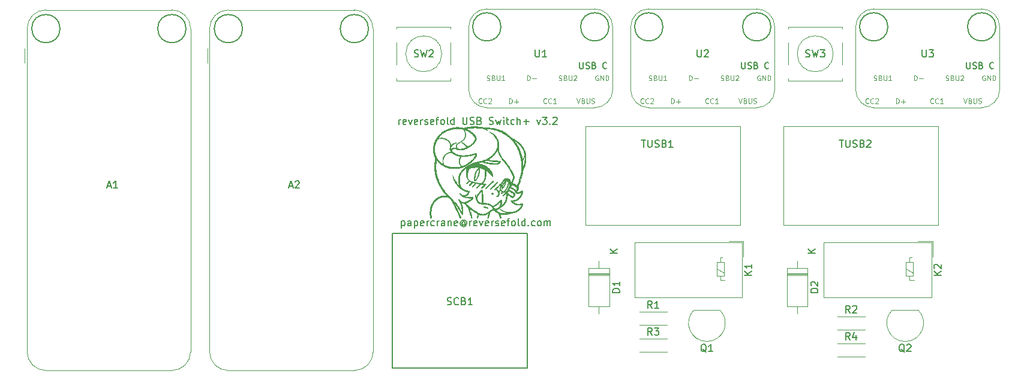
<source format=gto>
%TF.GenerationSoftware,KiCad,Pcbnew,(6.0.4)*%
%TF.CreationDate,2022-04-07T11:47:19-07:00*%
%TF.ProjectId,2c1u,72666b76-6d2e-46b6-9963-61645f706362,rev?*%
%TF.SameCoordinates,Original*%
%TF.FileFunction,Legend,Top*%
%TF.FilePolarity,Positive*%
%FSLAX46Y46*%
G04 Gerber Fmt 4.6, Leading zero omitted, Abs format (unit mm)*
G04 Created by KiCad (PCBNEW (6.0.4)) date 2022-04-07 11:47:19*
%MOMM*%
%LPD*%
G01*
G04 APERTURE LIST*
%ADD10C,0.014000*%
%ADD11C,0.150000*%
%ADD12C,0.113792*%
%ADD13C,0.142240*%
%ADD14C,0.120000*%
%ADD15C,0.050000*%
%ADD16C,0.203200*%
G04 APERTURE END LIST*
D10*
G36*
X153153277Y-76038189D02*
G01*
X153153870Y-75987217D01*
X153155101Y-75936362D01*
X153156982Y-75887085D01*
X153161162Y-75816906D01*
X153167185Y-75748266D01*
X153175071Y-75681098D01*
X153184839Y-75615337D01*
X153196511Y-75550918D01*
X153210105Y-75487775D01*
X153225642Y-75425843D01*
X153243142Y-75365057D01*
X153262626Y-75305351D01*
X153284112Y-75246659D01*
X153307622Y-75188916D01*
X153333175Y-75132057D01*
X153360792Y-75076016D01*
X153390493Y-75020729D01*
X153422297Y-74966129D01*
X153456224Y-74912151D01*
X153486085Y-74867511D01*
X153515412Y-74825996D01*
X153544128Y-74787668D01*
X153572158Y-74752590D01*
X153599426Y-74720824D01*
X153625854Y-74692433D01*
X153651368Y-74667478D01*
X153675891Y-74646024D01*
X153699346Y-74628131D01*
X153721658Y-74613863D01*
X153742751Y-74603281D01*
X153752816Y-74599393D01*
X153762547Y-74596449D01*
X153771936Y-74594459D01*
X153780972Y-74593429D01*
X153789646Y-74593368D01*
X153797949Y-74594283D01*
X153805870Y-74596183D01*
X153813401Y-74599075D01*
X153820532Y-74602966D01*
X153827253Y-74607865D01*
X153835686Y-74616154D01*
X153843493Y-74626454D01*
X153850676Y-74638694D01*
X153857238Y-74652803D01*
X153863181Y-74668707D01*
X153868508Y-74686336D01*
X153877320Y-74726479D01*
X153883692Y-74772659D01*
X153887645Y-74824301D01*
X153889195Y-74880830D01*
X153888362Y-74941673D01*
X153885163Y-75006254D01*
X153879618Y-75073999D01*
X153871744Y-75144335D01*
X153861561Y-75216687D01*
X153849086Y-75290480D01*
X153834339Y-75365141D01*
X153817337Y-75440094D01*
X153798099Y-75514766D01*
X153776138Y-75586608D01*
X153749434Y-75659876D01*
X153718568Y-75733734D01*
X153684124Y-75807346D01*
X153646684Y-75879876D01*
X153606831Y-75950489D01*
X153565147Y-76018349D01*
X153522215Y-76082621D01*
X153478617Y-76142469D01*
X153434935Y-76197057D01*
X153391754Y-76245550D01*
X153349654Y-76287112D01*
X153309218Y-76320907D01*
X153271030Y-76346100D01*
X153252960Y-76355210D01*
X153235671Y-76361856D01*
X153219235Y-76365934D01*
X153203724Y-76367339D01*
X153201472Y-76367267D01*
X153199305Y-76367036D01*
X153197223Y-76366636D01*
X153195221Y-76366060D01*
X153193296Y-76365299D01*
X153191446Y-76364344D01*
X153189668Y-76363187D01*
X153187958Y-76361819D01*
X153186313Y-76360232D01*
X153184731Y-76358417D01*
X153183208Y-76356366D01*
X153181741Y-76354071D01*
X153180328Y-76351521D01*
X153178964Y-76348710D01*
X153177648Y-76345629D01*
X153176376Y-76342268D01*
X153175145Y-76338620D01*
X153173952Y-76334676D01*
X153172793Y-76330428D01*
X153171667Y-76325867D01*
X153170570Y-76320984D01*
X153169498Y-76315771D01*
X153168449Y-76310219D01*
X153167420Y-76304320D01*
X153166407Y-76298066D01*
X153165408Y-76291447D01*
X153163439Y-76277083D01*
X153161488Y-76261160D01*
X153159530Y-76243610D01*
X153157085Y-76213992D01*
X153155227Y-76177179D01*
X153153966Y-76134632D01*
X153153932Y-76132213D01*
X153244895Y-76132213D01*
X153247369Y-76197289D01*
X153249658Y-76222015D01*
X153252666Y-76240571D01*
X153256405Y-76252235D01*
X153258553Y-76255256D01*
X153260889Y-76256283D01*
X153261895Y-76256133D01*
X153263156Y-76255688D01*
X153264665Y-76254957D01*
X153266414Y-76253944D01*
X153270602Y-76251109D01*
X153275658Y-76247242D01*
X153281521Y-76242402D01*
X153288128Y-76236647D01*
X153295418Y-76230035D01*
X153303329Y-76222627D01*
X153311798Y-76214480D01*
X153320765Y-76205654D01*
X153330166Y-76196206D01*
X153339942Y-76186197D01*
X153360364Y-76164726D01*
X153370888Y-76153382D01*
X153381538Y-76141710D01*
X153417410Y-76099668D01*
X153452319Y-76053972D01*
X153486163Y-76004871D01*
X153518839Y-75952614D01*
X153550245Y-75897452D01*
X153580277Y-75839632D01*
X153608833Y-75779406D01*
X153635810Y-75717020D01*
X153661104Y-75652726D01*
X153684614Y-75586772D01*
X153706236Y-75519407D01*
X153725868Y-75450881D01*
X153743406Y-75381443D01*
X153758748Y-75311342D01*
X153771791Y-75240828D01*
X153782431Y-75170149D01*
X153789599Y-75101960D01*
X153794288Y-75027090D01*
X153796571Y-74950015D01*
X153796524Y-74875209D01*
X153794219Y-74807147D01*
X153789730Y-74750305D01*
X153786690Y-74727489D01*
X153783131Y-74709156D01*
X153779063Y-74695865D01*
X153774495Y-74688175D01*
X153773523Y-74687559D01*
X153772239Y-74687294D01*
X153770653Y-74687374D01*
X153768774Y-74687791D01*
X153766611Y-74688537D01*
X153764173Y-74689606D01*
X153761470Y-74690989D01*
X153758509Y-74692678D01*
X153751853Y-74696949D01*
X153744277Y-74702356D01*
X153735854Y-74708840D01*
X153726656Y-74716341D01*
X153716754Y-74724799D01*
X153706221Y-74734153D01*
X153695130Y-74744342D01*
X153683551Y-74755307D01*
X153671558Y-74766988D01*
X153659223Y-74779323D01*
X153646617Y-74792254D01*
X153633812Y-74805719D01*
X153597250Y-74846344D01*
X153562841Y-74888133D01*
X153530520Y-74931240D01*
X153500224Y-74975820D01*
X153471888Y-75022029D01*
X153445448Y-75070021D01*
X153420840Y-75119951D01*
X153398000Y-75171975D01*
X153376864Y-75226247D01*
X153357368Y-75282923D01*
X153339447Y-75342158D01*
X153323038Y-75404106D01*
X153308075Y-75468923D01*
X153294496Y-75536764D01*
X153282236Y-75607784D01*
X153271230Y-75682137D01*
X153261150Y-75769520D01*
X153253372Y-75863996D01*
X153248001Y-75959789D01*
X153245140Y-76051120D01*
X153244895Y-76132213D01*
X153153932Y-76132213D01*
X153153313Y-76087815D01*
X153153277Y-76038189D01*
G37*
X153153277Y-76038189D02*
X153153870Y-75987217D01*
X153155101Y-75936362D01*
X153156982Y-75887085D01*
X153161162Y-75816906D01*
X153167185Y-75748266D01*
X153175071Y-75681098D01*
X153184839Y-75615337D01*
X153196511Y-75550918D01*
X153210105Y-75487775D01*
X153225642Y-75425843D01*
X153243142Y-75365057D01*
X153262626Y-75305351D01*
X153284112Y-75246659D01*
X153307622Y-75188916D01*
X153333175Y-75132057D01*
X153360792Y-75076016D01*
X153390493Y-75020729D01*
X153422297Y-74966129D01*
X153456224Y-74912151D01*
X153486085Y-74867511D01*
X153515412Y-74825996D01*
X153544128Y-74787668D01*
X153572158Y-74752590D01*
X153599426Y-74720824D01*
X153625854Y-74692433D01*
X153651368Y-74667478D01*
X153675891Y-74646024D01*
X153699346Y-74628131D01*
X153721658Y-74613863D01*
X153742751Y-74603281D01*
X153752816Y-74599393D01*
X153762547Y-74596449D01*
X153771936Y-74594459D01*
X153780972Y-74593429D01*
X153789646Y-74593368D01*
X153797949Y-74594283D01*
X153805870Y-74596183D01*
X153813401Y-74599075D01*
X153820532Y-74602966D01*
X153827253Y-74607865D01*
X153835686Y-74616154D01*
X153843493Y-74626454D01*
X153850676Y-74638694D01*
X153857238Y-74652803D01*
X153863181Y-74668707D01*
X153868508Y-74686336D01*
X153877320Y-74726479D01*
X153883692Y-74772659D01*
X153887645Y-74824301D01*
X153889195Y-74880830D01*
X153888362Y-74941673D01*
X153885163Y-75006254D01*
X153879618Y-75073999D01*
X153871744Y-75144335D01*
X153861561Y-75216687D01*
X153849086Y-75290480D01*
X153834339Y-75365141D01*
X153817337Y-75440094D01*
X153798099Y-75514766D01*
X153776138Y-75586608D01*
X153749434Y-75659876D01*
X153718568Y-75733734D01*
X153684124Y-75807346D01*
X153646684Y-75879876D01*
X153606831Y-75950489D01*
X153565147Y-76018349D01*
X153522215Y-76082621D01*
X153478617Y-76142469D01*
X153434935Y-76197057D01*
X153391754Y-76245550D01*
X153349654Y-76287112D01*
X153309218Y-76320907D01*
X153271030Y-76346100D01*
X153252960Y-76355210D01*
X153235671Y-76361856D01*
X153219235Y-76365934D01*
X153203724Y-76367339D01*
X153201472Y-76367267D01*
X153199305Y-76367036D01*
X153197223Y-76366636D01*
X153195221Y-76366060D01*
X153193296Y-76365299D01*
X153191446Y-76364344D01*
X153189668Y-76363187D01*
X153187958Y-76361819D01*
X153186313Y-76360232D01*
X153184731Y-76358417D01*
X153183208Y-76356366D01*
X153181741Y-76354071D01*
X153180328Y-76351521D01*
X153178964Y-76348710D01*
X153177648Y-76345629D01*
X153176376Y-76342268D01*
X153175145Y-76338620D01*
X153173952Y-76334676D01*
X153172793Y-76330428D01*
X153171667Y-76325867D01*
X153170570Y-76320984D01*
X153169498Y-76315771D01*
X153168449Y-76310219D01*
X153167420Y-76304320D01*
X153166407Y-76298066D01*
X153165408Y-76291447D01*
X153163439Y-76277083D01*
X153161488Y-76261160D01*
X153159530Y-76243610D01*
X153157085Y-76213992D01*
X153155227Y-76177179D01*
X153153966Y-76134632D01*
X153153932Y-76132213D01*
X153244895Y-76132213D01*
X153247369Y-76197289D01*
X153249658Y-76222015D01*
X153252666Y-76240571D01*
X153256405Y-76252235D01*
X153258553Y-76255256D01*
X153260889Y-76256283D01*
X153261895Y-76256133D01*
X153263156Y-76255688D01*
X153264665Y-76254957D01*
X153266414Y-76253944D01*
X153270602Y-76251109D01*
X153275658Y-76247242D01*
X153281521Y-76242402D01*
X153288128Y-76236647D01*
X153295418Y-76230035D01*
X153303329Y-76222627D01*
X153311798Y-76214480D01*
X153320765Y-76205654D01*
X153330166Y-76196206D01*
X153339942Y-76186197D01*
X153360364Y-76164726D01*
X153370888Y-76153382D01*
X153381538Y-76141710D01*
X153417410Y-76099668D01*
X153452319Y-76053972D01*
X153486163Y-76004871D01*
X153518839Y-75952614D01*
X153550245Y-75897452D01*
X153580277Y-75839632D01*
X153608833Y-75779406D01*
X153635810Y-75717020D01*
X153661104Y-75652726D01*
X153684614Y-75586772D01*
X153706236Y-75519407D01*
X153725868Y-75450881D01*
X153743406Y-75381443D01*
X153758748Y-75311342D01*
X153771791Y-75240828D01*
X153782431Y-75170149D01*
X153789599Y-75101960D01*
X153794288Y-75027090D01*
X153796571Y-74950015D01*
X153796524Y-74875209D01*
X153794219Y-74807147D01*
X153789730Y-74750305D01*
X153786690Y-74727489D01*
X153783131Y-74709156D01*
X153779063Y-74695865D01*
X153774495Y-74688175D01*
X153773523Y-74687559D01*
X153772239Y-74687294D01*
X153770653Y-74687374D01*
X153768774Y-74687791D01*
X153766611Y-74688537D01*
X153764173Y-74689606D01*
X153761470Y-74690989D01*
X153758509Y-74692678D01*
X153751853Y-74696949D01*
X153744277Y-74702356D01*
X153735854Y-74708840D01*
X153726656Y-74716341D01*
X153716754Y-74724799D01*
X153706221Y-74734153D01*
X153695130Y-74744342D01*
X153683551Y-74755307D01*
X153671558Y-74766988D01*
X153659223Y-74779323D01*
X153646617Y-74792254D01*
X153633812Y-74805719D01*
X153597250Y-74846344D01*
X153562841Y-74888133D01*
X153530520Y-74931240D01*
X153500224Y-74975820D01*
X153471888Y-75022029D01*
X153445448Y-75070021D01*
X153420840Y-75119951D01*
X153398000Y-75171975D01*
X153376864Y-75226247D01*
X153357368Y-75282923D01*
X153339447Y-75342158D01*
X153323038Y-75404106D01*
X153308075Y-75468923D01*
X153294496Y-75536764D01*
X153282236Y-75607784D01*
X153271230Y-75682137D01*
X153261150Y-75769520D01*
X153253372Y-75863996D01*
X153248001Y-75959789D01*
X153245140Y-76051120D01*
X153244895Y-76132213D01*
X153153932Y-76132213D01*
X153153313Y-76087815D01*
X153153277Y-76038189D01*
G36*
X157006243Y-77350957D02*
G01*
X157008851Y-77322764D01*
X157012314Y-77293726D01*
X157016596Y-77264135D01*
X157021655Y-77234287D01*
X157027455Y-77204474D01*
X157033955Y-77174991D01*
X157041117Y-77146131D01*
X157048903Y-77118189D01*
X157057273Y-77091457D01*
X157066189Y-77066230D01*
X157092514Y-77001194D01*
X157122171Y-76936584D01*
X157154623Y-76873049D01*
X157189331Y-76811237D01*
X157225756Y-76751800D01*
X157263358Y-76695385D01*
X157301600Y-76642641D01*
X157339942Y-76594219D01*
X157377846Y-76550768D01*
X157414772Y-76512936D01*
X157450183Y-76481373D01*
X157483538Y-76456728D01*
X157514301Y-76439650D01*
X157528541Y-76434152D01*
X157541930Y-76430789D01*
X157554402Y-76429642D01*
X157565889Y-76430793D01*
X157576323Y-76434323D01*
X157585637Y-76440313D01*
X157587134Y-76441625D01*
X157588612Y-76443056D01*
X157591503Y-76446261D01*
X157594296Y-76449887D01*
X157596976Y-76453895D01*
X157599527Y-76458247D01*
X157601935Y-76462901D01*
X157604185Y-76467819D01*
X157606261Y-76472961D01*
X157608150Y-76478287D01*
X157609835Y-76483759D01*
X157611302Y-76489336D01*
X157612535Y-76494979D01*
X157613521Y-76500649D01*
X157614244Y-76506305D01*
X157614688Y-76511909D01*
X157614840Y-76517421D01*
X157610606Y-76555501D01*
X157598492Y-76604441D01*
X157579380Y-76662575D01*
X157554151Y-76728241D01*
X157523689Y-76799773D01*
X157488873Y-76875507D01*
X157450587Y-76953779D01*
X157409712Y-77032924D01*
X157367130Y-77111279D01*
X157323723Y-77187180D01*
X157280373Y-77258962D01*
X157237961Y-77324960D01*
X157197369Y-77383511D01*
X157159480Y-77432950D01*
X157125174Y-77471613D01*
X157095335Y-77497837D01*
X157083752Y-77506024D01*
X157073493Y-77513089D01*
X157064455Y-77519016D01*
X157056534Y-77523792D01*
X157052959Y-77525743D01*
X157049625Y-77527400D01*
X157046518Y-77528762D01*
X157043625Y-77529827D01*
X157040933Y-77530593D01*
X157038430Y-77531059D01*
X157036101Y-77531221D01*
X157033935Y-77531079D01*
X157031919Y-77530630D01*
X157030038Y-77529874D01*
X157028281Y-77528807D01*
X157026634Y-77527429D01*
X157025085Y-77525736D01*
X157023620Y-77523729D01*
X157022226Y-77521403D01*
X157020891Y-77518759D01*
X157019601Y-77515794D01*
X157018343Y-77512506D01*
X157015873Y-77504953D01*
X157013376Y-77496088D01*
X157010750Y-77485894D01*
X157010749Y-77485894D01*
X157007405Y-77468947D01*
X157005150Y-77449391D01*
X157003945Y-77427521D01*
X157003751Y-77403629D01*
X157003823Y-77401280D01*
X157067039Y-77401280D01*
X157067118Y-77404474D01*
X157067468Y-77407051D01*
X157068108Y-77408991D01*
X157068543Y-77409715D01*
X157069057Y-77410273D01*
X157069653Y-77410660D01*
X157070333Y-77410875D01*
X157071100Y-77410915D01*
X157071955Y-77410778D01*
X157072902Y-77410460D01*
X157073942Y-77409960D01*
X157076312Y-77408400D01*
X157079084Y-77406077D01*
X157082277Y-77402972D01*
X157085909Y-77399062D01*
X157089998Y-77394327D01*
X157094564Y-77388746D01*
X157099625Y-77382298D01*
X157105199Y-77374963D01*
X157117964Y-77357545D01*
X157133006Y-77336327D01*
X157150477Y-77311141D01*
X157170523Y-77281820D01*
X157218942Y-77210107D01*
X157252700Y-77159013D01*
X157286631Y-77106075D01*
X157319817Y-77052827D01*
X157351342Y-77000805D01*
X157380288Y-76951546D01*
X157405738Y-76906584D01*
X157426776Y-76867455D01*
X157442485Y-76835696D01*
X157455100Y-76807042D01*
X157467271Y-76776814D01*
X157478702Y-76745924D01*
X157489100Y-76715283D01*
X157498167Y-76685803D01*
X157505611Y-76658396D01*
X157511134Y-76633973D01*
X157513083Y-76623165D01*
X157514442Y-76613446D01*
X157524636Y-76524836D01*
X157414379Y-76640871D01*
X157385965Y-76672612D01*
X157357819Y-76707646D01*
X157330080Y-76745675D01*
X157302888Y-76786400D01*
X157276383Y-76829524D01*
X157250703Y-76874747D01*
X157225989Y-76921772D01*
X157202381Y-76970299D01*
X157180018Y-77020030D01*
X157159039Y-77070667D01*
X157139585Y-77121911D01*
X157121794Y-77173464D01*
X157105808Y-77225027D01*
X157091764Y-77276303D01*
X157079804Y-77326991D01*
X157070066Y-77376795D01*
X157068246Y-77388209D01*
X157067622Y-77393127D01*
X157067213Y-77397491D01*
X157067039Y-77401280D01*
X157003823Y-77401280D01*
X157004530Y-77378009D01*
X157006243Y-77350957D01*
G37*
X157006243Y-77350957D02*
X157008851Y-77322764D01*
X157012314Y-77293726D01*
X157016596Y-77264135D01*
X157021655Y-77234287D01*
X157027455Y-77204474D01*
X157033955Y-77174991D01*
X157041117Y-77146131D01*
X157048903Y-77118189D01*
X157057273Y-77091457D01*
X157066189Y-77066230D01*
X157092514Y-77001194D01*
X157122171Y-76936584D01*
X157154623Y-76873049D01*
X157189331Y-76811237D01*
X157225756Y-76751800D01*
X157263358Y-76695385D01*
X157301600Y-76642641D01*
X157339942Y-76594219D01*
X157377846Y-76550768D01*
X157414772Y-76512936D01*
X157450183Y-76481373D01*
X157483538Y-76456728D01*
X157514301Y-76439650D01*
X157528541Y-76434152D01*
X157541930Y-76430789D01*
X157554402Y-76429642D01*
X157565889Y-76430793D01*
X157576323Y-76434323D01*
X157585637Y-76440313D01*
X157587134Y-76441625D01*
X157588612Y-76443056D01*
X157591503Y-76446261D01*
X157594296Y-76449887D01*
X157596976Y-76453895D01*
X157599527Y-76458247D01*
X157601935Y-76462901D01*
X157604185Y-76467819D01*
X157606261Y-76472961D01*
X157608150Y-76478287D01*
X157609835Y-76483759D01*
X157611302Y-76489336D01*
X157612535Y-76494979D01*
X157613521Y-76500649D01*
X157614244Y-76506305D01*
X157614688Y-76511909D01*
X157614840Y-76517421D01*
X157610606Y-76555501D01*
X157598492Y-76604441D01*
X157579380Y-76662575D01*
X157554151Y-76728241D01*
X157523689Y-76799773D01*
X157488873Y-76875507D01*
X157450587Y-76953779D01*
X157409712Y-77032924D01*
X157367130Y-77111279D01*
X157323723Y-77187180D01*
X157280373Y-77258962D01*
X157237961Y-77324960D01*
X157197369Y-77383511D01*
X157159480Y-77432950D01*
X157125174Y-77471613D01*
X157095335Y-77497837D01*
X157083752Y-77506024D01*
X157073493Y-77513089D01*
X157064455Y-77519016D01*
X157056534Y-77523792D01*
X157052959Y-77525743D01*
X157049625Y-77527400D01*
X157046518Y-77528762D01*
X157043625Y-77529827D01*
X157040933Y-77530593D01*
X157038430Y-77531059D01*
X157036101Y-77531221D01*
X157033935Y-77531079D01*
X157031919Y-77530630D01*
X157030038Y-77529874D01*
X157028281Y-77528807D01*
X157026634Y-77527429D01*
X157025085Y-77525736D01*
X157023620Y-77523729D01*
X157022226Y-77521403D01*
X157020891Y-77518759D01*
X157019601Y-77515794D01*
X157018343Y-77512506D01*
X157015873Y-77504953D01*
X157013376Y-77496088D01*
X157010750Y-77485894D01*
X157010749Y-77485894D01*
X157007405Y-77468947D01*
X157005150Y-77449391D01*
X157003945Y-77427521D01*
X157003751Y-77403629D01*
X157003823Y-77401280D01*
X157067039Y-77401280D01*
X157067118Y-77404474D01*
X157067468Y-77407051D01*
X157068108Y-77408991D01*
X157068543Y-77409715D01*
X157069057Y-77410273D01*
X157069653Y-77410660D01*
X157070333Y-77410875D01*
X157071100Y-77410915D01*
X157071955Y-77410778D01*
X157072902Y-77410460D01*
X157073942Y-77409960D01*
X157076312Y-77408400D01*
X157079084Y-77406077D01*
X157082277Y-77402972D01*
X157085909Y-77399062D01*
X157089998Y-77394327D01*
X157094564Y-77388746D01*
X157099625Y-77382298D01*
X157105199Y-77374963D01*
X157117964Y-77357545D01*
X157133006Y-77336327D01*
X157150477Y-77311141D01*
X157170523Y-77281820D01*
X157218942Y-77210107D01*
X157252700Y-77159013D01*
X157286631Y-77106075D01*
X157319817Y-77052827D01*
X157351342Y-77000805D01*
X157380288Y-76951546D01*
X157405738Y-76906584D01*
X157426776Y-76867455D01*
X157442485Y-76835696D01*
X157455100Y-76807042D01*
X157467271Y-76776814D01*
X157478702Y-76745924D01*
X157489100Y-76715283D01*
X157498167Y-76685803D01*
X157505611Y-76658396D01*
X157511134Y-76633973D01*
X157513083Y-76623165D01*
X157514442Y-76613446D01*
X157524636Y-76524836D01*
X157414379Y-76640871D01*
X157385965Y-76672612D01*
X157357819Y-76707646D01*
X157330080Y-76745675D01*
X157302888Y-76786400D01*
X157276383Y-76829524D01*
X157250703Y-76874747D01*
X157225989Y-76921772D01*
X157202381Y-76970299D01*
X157180018Y-77020030D01*
X157159039Y-77070667D01*
X157139585Y-77121911D01*
X157121794Y-77173464D01*
X157105808Y-77225027D01*
X157091764Y-77276303D01*
X157079804Y-77326991D01*
X157070066Y-77376795D01*
X157068246Y-77388209D01*
X157067622Y-77393127D01*
X157067213Y-77397491D01*
X157067039Y-77401280D01*
X157003823Y-77401280D01*
X157004530Y-77378009D01*
X157006243Y-77350957D01*
G36*
X152415924Y-76389436D02*
G01*
X152420235Y-76390639D01*
X152424197Y-76392494D01*
X152427820Y-76394995D01*
X152431114Y-76398137D01*
X152434089Y-76401917D01*
X152436754Y-76406330D01*
X152439118Y-76411372D01*
X152441191Y-76417038D01*
X152444504Y-76430225D01*
X152444777Y-76432540D01*
X152444746Y-76435074D01*
X152444408Y-76437829D01*
X152443765Y-76440806D01*
X152442814Y-76444006D01*
X152441554Y-76447431D01*
X152439984Y-76451082D01*
X152438104Y-76454961D01*
X152433407Y-76463406D01*
X152427453Y-76472777D01*
X152420235Y-76483085D01*
X152411744Y-76494342D01*
X152401972Y-76506558D01*
X152390909Y-76519744D01*
X152378547Y-76533912D01*
X152364879Y-76549072D01*
X152349894Y-76565234D01*
X152333585Y-76582411D01*
X152315943Y-76600613D01*
X152296960Y-76619851D01*
X152247799Y-76668315D01*
X152226142Y-76688833D01*
X152206295Y-76706965D01*
X152188151Y-76722776D01*
X152171606Y-76736332D01*
X152156555Y-76747701D01*
X152142891Y-76756948D01*
X152130511Y-76764140D01*
X152119308Y-76769343D01*
X152109178Y-76772624D01*
X152104483Y-76773564D01*
X152100016Y-76774049D01*
X152095764Y-76774086D01*
X152091715Y-76773685D01*
X152087856Y-76772852D01*
X152084172Y-76771597D01*
X152080651Y-76769928D01*
X152077280Y-76767853D01*
X152070935Y-76762519D01*
X152068073Y-76759408D01*
X152065601Y-76756174D01*
X152063526Y-76752803D01*
X152061856Y-76749282D01*
X152060601Y-76745599D01*
X152059768Y-76741739D01*
X152059366Y-76737690D01*
X152059403Y-76733438D01*
X152059888Y-76728971D01*
X152060828Y-76724276D01*
X152062232Y-76719338D01*
X152064108Y-76714146D01*
X152066465Y-76708685D01*
X152069310Y-76702943D01*
X152072653Y-76696907D01*
X152076502Y-76690563D01*
X152080864Y-76683899D01*
X152085748Y-76676900D01*
X152091163Y-76669554D01*
X152097116Y-76661848D01*
X152103617Y-76653769D01*
X152110673Y-76645304D01*
X152126484Y-76627160D01*
X152144616Y-76607313D01*
X152165135Y-76585656D01*
X152188109Y-76562085D01*
X152213603Y-76536495D01*
X152241834Y-76508790D01*
X152267868Y-76484058D01*
X152291781Y-76462264D01*
X152313649Y-76443372D01*
X152333550Y-76427347D01*
X152351560Y-76414155D01*
X152367755Y-76403759D01*
X152382213Y-76396124D01*
X152388814Y-76393331D01*
X152395009Y-76391215D01*
X152400808Y-76389772D01*
X152406221Y-76388998D01*
X152411256Y-76388887D01*
X152415924Y-76389436D01*
G37*
X152415924Y-76389436D02*
X152420235Y-76390639D01*
X152424197Y-76392494D01*
X152427820Y-76394995D01*
X152431114Y-76398137D01*
X152434089Y-76401917D01*
X152436754Y-76406330D01*
X152439118Y-76411372D01*
X152441191Y-76417038D01*
X152444504Y-76430225D01*
X152444777Y-76432540D01*
X152444746Y-76435074D01*
X152444408Y-76437829D01*
X152443765Y-76440806D01*
X152442814Y-76444006D01*
X152441554Y-76447431D01*
X152439984Y-76451082D01*
X152438104Y-76454961D01*
X152433407Y-76463406D01*
X152427453Y-76472777D01*
X152420235Y-76483085D01*
X152411744Y-76494342D01*
X152401972Y-76506558D01*
X152390909Y-76519744D01*
X152378547Y-76533912D01*
X152364879Y-76549072D01*
X152349894Y-76565234D01*
X152333585Y-76582411D01*
X152315943Y-76600613D01*
X152296960Y-76619851D01*
X152247799Y-76668315D01*
X152226142Y-76688833D01*
X152206295Y-76706965D01*
X152188151Y-76722776D01*
X152171606Y-76736332D01*
X152156555Y-76747701D01*
X152142891Y-76756948D01*
X152130511Y-76764140D01*
X152119308Y-76769343D01*
X152109178Y-76772624D01*
X152104483Y-76773564D01*
X152100016Y-76774049D01*
X152095764Y-76774086D01*
X152091715Y-76773685D01*
X152087856Y-76772852D01*
X152084172Y-76771597D01*
X152080651Y-76769928D01*
X152077280Y-76767853D01*
X152070935Y-76762519D01*
X152068073Y-76759408D01*
X152065601Y-76756174D01*
X152063526Y-76752803D01*
X152061856Y-76749282D01*
X152060601Y-76745599D01*
X152059768Y-76741739D01*
X152059366Y-76737690D01*
X152059403Y-76733438D01*
X152059888Y-76728971D01*
X152060828Y-76724276D01*
X152062232Y-76719338D01*
X152064108Y-76714146D01*
X152066465Y-76708685D01*
X152069310Y-76702943D01*
X152072653Y-76696907D01*
X152076502Y-76690563D01*
X152080864Y-76683899D01*
X152085748Y-76676900D01*
X152091163Y-76669554D01*
X152097116Y-76661848D01*
X152103617Y-76653769D01*
X152110673Y-76645304D01*
X152126484Y-76627160D01*
X152144616Y-76607313D01*
X152165135Y-76585656D01*
X152188109Y-76562085D01*
X152213603Y-76536495D01*
X152241834Y-76508790D01*
X152267868Y-76484058D01*
X152291781Y-76462264D01*
X152313649Y-76443372D01*
X152333550Y-76427347D01*
X152351560Y-76414155D01*
X152367755Y-76403759D01*
X152382213Y-76396124D01*
X152388814Y-76393331D01*
X152395009Y-76391215D01*
X152400808Y-76389772D01*
X152406221Y-76388998D01*
X152411256Y-76388887D01*
X152415924Y-76389436D01*
G36*
X152829146Y-76611188D02*
G01*
X152836396Y-76612779D01*
X152842977Y-76614643D01*
X152848881Y-76616796D01*
X152854099Y-76619255D01*
X152856448Y-76620604D01*
X152858622Y-76622036D01*
X152860620Y-76623553D01*
X152862441Y-76625156D01*
X152864083Y-76626849D01*
X152865547Y-76628632D01*
X152866830Y-76630508D01*
X152867932Y-76632479D01*
X152868851Y-76634547D01*
X152869587Y-76636715D01*
X152870138Y-76638983D01*
X152870503Y-76641355D01*
X152870681Y-76643832D01*
X152870670Y-76646417D01*
X152870471Y-76649110D01*
X152870082Y-76651916D01*
X152869501Y-76654835D01*
X152868727Y-76657869D01*
X152866599Y-76664293D01*
X152863687Y-76671205D01*
X152859983Y-76678620D01*
X152855479Y-76686555D01*
X152850165Y-76695026D01*
X152844033Y-76704051D01*
X152837073Y-76713645D01*
X152829278Y-76723826D01*
X152820637Y-76734609D01*
X152811144Y-76746011D01*
X152800787Y-76758048D01*
X152789560Y-76770738D01*
X152777452Y-76784096D01*
X152764455Y-76798139D01*
X152750561Y-76812883D01*
X152720044Y-76844542D01*
X152685831Y-76879205D01*
X152625407Y-76938965D01*
X152599119Y-76964185D01*
X152575247Y-76986433D01*
X152553641Y-77005813D01*
X152534153Y-77022426D01*
X152516633Y-77036375D01*
X152500930Y-77047761D01*
X152486897Y-77056686D01*
X152474383Y-77063254D01*
X152463238Y-77067565D01*
X152453314Y-77069722D01*
X152448763Y-77070025D01*
X152444461Y-77069827D01*
X152440389Y-77069143D01*
X152436529Y-77067983D01*
X152432862Y-77066361D01*
X152429369Y-77064291D01*
X152422831Y-77058853D01*
X152419901Y-77055652D01*
X152417393Y-77052315D01*
X152415323Y-77048822D01*
X152413701Y-77045155D01*
X152412542Y-77041294D01*
X152411857Y-77037223D01*
X152411659Y-77032920D01*
X152411962Y-77028369D01*
X152412778Y-77023550D01*
X152414119Y-77018445D01*
X152415999Y-77013035D01*
X152418430Y-77007301D01*
X152421426Y-77001224D01*
X152424998Y-76994786D01*
X152429159Y-76987969D01*
X152433923Y-76980753D01*
X152439302Y-76973120D01*
X152445309Y-76965051D01*
X152451957Y-76956527D01*
X152459258Y-76947530D01*
X152467225Y-76938042D01*
X152475871Y-76928042D01*
X152495251Y-76906437D01*
X152517499Y-76882564D01*
X152542719Y-76856276D01*
X152571011Y-76827422D01*
X152602479Y-76795853D01*
X152649368Y-76749725D01*
X152690555Y-76710508D01*
X152726240Y-76678038D01*
X152756624Y-76652152D01*
X152769891Y-76641627D01*
X152781907Y-76632687D01*
X152792698Y-76625311D01*
X152802288Y-76619480D01*
X152810703Y-76615172D01*
X152817968Y-76612368D01*
X152824107Y-76611046D01*
X152829146Y-76611188D01*
G37*
X152829146Y-76611188D02*
X152836396Y-76612779D01*
X152842977Y-76614643D01*
X152848881Y-76616796D01*
X152854099Y-76619255D01*
X152856448Y-76620604D01*
X152858622Y-76622036D01*
X152860620Y-76623553D01*
X152862441Y-76625156D01*
X152864083Y-76626849D01*
X152865547Y-76628632D01*
X152866830Y-76630508D01*
X152867932Y-76632479D01*
X152868851Y-76634547D01*
X152869587Y-76636715D01*
X152870138Y-76638983D01*
X152870503Y-76641355D01*
X152870681Y-76643832D01*
X152870670Y-76646417D01*
X152870471Y-76649110D01*
X152870082Y-76651916D01*
X152869501Y-76654835D01*
X152868727Y-76657869D01*
X152866599Y-76664293D01*
X152863687Y-76671205D01*
X152859983Y-76678620D01*
X152855479Y-76686555D01*
X152850165Y-76695026D01*
X152844033Y-76704051D01*
X152837073Y-76713645D01*
X152829278Y-76723826D01*
X152820637Y-76734609D01*
X152811144Y-76746011D01*
X152800787Y-76758048D01*
X152789560Y-76770738D01*
X152777452Y-76784096D01*
X152764455Y-76798139D01*
X152750561Y-76812883D01*
X152720044Y-76844542D01*
X152685831Y-76879205D01*
X152625407Y-76938965D01*
X152599119Y-76964185D01*
X152575247Y-76986433D01*
X152553641Y-77005813D01*
X152534153Y-77022426D01*
X152516633Y-77036375D01*
X152500930Y-77047761D01*
X152486897Y-77056686D01*
X152474383Y-77063254D01*
X152463238Y-77067565D01*
X152453314Y-77069722D01*
X152448763Y-77070025D01*
X152444461Y-77069827D01*
X152440389Y-77069143D01*
X152436529Y-77067983D01*
X152432862Y-77066361D01*
X152429369Y-77064291D01*
X152422831Y-77058853D01*
X152419901Y-77055652D01*
X152417393Y-77052315D01*
X152415323Y-77048822D01*
X152413701Y-77045155D01*
X152412542Y-77041294D01*
X152411857Y-77037223D01*
X152411659Y-77032920D01*
X152411962Y-77028369D01*
X152412778Y-77023550D01*
X152414119Y-77018445D01*
X152415999Y-77013035D01*
X152418430Y-77007301D01*
X152421426Y-77001224D01*
X152424998Y-76994786D01*
X152429159Y-76987969D01*
X152433923Y-76980753D01*
X152439302Y-76973120D01*
X152445309Y-76965051D01*
X152451957Y-76956527D01*
X152459258Y-76947530D01*
X152467225Y-76938042D01*
X152475871Y-76928042D01*
X152495251Y-76906437D01*
X152517499Y-76882564D01*
X152542719Y-76856276D01*
X152571011Y-76827422D01*
X152602479Y-76795853D01*
X152649368Y-76749725D01*
X152690555Y-76710508D01*
X152726240Y-76678038D01*
X152756624Y-76652152D01*
X152769891Y-76641627D01*
X152781907Y-76632687D01*
X152792698Y-76625311D01*
X152802288Y-76619480D01*
X152810703Y-76615172D01*
X152817968Y-76612368D01*
X152824107Y-76611046D01*
X152829146Y-76611188D01*
G36*
X153292144Y-76759350D02*
G01*
X153299535Y-76760970D01*
X153306235Y-76762863D01*
X153312233Y-76765049D01*
X153317518Y-76767550D01*
X153319890Y-76768924D01*
X153322079Y-76770384D01*
X153324085Y-76771933D01*
X153325905Y-76773572D01*
X153327538Y-76775305D01*
X153328984Y-76777133D01*
X153330239Y-76779060D01*
X153331304Y-76781088D01*
X153332177Y-76783219D01*
X153332856Y-76785457D01*
X153333340Y-76787802D01*
X153333627Y-76790258D01*
X153333716Y-76792828D01*
X153333606Y-76795513D01*
X153333295Y-76798317D01*
X153332782Y-76801242D01*
X153332065Y-76804289D01*
X153331144Y-76807463D01*
X153328680Y-76814198D01*
X153325379Y-76821466D01*
X153321230Y-76829287D01*
X153316222Y-76837681D01*
X153310343Y-76846667D01*
X153303582Y-76856267D01*
X153295927Y-76866500D01*
X153287369Y-76877385D01*
X153277894Y-76888944D01*
X153267493Y-76901195D01*
X153256153Y-76914158D01*
X153243864Y-76927854D01*
X153230614Y-76942303D01*
X153216392Y-76957524D01*
X153201187Y-76973538D01*
X153167781Y-77008022D01*
X153130307Y-77045916D01*
X153064243Y-77111330D01*
X153009741Y-77163203D01*
X152986398Y-77184362D01*
X152965431Y-77202498D01*
X152946670Y-77217730D01*
X152929943Y-77230180D01*
X152915079Y-77239967D01*
X152901906Y-77247213D01*
X152890254Y-77252038D01*
X152879952Y-77254561D01*
X152875253Y-77254998D01*
X152870827Y-77254905D01*
X152866653Y-77254297D01*
X152862710Y-77253189D01*
X152858975Y-77251597D01*
X152855428Y-77249534D01*
X152848810Y-77244061D01*
X152845854Y-77240825D01*
X152843337Y-77237443D01*
X152841274Y-77233896D01*
X152839682Y-77230161D01*
X152838574Y-77226218D01*
X152837966Y-77222044D01*
X152837873Y-77217618D01*
X152838310Y-77212919D01*
X152839292Y-77207926D01*
X152840834Y-77202617D01*
X152842951Y-77196970D01*
X152845658Y-77190965D01*
X152848971Y-77184580D01*
X152852904Y-77177793D01*
X152857473Y-77170583D01*
X152862692Y-77162928D01*
X152868576Y-77154808D01*
X152875141Y-77146201D01*
X152882402Y-77137085D01*
X152890374Y-77127440D01*
X152899071Y-77117243D01*
X152908509Y-77106473D01*
X152929669Y-77083130D01*
X152953973Y-77057238D01*
X152981542Y-77028628D01*
X153012496Y-76997127D01*
X153046956Y-76962564D01*
X153098571Y-76911691D01*
X153143688Y-76868516D01*
X153182560Y-76832829D01*
X153215442Y-76804420D01*
X153229716Y-76792879D01*
X153242587Y-76783078D01*
X153254088Y-76774991D01*
X153264250Y-76768593D01*
X153273105Y-76763855D01*
X153280684Y-76760754D01*
X153287020Y-76759261D01*
X153292144Y-76759350D01*
G37*
X153292144Y-76759350D02*
X153299535Y-76760970D01*
X153306235Y-76762863D01*
X153312233Y-76765049D01*
X153317518Y-76767550D01*
X153319890Y-76768924D01*
X153322079Y-76770384D01*
X153324085Y-76771933D01*
X153325905Y-76773572D01*
X153327538Y-76775305D01*
X153328984Y-76777133D01*
X153330239Y-76779060D01*
X153331304Y-76781088D01*
X153332177Y-76783219D01*
X153332856Y-76785457D01*
X153333340Y-76787802D01*
X153333627Y-76790258D01*
X153333716Y-76792828D01*
X153333606Y-76795513D01*
X153333295Y-76798317D01*
X153332782Y-76801242D01*
X153332065Y-76804289D01*
X153331144Y-76807463D01*
X153328680Y-76814198D01*
X153325379Y-76821466D01*
X153321230Y-76829287D01*
X153316222Y-76837681D01*
X153310343Y-76846667D01*
X153303582Y-76856267D01*
X153295927Y-76866500D01*
X153287369Y-76877385D01*
X153277894Y-76888944D01*
X153267493Y-76901195D01*
X153256153Y-76914158D01*
X153243864Y-76927854D01*
X153230614Y-76942303D01*
X153216392Y-76957524D01*
X153201187Y-76973538D01*
X153167781Y-77008022D01*
X153130307Y-77045916D01*
X153064243Y-77111330D01*
X153009741Y-77163203D01*
X152986398Y-77184362D01*
X152965431Y-77202498D01*
X152946670Y-77217730D01*
X152929943Y-77230180D01*
X152915079Y-77239967D01*
X152901906Y-77247213D01*
X152890254Y-77252038D01*
X152879952Y-77254561D01*
X152875253Y-77254998D01*
X152870827Y-77254905D01*
X152866653Y-77254297D01*
X152862710Y-77253189D01*
X152858975Y-77251597D01*
X152855428Y-77249534D01*
X152848810Y-77244061D01*
X152845854Y-77240825D01*
X152843337Y-77237443D01*
X152841274Y-77233896D01*
X152839682Y-77230161D01*
X152838574Y-77226218D01*
X152837966Y-77222044D01*
X152837873Y-77217618D01*
X152838310Y-77212919D01*
X152839292Y-77207926D01*
X152840834Y-77202617D01*
X152842951Y-77196970D01*
X152845658Y-77190965D01*
X152848971Y-77184580D01*
X152852904Y-77177793D01*
X152857473Y-77170583D01*
X152862692Y-77162928D01*
X152868576Y-77154808D01*
X152875141Y-77146201D01*
X152882402Y-77137085D01*
X152890374Y-77127440D01*
X152899071Y-77117243D01*
X152908509Y-77106473D01*
X152929669Y-77083130D01*
X152953973Y-77057238D01*
X152981542Y-77028628D01*
X153012496Y-76997127D01*
X153046956Y-76962564D01*
X153098571Y-76911691D01*
X153143688Y-76868516D01*
X153182560Y-76832829D01*
X153215442Y-76804420D01*
X153229716Y-76792879D01*
X153242587Y-76783078D01*
X153254088Y-76774991D01*
X153264250Y-76768593D01*
X153273105Y-76763855D01*
X153280684Y-76760754D01*
X153287020Y-76759261D01*
X153292144Y-76759350D01*
G36*
X153985003Y-76853614D02*
G01*
X153991900Y-76855557D01*
X153998052Y-76857802D01*
X154003443Y-76860377D01*
X154005849Y-76861797D01*
X154008058Y-76863310D01*
X154010068Y-76864918D01*
X154011879Y-76866625D01*
X154013486Y-76868435D01*
X154014889Y-76870352D01*
X154016085Y-76872377D01*
X154017073Y-76874515D01*
X154017849Y-76876770D01*
X154018413Y-76879143D01*
X154018762Y-76881640D01*
X154018894Y-76884263D01*
X154018807Y-76887015D01*
X154018498Y-76889900D01*
X154017967Y-76892922D01*
X154017210Y-76896083D01*
X154016226Y-76899387D01*
X154015012Y-76902837D01*
X154011888Y-76910190D01*
X154007822Y-76918169D01*
X154002797Y-76926801D01*
X153996797Y-76936111D01*
X153989804Y-76946129D01*
X153981803Y-76956879D01*
X153972777Y-76968390D01*
X153962710Y-76980688D01*
X153951584Y-76993799D01*
X153939384Y-77007752D01*
X153926093Y-77022572D01*
X153911694Y-77038287D01*
X153896170Y-77054923D01*
X153861685Y-77091068D01*
X153822505Y-77131221D01*
X153778498Y-77175598D01*
X153701142Y-77252328D01*
X153637940Y-77313003D01*
X153611111Y-77337716D01*
X153587178Y-77358889D01*
X153565926Y-77376681D01*
X153547142Y-77391250D01*
X153530611Y-77402754D01*
X153516119Y-77411352D01*
X153503453Y-77417201D01*
X153492397Y-77420459D01*
X153482737Y-77421285D01*
X153478364Y-77420835D01*
X153474260Y-77419837D01*
X153466752Y-77416272D01*
X153459997Y-77410750D01*
X153459998Y-77410749D01*
X153457002Y-77407453D01*
X153454475Y-77403994D01*
X153452438Y-77400348D01*
X153450911Y-77396486D01*
X153449912Y-77392382D01*
X153449462Y-77388009D01*
X153449581Y-77383341D01*
X153450288Y-77378350D01*
X153451604Y-77373010D01*
X153453547Y-77367294D01*
X153456137Y-77361175D01*
X153459396Y-77354627D01*
X153463341Y-77347623D01*
X153467993Y-77340136D01*
X153473372Y-77332139D01*
X153479497Y-77323605D01*
X153486389Y-77314508D01*
X153494066Y-77304821D01*
X153502550Y-77294517D01*
X153511858Y-77283569D01*
X153522013Y-77271951D01*
X153533032Y-77259636D01*
X153557744Y-77232807D01*
X153586154Y-77202868D01*
X153618420Y-77169604D01*
X153654699Y-77132803D01*
X153695149Y-77092249D01*
X153756221Y-77031887D01*
X153809205Y-76980801D01*
X153854460Y-76938685D01*
X153892346Y-76905233D01*
X153923221Y-76880140D01*
X153936142Y-76870632D01*
X153947446Y-76863098D01*
X153957176Y-76857501D01*
X153965379Y-76853803D01*
X153972098Y-76851964D01*
X153977380Y-76851948D01*
X153985003Y-76853614D01*
G37*
X153985003Y-76853614D02*
X153991900Y-76855557D01*
X153998052Y-76857802D01*
X154003443Y-76860377D01*
X154005849Y-76861797D01*
X154008058Y-76863310D01*
X154010068Y-76864918D01*
X154011879Y-76866625D01*
X154013486Y-76868435D01*
X154014889Y-76870352D01*
X154016085Y-76872377D01*
X154017073Y-76874515D01*
X154017849Y-76876770D01*
X154018413Y-76879143D01*
X154018762Y-76881640D01*
X154018894Y-76884263D01*
X154018807Y-76887015D01*
X154018498Y-76889900D01*
X154017967Y-76892922D01*
X154017210Y-76896083D01*
X154016226Y-76899387D01*
X154015012Y-76902837D01*
X154011888Y-76910190D01*
X154007822Y-76918169D01*
X154002797Y-76926801D01*
X153996797Y-76936111D01*
X153989804Y-76946129D01*
X153981803Y-76956879D01*
X153972777Y-76968390D01*
X153962710Y-76980688D01*
X153951584Y-76993799D01*
X153939384Y-77007752D01*
X153926093Y-77022572D01*
X153911694Y-77038287D01*
X153896170Y-77054923D01*
X153861685Y-77091068D01*
X153822505Y-77131221D01*
X153778498Y-77175598D01*
X153701142Y-77252328D01*
X153637940Y-77313003D01*
X153611111Y-77337716D01*
X153587178Y-77358889D01*
X153565926Y-77376681D01*
X153547142Y-77391250D01*
X153530611Y-77402754D01*
X153516119Y-77411352D01*
X153503453Y-77417201D01*
X153492397Y-77420459D01*
X153482737Y-77421285D01*
X153478364Y-77420835D01*
X153474260Y-77419837D01*
X153466752Y-77416272D01*
X153459997Y-77410750D01*
X153459998Y-77410749D01*
X153457002Y-77407453D01*
X153454475Y-77403994D01*
X153452438Y-77400348D01*
X153450911Y-77396486D01*
X153449912Y-77392382D01*
X153449462Y-77388009D01*
X153449581Y-77383341D01*
X153450288Y-77378350D01*
X153451604Y-77373010D01*
X153453547Y-77367294D01*
X153456137Y-77361175D01*
X153459396Y-77354627D01*
X153463341Y-77347623D01*
X153467993Y-77340136D01*
X153473372Y-77332139D01*
X153479497Y-77323605D01*
X153486389Y-77314508D01*
X153494066Y-77304821D01*
X153502550Y-77294517D01*
X153511858Y-77283569D01*
X153522013Y-77271951D01*
X153533032Y-77259636D01*
X153557744Y-77232807D01*
X153586154Y-77202868D01*
X153618420Y-77169604D01*
X153654699Y-77132803D01*
X153695149Y-77092249D01*
X153756221Y-77031887D01*
X153809205Y-76980801D01*
X153854460Y-76938685D01*
X153892346Y-76905233D01*
X153923221Y-76880140D01*
X153936142Y-76870632D01*
X153947446Y-76863098D01*
X153957176Y-76857501D01*
X153965379Y-76853803D01*
X153972098Y-76851964D01*
X153977380Y-76851948D01*
X153985003Y-76853614D01*
G36*
X154622116Y-76926608D02*
G01*
X154626550Y-76928107D01*
X154630558Y-76930395D01*
X154634161Y-76933458D01*
X154637382Y-76937284D01*
X154640241Y-76941862D01*
X154642761Y-76947177D01*
X154644964Y-76953217D01*
X154648503Y-76967425D01*
X154648737Y-76969851D01*
X154648565Y-76972590D01*
X154647983Y-76975646D01*
X154646986Y-76979023D01*
X154645571Y-76982726D01*
X154643734Y-76986759D01*
X154641473Y-76991126D01*
X154638782Y-76995833D01*
X154632100Y-77006280D01*
X154623658Y-77018136D01*
X154613427Y-77031436D01*
X154601378Y-77046213D01*
X154587482Y-77062505D01*
X154571708Y-77080345D01*
X154554029Y-77099769D01*
X154534414Y-77120812D01*
X154512835Y-77143509D01*
X154489262Y-77167895D01*
X154463665Y-77194005D01*
X154436015Y-77221874D01*
X154367130Y-77290116D01*
X154310455Y-77344190D01*
X154286241Y-77366239D01*
X154264534Y-77385135D01*
X154245151Y-77401008D01*
X154227910Y-77413988D01*
X154212630Y-77424206D01*
X154199128Y-77431790D01*
X154187222Y-77436871D01*
X154176731Y-77439578D01*
X154171959Y-77440082D01*
X154167472Y-77440042D01*
X154163247Y-77439473D01*
X154159263Y-77438392D01*
X154155496Y-77436815D01*
X154151922Y-77434758D01*
X154145268Y-77429270D01*
X154145269Y-77429270D01*
X154142301Y-77426017D01*
X154139780Y-77422616D01*
X154137724Y-77419043D01*
X154136146Y-77415275D01*
X154135065Y-77411291D01*
X154134496Y-77407067D01*
X154134456Y-77402580D01*
X154134960Y-77397808D01*
X154136025Y-77392727D01*
X154137667Y-77387316D01*
X154139903Y-77381552D01*
X154142748Y-77375411D01*
X154146219Y-77368871D01*
X154150332Y-77361909D01*
X154155104Y-77354502D01*
X154160550Y-77346629D01*
X154166686Y-77338265D01*
X154173530Y-77329388D01*
X154181097Y-77319976D01*
X154189403Y-77310005D01*
X154198465Y-77299453D01*
X154208299Y-77288298D01*
X154230348Y-77264084D01*
X154255679Y-77237182D01*
X154284422Y-77207409D01*
X154316708Y-77174583D01*
X154352665Y-77138524D01*
X154428076Y-77064568D01*
X154460537Y-77033874D01*
X154489732Y-77007236D01*
X154515835Y-76984554D01*
X154539019Y-76965727D01*
X154559459Y-76950655D01*
X154577326Y-76939238D01*
X154592796Y-76931374D01*
X154599686Y-76928744D01*
X154606041Y-76926965D01*
X154611883Y-76926024D01*
X154617234Y-76925909D01*
X154622116Y-76926608D01*
G37*
X154622116Y-76926608D02*
X154626550Y-76928107D01*
X154630558Y-76930395D01*
X154634161Y-76933458D01*
X154637382Y-76937284D01*
X154640241Y-76941862D01*
X154642761Y-76947177D01*
X154644964Y-76953217D01*
X154648503Y-76967425D01*
X154648737Y-76969851D01*
X154648565Y-76972590D01*
X154647983Y-76975646D01*
X154646986Y-76979023D01*
X154645571Y-76982726D01*
X154643734Y-76986759D01*
X154641473Y-76991126D01*
X154638782Y-76995833D01*
X154632100Y-77006280D01*
X154623658Y-77018136D01*
X154613427Y-77031436D01*
X154601378Y-77046213D01*
X154587482Y-77062505D01*
X154571708Y-77080345D01*
X154554029Y-77099769D01*
X154534414Y-77120812D01*
X154512835Y-77143509D01*
X154489262Y-77167895D01*
X154463665Y-77194005D01*
X154436015Y-77221874D01*
X154367130Y-77290116D01*
X154310455Y-77344190D01*
X154286241Y-77366239D01*
X154264534Y-77385135D01*
X154245151Y-77401008D01*
X154227910Y-77413988D01*
X154212630Y-77424206D01*
X154199128Y-77431790D01*
X154187222Y-77436871D01*
X154176731Y-77439578D01*
X154171959Y-77440082D01*
X154167472Y-77440042D01*
X154163247Y-77439473D01*
X154159263Y-77438392D01*
X154155496Y-77436815D01*
X154151922Y-77434758D01*
X154145268Y-77429270D01*
X154145269Y-77429270D01*
X154142301Y-77426017D01*
X154139780Y-77422616D01*
X154137724Y-77419043D01*
X154136146Y-77415275D01*
X154135065Y-77411291D01*
X154134496Y-77407067D01*
X154134456Y-77402580D01*
X154134960Y-77397808D01*
X154136025Y-77392727D01*
X154137667Y-77387316D01*
X154139903Y-77381552D01*
X154142748Y-77375411D01*
X154146219Y-77368871D01*
X154150332Y-77361909D01*
X154155104Y-77354502D01*
X154160550Y-77346629D01*
X154166686Y-77338265D01*
X154173530Y-77329388D01*
X154181097Y-77319976D01*
X154189403Y-77310005D01*
X154198465Y-77299453D01*
X154208299Y-77288298D01*
X154230348Y-77264084D01*
X154255679Y-77237182D01*
X154284422Y-77207409D01*
X154316708Y-77174583D01*
X154352665Y-77138524D01*
X154428076Y-77064568D01*
X154460537Y-77033874D01*
X154489732Y-77007236D01*
X154515835Y-76984554D01*
X154539019Y-76965727D01*
X154559459Y-76950655D01*
X154577326Y-76939238D01*
X154592796Y-76931374D01*
X154599686Y-76928744D01*
X154606041Y-76926965D01*
X154611883Y-76926024D01*
X154617234Y-76925909D01*
X154622116Y-76926608D01*
G36*
X155819284Y-76390738D02*
G01*
X155826859Y-76392870D01*
X155833498Y-76395379D01*
X155836447Y-76396800D01*
X155839139Y-76398344D01*
X155841566Y-76400021D01*
X155843721Y-76401841D01*
X155845596Y-76403814D01*
X155847183Y-76405949D01*
X155848475Y-76408256D01*
X155849463Y-76410745D01*
X155850142Y-76413425D01*
X155850501Y-76416307D01*
X155850535Y-76419399D01*
X155850235Y-76422711D01*
X155849594Y-76426254D01*
X155848604Y-76430037D01*
X155847258Y-76434069D01*
X155845547Y-76438361D01*
X155843464Y-76442922D01*
X155841002Y-76447761D01*
X155838152Y-76452889D01*
X155834908Y-76458315D01*
X155827204Y-76470100D01*
X155817829Y-76483193D01*
X155806721Y-76497673D01*
X155793820Y-76513618D01*
X155779063Y-76531104D01*
X155762390Y-76550209D01*
X155743740Y-76571011D01*
X155723050Y-76593587D01*
X155700261Y-76618016D01*
X155675311Y-76644374D01*
X155648138Y-76672739D01*
X155586880Y-76735802D01*
X155515997Y-76807826D01*
X155434999Y-76889431D01*
X155343396Y-76981237D01*
X155140838Y-77181568D01*
X154970536Y-77345622D01*
X154903071Y-77408754D01*
X154850378Y-77456469D01*
X154814693Y-77486649D01*
X154803928Y-77494503D01*
X154798252Y-77497180D01*
X154795188Y-77497116D01*
X154792085Y-77496928D01*
X154788963Y-77496622D01*
X154785844Y-77496205D01*
X154782749Y-77495683D01*
X154779701Y-77495063D01*
X154776720Y-77494350D01*
X154773827Y-77493552D01*
X154771045Y-77492674D01*
X154768395Y-77491722D01*
X154765897Y-77490704D01*
X154763574Y-77489626D01*
X154761447Y-77488493D01*
X154759537Y-77487312D01*
X154757867Y-77486090D01*
X154756456Y-77484832D01*
X154755198Y-77483422D01*
X154753976Y-77481751D01*
X154752795Y-77479842D01*
X154751662Y-77477715D01*
X154750583Y-77475392D01*
X154749565Y-77472894D01*
X154748614Y-77470244D01*
X154747736Y-77467462D01*
X154746937Y-77464569D01*
X154746225Y-77461588D01*
X154745605Y-77458540D01*
X154745083Y-77455445D01*
X154744666Y-77452326D01*
X154744361Y-77449204D01*
X154744173Y-77446101D01*
X154744108Y-77443037D01*
X154744783Y-77440853D01*
X154746785Y-77437362D01*
X154754639Y-77426596D01*
X154767405Y-77411019D01*
X154784820Y-77390911D01*
X154832534Y-77338218D01*
X154895667Y-77270753D01*
X154972101Y-77190752D01*
X155059721Y-77100451D01*
X155156409Y-77002086D01*
X155260051Y-76897892D01*
X155499873Y-76660455D01*
X155591540Y-76571790D01*
X155665825Y-76501824D01*
X155723812Y-76449555D01*
X155766586Y-76413981D01*
X155782607Y-76402141D01*
X155795232Y-76394098D01*
X155804595Y-76389729D01*
X155810834Y-76388906D01*
X155819284Y-76390738D01*
G37*
X155819284Y-76390738D02*
X155826859Y-76392870D01*
X155833498Y-76395379D01*
X155836447Y-76396800D01*
X155839139Y-76398344D01*
X155841566Y-76400021D01*
X155843721Y-76401841D01*
X155845596Y-76403814D01*
X155847183Y-76405949D01*
X155848475Y-76408256D01*
X155849463Y-76410745D01*
X155850142Y-76413425D01*
X155850501Y-76416307D01*
X155850535Y-76419399D01*
X155850235Y-76422711D01*
X155849594Y-76426254D01*
X155848604Y-76430037D01*
X155847258Y-76434069D01*
X155845547Y-76438361D01*
X155843464Y-76442922D01*
X155841002Y-76447761D01*
X155838152Y-76452889D01*
X155834908Y-76458315D01*
X155827204Y-76470100D01*
X155817829Y-76483193D01*
X155806721Y-76497673D01*
X155793820Y-76513618D01*
X155779063Y-76531104D01*
X155762390Y-76550209D01*
X155743740Y-76571011D01*
X155723050Y-76593587D01*
X155700261Y-76618016D01*
X155675311Y-76644374D01*
X155648138Y-76672739D01*
X155586880Y-76735802D01*
X155515997Y-76807826D01*
X155434999Y-76889431D01*
X155343396Y-76981237D01*
X155140838Y-77181568D01*
X154970536Y-77345622D01*
X154903071Y-77408754D01*
X154850378Y-77456469D01*
X154814693Y-77486649D01*
X154803928Y-77494503D01*
X154798252Y-77497180D01*
X154795188Y-77497116D01*
X154792085Y-77496928D01*
X154788963Y-77496622D01*
X154785844Y-77496205D01*
X154782749Y-77495683D01*
X154779701Y-77495063D01*
X154776720Y-77494350D01*
X154773827Y-77493552D01*
X154771045Y-77492674D01*
X154768395Y-77491722D01*
X154765897Y-77490704D01*
X154763574Y-77489626D01*
X154761447Y-77488493D01*
X154759537Y-77487312D01*
X154757867Y-77486090D01*
X154756456Y-77484832D01*
X154755198Y-77483422D01*
X154753976Y-77481751D01*
X154752795Y-77479842D01*
X154751662Y-77477715D01*
X154750583Y-77475392D01*
X154749565Y-77472894D01*
X154748614Y-77470244D01*
X154747736Y-77467462D01*
X154746937Y-77464569D01*
X154746225Y-77461588D01*
X154745605Y-77458540D01*
X154745083Y-77455445D01*
X154744666Y-77452326D01*
X154744361Y-77449204D01*
X154744173Y-77446101D01*
X154744108Y-77443037D01*
X154744783Y-77440853D01*
X154746785Y-77437362D01*
X154754639Y-77426596D01*
X154767405Y-77411019D01*
X154784820Y-77390911D01*
X154832534Y-77338218D01*
X154895667Y-77270753D01*
X154972101Y-77190752D01*
X155059721Y-77100451D01*
X155156409Y-77002086D01*
X155260051Y-76897892D01*
X155499873Y-76660455D01*
X155591540Y-76571790D01*
X155665825Y-76501824D01*
X155723812Y-76449555D01*
X155766586Y-76413981D01*
X155782607Y-76402141D01*
X155795232Y-76394098D01*
X155804595Y-76389729D01*
X155810834Y-76388906D01*
X155819284Y-76390738D01*
G36*
X156393354Y-76557409D02*
G01*
X156400862Y-76559520D01*
X156407458Y-76561994D01*
X156410398Y-76563390D01*
X156413090Y-76564902D01*
X156415528Y-76566540D01*
X156417706Y-76568312D01*
X156419615Y-76570226D01*
X156421251Y-76572292D01*
X156422605Y-76574518D01*
X156423672Y-76576912D01*
X156424445Y-76579483D01*
X156424918Y-76582241D01*
X156425082Y-76585192D01*
X156424933Y-76588346D01*
X156424464Y-76591712D01*
X156423667Y-76595298D01*
X156422536Y-76599113D01*
X156421064Y-76603165D01*
X156419245Y-76607462D01*
X156417073Y-76612015D01*
X156414540Y-76616831D01*
X156411640Y-76621918D01*
X156404712Y-76632942D01*
X156396236Y-76645157D01*
X156386159Y-76658631D01*
X156374428Y-76673432D01*
X156360989Y-76689631D01*
X156345790Y-76707294D01*
X156328778Y-76726493D01*
X156309899Y-76747294D01*
X156289100Y-76769768D01*
X156266329Y-76793983D01*
X156241532Y-76820007D01*
X156185648Y-76877760D01*
X156121023Y-76943578D01*
X156047234Y-77018012D01*
X155963855Y-77101612D01*
X155818579Y-77246336D01*
X155702946Y-77359747D01*
X155613233Y-77444992D01*
X155545718Y-77505219D01*
X155519122Y-77526935D01*
X155496680Y-77543577D01*
X155477927Y-77555538D01*
X155462397Y-77563213D01*
X155449625Y-77566994D01*
X155439146Y-77567276D01*
X155430495Y-77564452D01*
X155423206Y-77558915D01*
X155423206Y-77558916D01*
X155420123Y-77555413D01*
X155417669Y-77551627D01*
X155415893Y-77547501D01*
X155414844Y-77542976D01*
X155414572Y-77537994D01*
X155415126Y-77532497D01*
X155416555Y-77526427D01*
X155418908Y-77519726D01*
X155422234Y-77512335D01*
X155426583Y-77504196D01*
X155432003Y-77495251D01*
X155438544Y-77485442D01*
X155446256Y-77474712D01*
X155455186Y-77463000D01*
X155465385Y-77450251D01*
X155476902Y-77436404D01*
X155489786Y-77421403D01*
X155504086Y-77405189D01*
X155519850Y-77387704D01*
X155537130Y-77368890D01*
X155576428Y-77327041D01*
X155622375Y-77279177D01*
X155675362Y-77224832D01*
X155735785Y-77163543D01*
X155804037Y-77094843D01*
X155880510Y-77018267D01*
X155998363Y-76901038D01*
X156098637Y-76802543D01*
X156182295Y-76721900D01*
X156250297Y-76658227D01*
X156303606Y-76610642D01*
X156343183Y-76578263D01*
X156358123Y-76567500D01*
X156369990Y-76560208D01*
X156378906Y-76556276D01*
X156384989Y-76555594D01*
X156393354Y-76557409D01*
G37*
X156393354Y-76557409D02*
X156400862Y-76559520D01*
X156407458Y-76561994D01*
X156410398Y-76563390D01*
X156413090Y-76564902D01*
X156415528Y-76566540D01*
X156417706Y-76568312D01*
X156419615Y-76570226D01*
X156421251Y-76572292D01*
X156422605Y-76574518D01*
X156423672Y-76576912D01*
X156424445Y-76579483D01*
X156424918Y-76582241D01*
X156425082Y-76585192D01*
X156424933Y-76588346D01*
X156424464Y-76591712D01*
X156423667Y-76595298D01*
X156422536Y-76599113D01*
X156421064Y-76603165D01*
X156419245Y-76607462D01*
X156417073Y-76612015D01*
X156414540Y-76616831D01*
X156411640Y-76621918D01*
X156404712Y-76632942D01*
X156396236Y-76645157D01*
X156386159Y-76658631D01*
X156374428Y-76673432D01*
X156360989Y-76689631D01*
X156345790Y-76707294D01*
X156328778Y-76726493D01*
X156309899Y-76747294D01*
X156289100Y-76769768D01*
X156266329Y-76793983D01*
X156241532Y-76820007D01*
X156185648Y-76877760D01*
X156121023Y-76943578D01*
X156047234Y-77018012D01*
X155963855Y-77101612D01*
X155818579Y-77246336D01*
X155702946Y-77359747D01*
X155613233Y-77444992D01*
X155545718Y-77505219D01*
X155519122Y-77526935D01*
X155496680Y-77543577D01*
X155477927Y-77555538D01*
X155462397Y-77563213D01*
X155449625Y-77566994D01*
X155439146Y-77567276D01*
X155430495Y-77564452D01*
X155423206Y-77558915D01*
X155423206Y-77558916D01*
X155420123Y-77555413D01*
X155417669Y-77551627D01*
X155415893Y-77547501D01*
X155414844Y-77542976D01*
X155414572Y-77537994D01*
X155415126Y-77532497D01*
X155416555Y-77526427D01*
X155418908Y-77519726D01*
X155422234Y-77512335D01*
X155426583Y-77504196D01*
X155432003Y-77495251D01*
X155438544Y-77485442D01*
X155446256Y-77474712D01*
X155455186Y-77463000D01*
X155465385Y-77450251D01*
X155476902Y-77436404D01*
X155489786Y-77421403D01*
X155504086Y-77405189D01*
X155519850Y-77387704D01*
X155537130Y-77368890D01*
X155576428Y-77327041D01*
X155622375Y-77279177D01*
X155675362Y-77224832D01*
X155735785Y-77163543D01*
X155804037Y-77094843D01*
X155880510Y-77018267D01*
X155998363Y-76901038D01*
X156098637Y-76802543D01*
X156182295Y-76721900D01*
X156250297Y-76658227D01*
X156303606Y-76610642D01*
X156343183Y-76578263D01*
X156358123Y-76567500D01*
X156369990Y-76560208D01*
X156378906Y-76556276D01*
X156384989Y-76555594D01*
X156393354Y-76557409D01*
G36*
X156015873Y-77670040D02*
G01*
X156015872Y-77670039D01*
X156015873Y-77670039D01*
X156015873Y-77670040D01*
G37*
X156015873Y-77670040D02*
X156015872Y-77670039D01*
X156015873Y-77670039D01*
X156015873Y-77670040D01*
G36*
X156837705Y-76816670D02*
G01*
X156845074Y-76818740D01*
X156851578Y-76821152D01*
X156854492Y-76822504D01*
X156857176Y-76823963D01*
X156859622Y-76825534D01*
X156861827Y-76827226D01*
X156863786Y-76829044D01*
X156865492Y-76830997D01*
X156866942Y-76833090D01*
X156868131Y-76835330D01*
X156869052Y-76837725D01*
X156869702Y-76840281D01*
X156870075Y-76843005D01*
X156870166Y-76845904D01*
X156869970Y-76848984D01*
X156869482Y-76852253D01*
X156868697Y-76855718D01*
X156867610Y-76859384D01*
X156866216Y-76863260D01*
X156864510Y-76867352D01*
X156862486Y-76871667D01*
X156860140Y-76876211D01*
X156854462Y-76886017D01*
X156847435Y-76896823D01*
X156839018Y-76908685D01*
X156829171Y-76921658D01*
X156817854Y-76935796D01*
X156805026Y-76951155D01*
X156790647Y-76967788D01*
X156774677Y-76985752D01*
X156757076Y-77005100D01*
X156737803Y-77025887D01*
X156716817Y-77048169D01*
X156669549Y-77097435D01*
X156614948Y-77153336D01*
X156552692Y-77216311D01*
X156482459Y-77286798D01*
X156359842Y-77408847D01*
X156261711Y-77504688D01*
X156185007Y-77576833D01*
X156153735Y-77604805D01*
X156126673Y-77627795D01*
X156103439Y-77646117D01*
X156083651Y-77660084D01*
X156066926Y-77670012D01*
X156052882Y-77676214D01*
X156041137Y-77679003D01*
X156031308Y-77678695D01*
X156023014Y-77675602D01*
X156015873Y-77670039D01*
X156012803Y-77666589D01*
X156010310Y-77662898D01*
X156008436Y-77658919D01*
X156007218Y-77654604D01*
X156006696Y-77649906D01*
X156006909Y-77644776D01*
X156007897Y-77639167D01*
X156009699Y-77633031D01*
X156012353Y-77626320D01*
X156015900Y-77618987D01*
X156020379Y-77610984D01*
X156025828Y-77602262D01*
X156032287Y-77592775D01*
X156039796Y-77582474D01*
X156048393Y-77571311D01*
X156058117Y-77559240D01*
X156069009Y-77546211D01*
X156081107Y-77532178D01*
X156094451Y-77517092D01*
X156109079Y-77500906D01*
X156142347Y-77465041D01*
X156181224Y-77424202D01*
X156226026Y-77378006D01*
X156277065Y-77326071D01*
X156334657Y-77268014D01*
X156399114Y-77203453D01*
X156498036Y-77105174D01*
X156582538Y-77022476D01*
X156653384Y-76954671D01*
X156711338Y-76901068D01*
X156757163Y-76860979D01*
X156791624Y-76833712D01*
X156804832Y-76824672D01*
X156815485Y-76818579D01*
X156823679Y-76815347D01*
X156829510Y-76814890D01*
X156837705Y-76816670D01*
G37*
X156837705Y-76816670D02*
X156845074Y-76818740D01*
X156851578Y-76821152D01*
X156854492Y-76822504D01*
X156857176Y-76823963D01*
X156859622Y-76825534D01*
X156861827Y-76827226D01*
X156863786Y-76829044D01*
X156865492Y-76830997D01*
X156866942Y-76833090D01*
X156868131Y-76835330D01*
X156869052Y-76837725D01*
X156869702Y-76840281D01*
X156870075Y-76843005D01*
X156870166Y-76845904D01*
X156869970Y-76848984D01*
X156869482Y-76852253D01*
X156868697Y-76855718D01*
X156867610Y-76859384D01*
X156866216Y-76863260D01*
X156864510Y-76867352D01*
X156862486Y-76871667D01*
X156860140Y-76876211D01*
X156854462Y-76886017D01*
X156847435Y-76896823D01*
X156839018Y-76908685D01*
X156829171Y-76921658D01*
X156817854Y-76935796D01*
X156805026Y-76951155D01*
X156790647Y-76967788D01*
X156774677Y-76985752D01*
X156757076Y-77005100D01*
X156737803Y-77025887D01*
X156716817Y-77048169D01*
X156669549Y-77097435D01*
X156614948Y-77153336D01*
X156552692Y-77216311D01*
X156482459Y-77286798D01*
X156359842Y-77408847D01*
X156261711Y-77504688D01*
X156185007Y-77576833D01*
X156153735Y-77604805D01*
X156126673Y-77627795D01*
X156103439Y-77646117D01*
X156083651Y-77660084D01*
X156066926Y-77670012D01*
X156052882Y-77676214D01*
X156041137Y-77679003D01*
X156031308Y-77678695D01*
X156023014Y-77675602D01*
X156015873Y-77670039D01*
X156012803Y-77666589D01*
X156010310Y-77662898D01*
X156008436Y-77658919D01*
X156007218Y-77654604D01*
X156006696Y-77649906D01*
X156006909Y-77644776D01*
X156007897Y-77639167D01*
X156009699Y-77633031D01*
X156012353Y-77626320D01*
X156015900Y-77618987D01*
X156020379Y-77610984D01*
X156025828Y-77602262D01*
X156032287Y-77592775D01*
X156039796Y-77582474D01*
X156048393Y-77571311D01*
X156058117Y-77559240D01*
X156069009Y-77546211D01*
X156081107Y-77532178D01*
X156094451Y-77517092D01*
X156109079Y-77500906D01*
X156142347Y-77465041D01*
X156181224Y-77424202D01*
X156226026Y-77378006D01*
X156277065Y-77326071D01*
X156334657Y-77268014D01*
X156399114Y-77203453D01*
X156498036Y-77105174D01*
X156582538Y-77022476D01*
X156653384Y-76954671D01*
X156711338Y-76901068D01*
X156757163Y-76860979D01*
X156791624Y-76833712D01*
X156804832Y-76824672D01*
X156815485Y-76818579D01*
X156823679Y-76815347D01*
X156829510Y-76814890D01*
X156837705Y-76816670D01*
G36*
X156776971Y-77686924D02*
G01*
X156783096Y-77687847D01*
X156788756Y-77689461D01*
X156793923Y-77691738D01*
X156798569Y-77694649D01*
X156802664Y-77698167D01*
X156806182Y-77702262D01*
X156809093Y-77706908D01*
X156811370Y-77712075D01*
X156812984Y-77717735D01*
X156813907Y-77723861D01*
X156814111Y-77730423D01*
X156813568Y-77737394D01*
X156812249Y-77744745D01*
X156810126Y-77752449D01*
X156807171Y-77760477D01*
X156803356Y-77768800D01*
X156798652Y-77777391D01*
X156793032Y-77786221D01*
X156786467Y-77795262D01*
X156778928Y-77804486D01*
X156770388Y-77813865D01*
X156761153Y-77823098D01*
X156751955Y-77831496D01*
X156742826Y-77839048D01*
X156733800Y-77845743D01*
X156724910Y-77851571D01*
X156716189Y-77856519D01*
X156707670Y-77860578D01*
X156699387Y-77863736D01*
X156695344Y-77864974D01*
X156691373Y-77865982D01*
X156687477Y-77866760D01*
X156683660Y-77867305D01*
X156679928Y-77867618D01*
X156676283Y-77867695D01*
X156672730Y-77867536D01*
X156669274Y-77867139D01*
X156665917Y-77866504D01*
X156662666Y-77865628D01*
X156659523Y-77864511D01*
X156656493Y-77863150D01*
X156653579Y-77861545D01*
X156650787Y-77859694D01*
X156648120Y-77857596D01*
X156645583Y-77855249D01*
X156645582Y-77855248D01*
X156643235Y-77852711D01*
X156641137Y-77850044D01*
X156639286Y-77847252D01*
X156637681Y-77844338D01*
X156636320Y-77841308D01*
X156635203Y-77838165D01*
X156634327Y-77834914D01*
X156633691Y-77831558D01*
X156633295Y-77828101D01*
X156633136Y-77824548D01*
X156633213Y-77820904D01*
X156633526Y-77817171D01*
X156634071Y-77813355D01*
X156634849Y-77809459D01*
X156635857Y-77805487D01*
X156637095Y-77801444D01*
X156638561Y-77797334D01*
X156640253Y-77793161D01*
X156642171Y-77788929D01*
X156644312Y-77784643D01*
X156646676Y-77780306D01*
X156649261Y-77775922D01*
X156652065Y-77771496D01*
X156655088Y-77767032D01*
X156658328Y-77762534D01*
X156661784Y-77758006D01*
X156669336Y-77748877D01*
X156677734Y-77739679D01*
X156686967Y-77730444D01*
X156696345Y-77721904D01*
X156705569Y-77714365D01*
X156714611Y-77707800D01*
X156723441Y-77702179D01*
X156732032Y-77697475D01*
X156740355Y-77693660D01*
X156748382Y-77690705D01*
X156756086Y-77688582D01*
X156763437Y-77687263D01*
X156770408Y-77686720D01*
X156776971Y-77686924D01*
G37*
X156776971Y-77686924D02*
X156783096Y-77687847D01*
X156788756Y-77689461D01*
X156793923Y-77691738D01*
X156798569Y-77694649D01*
X156802664Y-77698167D01*
X156806182Y-77702262D01*
X156809093Y-77706908D01*
X156811370Y-77712075D01*
X156812984Y-77717735D01*
X156813907Y-77723861D01*
X156814111Y-77730423D01*
X156813568Y-77737394D01*
X156812249Y-77744745D01*
X156810126Y-77752449D01*
X156807171Y-77760477D01*
X156803356Y-77768800D01*
X156798652Y-77777391D01*
X156793032Y-77786221D01*
X156786467Y-77795262D01*
X156778928Y-77804486D01*
X156770388Y-77813865D01*
X156761153Y-77823098D01*
X156751955Y-77831496D01*
X156742826Y-77839048D01*
X156733800Y-77845743D01*
X156724910Y-77851571D01*
X156716189Y-77856519D01*
X156707670Y-77860578D01*
X156699387Y-77863736D01*
X156695344Y-77864974D01*
X156691373Y-77865982D01*
X156687477Y-77866760D01*
X156683660Y-77867305D01*
X156679928Y-77867618D01*
X156676283Y-77867695D01*
X156672730Y-77867536D01*
X156669274Y-77867139D01*
X156665917Y-77866504D01*
X156662666Y-77865628D01*
X156659523Y-77864511D01*
X156656493Y-77863150D01*
X156653579Y-77861545D01*
X156650787Y-77859694D01*
X156648120Y-77857596D01*
X156645583Y-77855249D01*
X156645582Y-77855248D01*
X156643235Y-77852711D01*
X156641137Y-77850044D01*
X156639286Y-77847252D01*
X156637681Y-77844338D01*
X156636320Y-77841308D01*
X156635203Y-77838165D01*
X156634327Y-77834914D01*
X156633691Y-77831558D01*
X156633295Y-77828101D01*
X156633136Y-77824548D01*
X156633213Y-77820904D01*
X156633526Y-77817171D01*
X156634071Y-77813355D01*
X156634849Y-77809459D01*
X156635857Y-77805487D01*
X156637095Y-77801444D01*
X156638561Y-77797334D01*
X156640253Y-77793161D01*
X156642171Y-77788929D01*
X156644312Y-77784643D01*
X156646676Y-77780306D01*
X156649261Y-77775922D01*
X156652065Y-77771496D01*
X156655088Y-77767032D01*
X156658328Y-77762534D01*
X156661784Y-77758006D01*
X156669336Y-77748877D01*
X156677734Y-77739679D01*
X156686967Y-77730444D01*
X156696345Y-77721904D01*
X156705569Y-77714365D01*
X156714611Y-77707800D01*
X156723441Y-77702179D01*
X156732032Y-77697475D01*
X156740355Y-77693660D01*
X156748382Y-77690705D01*
X156756086Y-77688582D01*
X156763437Y-77687263D01*
X156770408Y-77686720D01*
X156776971Y-77686924D01*
G36*
X157118034Y-77963897D02*
G01*
X157124312Y-77964938D01*
X157129929Y-77966814D01*
X157134855Y-77969496D01*
X157139062Y-77972955D01*
X157142521Y-77977162D01*
X157145203Y-77982088D01*
X157147079Y-77987705D01*
X157148120Y-77993983D01*
X157148297Y-78000895D01*
X157147582Y-78008410D01*
X157145945Y-78016499D01*
X157143359Y-78025136D01*
X157139793Y-78034289D01*
X157135219Y-78043931D01*
X157129608Y-78054032D01*
X157122931Y-78064564D01*
X157115160Y-78075497D01*
X157106265Y-78086804D01*
X157096218Y-78098454D01*
X157084989Y-78110420D01*
X157072791Y-78122567D01*
X157061008Y-78133600D01*
X157049646Y-78143516D01*
X157038707Y-78152314D01*
X157028196Y-78159993D01*
X157018116Y-78166550D01*
X157008472Y-78171985D01*
X156999268Y-78176295D01*
X156990506Y-78179480D01*
X156986293Y-78180649D01*
X156982192Y-78181536D01*
X156978204Y-78182141D01*
X156974329Y-78182463D01*
X156970568Y-78182503D01*
X156966921Y-78182260D01*
X156963389Y-78181733D01*
X156959972Y-78180923D01*
X156956670Y-78179830D01*
X156953485Y-78178453D01*
X156950416Y-78176792D01*
X156947465Y-78174847D01*
X156944631Y-78172617D01*
X156941915Y-78170103D01*
X156939401Y-78167387D01*
X156937171Y-78164553D01*
X156935226Y-78161602D01*
X156933565Y-78158533D01*
X156932188Y-78155348D01*
X156931094Y-78152047D01*
X156930284Y-78148629D01*
X156929758Y-78145097D01*
X156929514Y-78141450D01*
X156929554Y-78137689D01*
X156929876Y-78133814D01*
X156930481Y-78129826D01*
X156931368Y-78125725D01*
X156932538Y-78121511D01*
X156933989Y-78117186D01*
X156935722Y-78112750D01*
X156937736Y-78108203D01*
X156940032Y-78103545D01*
X156942609Y-78098778D01*
X156945467Y-78093901D01*
X156948605Y-78088915D01*
X156952024Y-78083821D01*
X156955724Y-78078620D01*
X156959703Y-78073310D01*
X156968501Y-78062371D01*
X156978417Y-78051009D01*
X156989450Y-78039226D01*
X157001597Y-78027028D01*
X157013563Y-78015799D01*
X157025213Y-78005752D01*
X157036520Y-77996857D01*
X157047454Y-77989086D01*
X157057985Y-77982409D01*
X157068087Y-77976799D01*
X157077728Y-77972225D01*
X157086882Y-77968659D01*
X157095518Y-77966072D01*
X157103608Y-77964435D01*
X157111123Y-77963720D01*
X157118034Y-77963897D01*
G37*
X157118034Y-77963897D02*
X157124312Y-77964938D01*
X157129929Y-77966814D01*
X157134855Y-77969496D01*
X157139062Y-77972955D01*
X157142521Y-77977162D01*
X157145203Y-77982088D01*
X157147079Y-77987705D01*
X157148120Y-77993983D01*
X157148297Y-78000895D01*
X157147582Y-78008410D01*
X157145945Y-78016499D01*
X157143359Y-78025136D01*
X157139793Y-78034289D01*
X157135219Y-78043931D01*
X157129608Y-78054032D01*
X157122931Y-78064564D01*
X157115160Y-78075497D01*
X157106265Y-78086804D01*
X157096218Y-78098454D01*
X157084989Y-78110420D01*
X157072791Y-78122567D01*
X157061008Y-78133600D01*
X157049646Y-78143516D01*
X157038707Y-78152314D01*
X157028196Y-78159993D01*
X157018116Y-78166550D01*
X157008472Y-78171985D01*
X156999268Y-78176295D01*
X156990506Y-78179480D01*
X156986293Y-78180649D01*
X156982192Y-78181536D01*
X156978204Y-78182141D01*
X156974329Y-78182463D01*
X156970568Y-78182503D01*
X156966921Y-78182260D01*
X156963389Y-78181733D01*
X156959972Y-78180923D01*
X156956670Y-78179830D01*
X156953485Y-78178453D01*
X156950416Y-78176792D01*
X156947465Y-78174847D01*
X156944631Y-78172617D01*
X156941915Y-78170103D01*
X156939401Y-78167387D01*
X156937171Y-78164553D01*
X156935226Y-78161602D01*
X156933565Y-78158533D01*
X156932188Y-78155348D01*
X156931094Y-78152047D01*
X156930284Y-78148629D01*
X156929758Y-78145097D01*
X156929514Y-78141450D01*
X156929554Y-78137689D01*
X156929876Y-78133814D01*
X156930481Y-78129826D01*
X156931368Y-78125725D01*
X156932538Y-78121511D01*
X156933989Y-78117186D01*
X156935722Y-78112750D01*
X156937736Y-78108203D01*
X156940032Y-78103545D01*
X156942609Y-78098778D01*
X156945467Y-78093901D01*
X156948605Y-78088915D01*
X156952024Y-78083821D01*
X156955724Y-78078620D01*
X156959703Y-78073310D01*
X156968501Y-78062371D01*
X156978417Y-78051009D01*
X156989450Y-78039226D01*
X157001597Y-78027028D01*
X157013563Y-78015799D01*
X157025213Y-78005752D01*
X157036520Y-77996857D01*
X157047454Y-77989086D01*
X157057985Y-77982409D01*
X157068087Y-77976799D01*
X157077728Y-77972225D01*
X157086882Y-77968659D01*
X157095518Y-77966072D01*
X157103608Y-77964435D01*
X157111123Y-77963720D01*
X157118034Y-77963897D01*
G36*
X155698453Y-78109734D02*
G01*
X155703631Y-78110058D01*
X155708833Y-78110614D01*
X155714056Y-78111404D01*
X155719297Y-78112425D01*
X155724554Y-78113679D01*
X155729825Y-78115164D01*
X155735107Y-78116881D01*
X155745696Y-78121010D01*
X155756302Y-78126063D01*
X155766907Y-78132038D01*
X155777492Y-78138935D01*
X155788039Y-78146752D01*
X155793282Y-78151025D01*
X155798220Y-78155350D01*
X155802853Y-78159722D01*
X155807179Y-78164132D01*
X155811199Y-78168573D01*
X155814910Y-78173039D01*
X155818313Y-78177522D01*
X155821407Y-78182016D01*
X155824191Y-78186512D01*
X155826664Y-78191004D01*
X155828826Y-78195485D01*
X155830676Y-78199948D01*
X155832213Y-78204386D01*
X155833436Y-78208791D01*
X155834345Y-78213156D01*
X155834939Y-78217474D01*
X155835218Y-78221739D01*
X155835180Y-78225943D01*
X155834825Y-78230078D01*
X155834151Y-78234138D01*
X155833160Y-78238116D01*
X155831849Y-78242005D01*
X155830217Y-78245796D01*
X155828265Y-78249485D01*
X155825992Y-78253062D01*
X155823396Y-78256521D01*
X155820478Y-78259856D01*
X155817235Y-78263058D01*
X155813668Y-78266121D01*
X155809776Y-78269037D01*
X155805559Y-78271800D01*
X155801014Y-78274402D01*
X155792413Y-78278805D01*
X155784200Y-78282569D01*
X155776298Y-78285688D01*
X155768630Y-78288157D01*
X155764860Y-78289146D01*
X155761120Y-78289970D01*
X155757399Y-78290629D01*
X155753689Y-78291123D01*
X155749980Y-78291449D01*
X155746261Y-78291609D01*
X155742524Y-78291600D01*
X155738759Y-78291423D01*
X155734956Y-78291077D01*
X155731105Y-78290561D01*
X155727196Y-78289875D01*
X155723221Y-78289017D01*
X155715032Y-78286785D01*
X155706459Y-78283861D01*
X155697426Y-78280238D01*
X155687855Y-78275911D01*
X155677670Y-78270876D01*
X155666792Y-78265127D01*
X155666793Y-78265127D01*
X155660744Y-78261688D01*
X155654966Y-78258097D01*
X155649464Y-78254362D01*
X155644241Y-78250495D01*
X155639300Y-78246508D01*
X155634645Y-78242411D01*
X155630279Y-78238214D01*
X155626205Y-78233929D01*
X155622427Y-78229567D01*
X155618949Y-78225138D01*
X155615773Y-78220654D01*
X155612904Y-78216125D01*
X155610345Y-78211562D01*
X155608098Y-78206976D01*
X155606168Y-78202378D01*
X155604558Y-78197779D01*
X155603272Y-78193190D01*
X155602312Y-78188622D01*
X155601683Y-78184085D01*
X155601387Y-78179590D01*
X155601429Y-78175149D01*
X155601811Y-78170772D01*
X155602537Y-78166470D01*
X155603611Y-78162254D01*
X155605035Y-78158135D01*
X155606814Y-78154123D01*
X155608950Y-78150231D01*
X155611448Y-78146467D01*
X155614310Y-78142845D01*
X155617541Y-78139373D01*
X155621143Y-78136064D01*
X155625119Y-78132928D01*
X155629673Y-78129738D01*
X155634284Y-78126784D01*
X155638951Y-78124066D01*
X155643672Y-78121582D01*
X155648443Y-78119334D01*
X155653264Y-78117320D01*
X155658130Y-78115541D01*
X155663041Y-78113997D01*
X155667993Y-78112687D01*
X155672985Y-78111610D01*
X155678014Y-78110768D01*
X155683077Y-78110159D01*
X155688173Y-78109784D01*
X155693299Y-78109642D01*
X155698453Y-78109734D01*
G37*
X155698453Y-78109734D02*
X155703631Y-78110058D01*
X155708833Y-78110614D01*
X155714056Y-78111404D01*
X155719297Y-78112425D01*
X155724554Y-78113679D01*
X155729825Y-78115164D01*
X155735107Y-78116881D01*
X155745696Y-78121010D01*
X155756302Y-78126063D01*
X155766907Y-78132038D01*
X155777492Y-78138935D01*
X155788039Y-78146752D01*
X155793282Y-78151025D01*
X155798220Y-78155350D01*
X155802853Y-78159722D01*
X155807179Y-78164132D01*
X155811199Y-78168573D01*
X155814910Y-78173039D01*
X155818313Y-78177522D01*
X155821407Y-78182016D01*
X155824191Y-78186512D01*
X155826664Y-78191004D01*
X155828826Y-78195485D01*
X155830676Y-78199948D01*
X155832213Y-78204386D01*
X155833436Y-78208791D01*
X155834345Y-78213156D01*
X155834939Y-78217474D01*
X155835218Y-78221739D01*
X155835180Y-78225943D01*
X155834825Y-78230078D01*
X155834151Y-78234138D01*
X155833160Y-78238116D01*
X155831849Y-78242005D01*
X155830217Y-78245796D01*
X155828265Y-78249485D01*
X155825992Y-78253062D01*
X155823396Y-78256521D01*
X155820478Y-78259856D01*
X155817235Y-78263058D01*
X155813668Y-78266121D01*
X155809776Y-78269037D01*
X155805559Y-78271800D01*
X155801014Y-78274402D01*
X155792413Y-78278805D01*
X155784200Y-78282569D01*
X155776298Y-78285688D01*
X155768630Y-78288157D01*
X155764860Y-78289146D01*
X155761120Y-78289970D01*
X155757399Y-78290629D01*
X155753689Y-78291123D01*
X155749980Y-78291449D01*
X155746261Y-78291609D01*
X155742524Y-78291600D01*
X155738759Y-78291423D01*
X155734956Y-78291077D01*
X155731105Y-78290561D01*
X155727196Y-78289875D01*
X155723221Y-78289017D01*
X155715032Y-78286785D01*
X155706459Y-78283861D01*
X155697426Y-78280238D01*
X155687855Y-78275911D01*
X155677670Y-78270876D01*
X155666792Y-78265127D01*
X155666793Y-78265127D01*
X155660744Y-78261688D01*
X155654966Y-78258097D01*
X155649464Y-78254362D01*
X155644241Y-78250495D01*
X155639300Y-78246508D01*
X155634645Y-78242411D01*
X155630279Y-78238214D01*
X155626205Y-78233929D01*
X155622427Y-78229567D01*
X155618949Y-78225138D01*
X155615773Y-78220654D01*
X155612904Y-78216125D01*
X155610345Y-78211562D01*
X155608098Y-78206976D01*
X155606168Y-78202378D01*
X155604558Y-78197779D01*
X155603272Y-78193190D01*
X155602312Y-78188622D01*
X155601683Y-78184085D01*
X155601387Y-78179590D01*
X155601429Y-78175149D01*
X155601811Y-78170772D01*
X155602537Y-78166470D01*
X155603611Y-78162254D01*
X155605035Y-78158135D01*
X155606814Y-78154123D01*
X155608950Y-78150231D01*
X155611448Y-78146467D01*
X155614310Y-78142845D01*
X155617541Y-78139373D01*
X155621143Y-78136064D01*
X155625119Y-78132928D01*
X155629673Y-78129738D01*
X155634284Y-78126784D01*
X155638951Y-78124066D01*
X155643672Y-78121582D01*
X155648443Y-78119334D01*
X155653264Y-78117320D01*
X155658130Y-78115541D01*
X155663041Y-78113997D01*
X155667993Y-78112687D01*
X155672985Y-78111610D01*
X155678014Y-78110768D01*
X155683077Y-78110159D01*
X155688173Y-78109784D01*
X155693299Y-78109642D01*
X155698453Y-78109734D01*
G36*
X157607535Y-78055816D02*
G01*
X157614707Y-78057391D01*
X157621222Y-78059239D01*
X157627074Y-78061373D01*
X157632253Y-78063810D01*
X157636753Y-78066564D01*
X157638746Y-78068064D01*
X157640566Y-78069649D01*
X157642212Y-78071321D01*
X157643684Y-78073081D01*
X157644980Y-78074931D01*
X157646100Y-78076873D01*
X157647042Y-78078910D01*
X157647805Y-78081042D01*
X157648389Y-78083271D01*
X157648793Y-78085600D01*
X157649016Y-78088031D01*
X157649056Y-78090564D01*
X157648913Y-78093203D01*
X157648586Y-78095948D01*
X157647374Y-78101767D01*
X157645415Y-78108036D01*
X157642700Y-78114768D01*
X157639221Y-78121980D01*
X157634971Y-78129686D01*
X157629943Y-78137900D01*
X157624127Y-78146637D01*
X157617518Y-78155912D01*
X157610107Y-78165741D01*
X157601886Y-78176136D01*
X157592849Y-78187115D01*
X157582986Y-78198690D01*
X157572292Y-78210877D01*
X157560757Y-78223690D01*
X157548375Y-78237145D01*
X157535137Y-78251256D01*
X157506065Y-78281505D01*
X157473481Y-78314556D01*
X157415876Y-78371491D01*
X157390747Y-78395535D01*
X157367883Y-78416756D01*
X157347145Y-78435245D01*
X157328394Y-78451095D01*
X157311493Y-78464400D01*
X157296302Y-78475253D01*
X157282683Y-78483747D01*
X157270498Y-78489974D01*
X157259607Y-78494028D01*
X157254604Y-78495269D01*
X157249873Y-78496002D01*
X157245396Y-78496238D01*
X157241156Y-78495989D01*
X157237136Y-78495266D01*
X157233319Y-78494081D01*
X157229686Y-78492447D01*
X157226222Y-78490373D01*
X157219728Y-78484957D01*
X157216812Y-78481776D01*
X157214311Y-78478462D01*
X157212238Y-78474998D01*
X157210603Y-78471366D01*
X157209418Y-78467548D01*
X157208695Y-78463528D01*
X157208446Y-78459289D01*
X157208682Y-78454812D01*
X157209415Y-78450081D01*
X157210656Y-78445077D01*
X157212417Y-78439785D01*
X157214710Y-78434187D01*
X157217546Y-78428264D01*
X157220937Y-78422001D01*
X157224895Y-78415380D01*
X157229431Y-78408382D01*
X157234557Y-78400992D01*
X157240284Y-78393191D01*
X157246624Y-78384963D01*
X157253589Y-78376290D01*
X157261190Y-78367154D01*
X157269439Y-78357539D01*
X157287928Y-78336802D01*
X157309148Y-78313937D01*
X157333193Y-78288809D01*
X157360156Y-78261277D01*
X157390128Y-78231203D01*
X157434654Y-78187450D01*
X157473877Y-78150213D01*
X157507971Y-78119352D01*
X157523148Y-78106269D01*
X157537108Y-78094727D01*
X157549871Y-78084711D01*
X157561460Y-78076201D01*
X157571896Y-78069181D01*
X157581200Y-78063633D01*
X157589395Y-78059540D01*
X157596501Y-78056884D01*
X157602540Y-78055649D01*
X157607535Y-78055816D01*
G37*
X157607535Y-78055816D02*
X157614707Y-78057391D01*
X157621222Y-78059239D01*
X157627074Y-78061373D01*
X157632253Y-78063810D01*
X157636753Y-78066564D01*
X157638746Y-78068064D01*
X157640566Y-78069649D01*
X157642212Y-78071321D01*
X157643684Y-78073081D01*
X157644980Y-78074931D01*
X157646100Y-78076873D01*
X157647042Y-78078910D01*
X157647805Y-78081042D01*
X157648389Y-78083271D01*
X157648793Y-78085600D01*
X157649016Y-78088031D01*
X157649056Y-78090564D01*
X157648913Y-78093203D01*
X157648586Y-78095948D01*
X157647374Y-78101767D01*
X157645415Y-78108036D01*
X157642700Y-78114768D01*
X157639221Y-78121980D01*
X157634971Y-78129686D01*
X157629943Y-78137900D01*
X157624127Y-78146637D01*
X157617518Y-78155912D01*
X157610107Y-78165741D01*
X157601886Y-78176136D01*
X157592849Y-78187115D01*
X157582986Y-78198690D01*
X157572292Y-78210877D01*
X157560757Y-78223690D01*
X157548375Y-78237145D01*
X157535137Y-78251256D01*
X157506065Y-78281505D01*
X157473481Y-78314556D01*
X157415876Y-78371491D01*
X157390747Y-78395535D01*
X157367883Y-78416756D01*
X157347145Y-78435245D01*
X157328394Y-78451095D01*
X157311493Y-78464400D01*
X157296302Y-78475253D01*
X157282683Y-78483747D01*
X157270498Y-78489974D01*
X157259607Y-78494028D01*
X157254604Y-78495269D01*
X157249873Y-78496002D01*
X157245396Y-78496238D01*
X157241156Y-78495989D01*
X157237136Y-78495266D01*
X157233319Y-78494081D01*
X157229686Y-78492447D01*
X157226222Y-78490373D01*
X157219728Y-78484957D01*
X157216812Y-78481776D01*
X157214311Y-78478462D01*
X157212238Y-78474998D01*
X157210603Y-78471366D01*
X157209418Y-78467548D01*
X157208695Y-78463528D01*
X157208446Y-78459289D01*
X157208682Y-78454812D01*
X157209415Y-78450081D01*
X157210656Y-78445077D01*
X157212417Y-78439785D01*
X157214710Y-78434187D01*
X157217546Y-78428264D01*
X157220937Y-78422001D01*
X157224895Y-78415380D01*
X157229431Y-78408382D01*
X157234557Y-78400992D01*
X157240284Y-78393191D01*
X157246624Y-78384963D01*
X157253589Y-78376290D01*
X157261190Y-78367154D01*
X157269439Y-78357539D01*
X157287928Y-78336802D01*
X157309148Y-78313937D01*
X157333193Y-78288809D01*
X157360156Y-78261277D01*
X157390128Y-78231203D01*
X157434654Y-78187450D01*
X157473877Y-78150213D01*
X157507971Y-78119352D01*
X157523148Y-78106269D01*
X157537108Y-78094727D01*
X157549871Y-78084711D01*
X157561460Y-78076201D01*
X157571896Y-78069181D01*
X157581200Y-78063633D01*
X157589395Y-78059540D01*
X157596501Y-78056884D01*
X157602540Y-78055649D01*
X157607535Y-78055816D01*
G36*
X156291431Y-77571890D02*
G01*
X156299798Y-77573738D01*
X156308834Y-77576755D01*
X156318491Y-77580889D01*
X156328717Y-77586088D01*
X156339463Y-77592300D01*
X156362315Y-77607555D01*
X156386648Y-77626239D01*
X156412061Y-77647937D01*
X156438155Y-77672233D01*
X156464532Y-77698712D01*
X156490791Y-77726959D01*
X156516533Y-77756558D01*
X156541358Y-77787094D01*
X156564867Y-77818152D01*
X156586661Y-77849316D01*
X156606340Y-77880171D01*
X156623504Y-77910301D01*
X156637754Y-77939292D01*
X156647519Y-77963919D01*
X156655623Y-77990269D01*
X156662086Y-78018084D01*
X156666925Y-78047107D01*
X156670159Y-78077083D01*
X156671807Y-78107754D01*
X156671886Y-78138863D01*
X156670415Y-78170155D01*
X156667413Y-78201373D01*
X156662897Y-78232259D01*
X156656887Y-78262557D01*
X156649400Y-78292012D01*
X156640456Y-78320365D01*
X156630071Y-78347361D01*
X156618265Y-78372742D01*
X156605056Y-78396253D01*
X156591196Y-78417461D01*
X156576204Y-78438168D01*
X156560232Y-78458254D01*
X156543433Y-78477599D01*
X156525962Y-78496083D01*
X156507972Y-78513588D01*
X156489614Y-78529993D01*
X156471044Y-78545179D01*
X156452413Y-78559027D01*
X156433876Y-78571416D01*
X156415586Y-78582227D01*
X156397695Y-78591341D01*
X156380357Y-78598637D01*
X156363726Y-78603997D01*
X156355723Y-78605913D01*
X156347954Y-78607301D01*
X156340438Y-78608144D01*
X156333194Y-78608429D01*
X156324247Y-78608384D01*
X156316379Y-78608230D01*
X156309555Y-78607932D01*
X156303745Y-78607458D01*
X156298916Y-78606775D01*
X156296859Y-78606345D01*
X156295035Y-78605850D01*
X156293439Y-78605286D01*
X156292068Y-78604649D01*
X156290919Y-78603936D01*
X156289985Y-78603141D01*
X156289265Y-78602261D01*
X156288752Y-78601291D01*
X156288445Y-78600228D01*
X156288337Y-78599067D01*
X156288426Y-78597804D01*
X156288707Y-78596436D01*
X156289176Y-78594957D01*
X156289830Y-78593364D01*
X156291673Y-78589820D01*
X156294203Y-78585769D01*
X156297388Y-78581179D01*
X156301196Y-78576018D01*
X156301195Y-78576018D01*
X156307497Y-78567995D01*
X156316087Y-78557588D01*
X156326583Y-78545232D01*
X156338603Y-78531365D01*
X156351766Y-78516424D01*
X156365690Y-78500846D01*
X156379992Y-78485067D01*
X156394291Y-78469523D01*
X156417259Y-78444383D01*
X156438164Y-78420672D01*
X156457087Y-78398235D01*
X156474107Y-78376919D01*
X156489306Y-78356569D01*
X156502763Y-78337032D01*
X156514558Y-78318154D01*
X156524772Y-78299780D01*
X156533483Y-78281756D01*
X156540774Y-78263929D01*
X156546723Y-78246143D01*
X156551410Y-78228246D01*
X156554917Y-78210083D01*
X156557323Y-78191501D01*
X156558707Y-78172344D01*
X156559151Y-78152459D01*
X156558638Y-78127455D01*
X156557050Y-78103233D01*
X156554311Y-78079626D01*
X156550345Y-78056465D01*
X156545076Y-78033581D01*
X156538431Y-78010805D01*
X156530332Y-77987971D01*
X156520704Y-77964908D01*
X156509473Y-77941449D01*
X156496561Y-77917426D01*
X156481895Y-77892669D01*
X156465398Y-77867011D01*
X156446994Y-77840283D01*
X156426609Y-77812317D01*
X156404167Y-77782945D01*
X156379592Y-77751997D01*
X156340462Y-77702891D01*
X156309966Y-77663012D01*
X156297819Y-77646275D01*
X156287666Y-77631535D01*
X156279453Y-77618689D01*
X156273125Y-77607634D01*
X156268627Y-77598266D01*
X156265904Y-77590482D01*
X156265191Y-77587152D01*
X156264902Y-77584179D01*
X156265029Y-77581551D01*
X156265565Y-77579254D01*
X156266505Y-77577275D01*
X156267840Y-77575602D01*
X156269564Y-77574222D01*
X156271671Y-77573122D01*
X156277004Y-77571710D01*
X156283783Y-77571262D01*
X156291431Y-77571890D01*
G37*
X156291431Y-77571890D02*
X156299798Y-77573738D01*
X156308834Y-77576755D01*
X156318491Y-77580889D01*
X156328717Y-77586088D01*
X156339463Y-77592300D01*
X156362315Y-77607555D01*
X156386648Y-77626239D01*
X156412061Y-77647937D01*
X156438155Y-77672233D01*
X156464532Y-77698712D01*
X156490791Y-77726959D01*
X156516533Y-77756558D01*
X156541358Y-77787094D01*
X156564867Y-77818152D01*
X156586661Y-77849316D01*
X156606340Y-77880171D01*
X156623504Y-77910301D01*
X156637754Y-77939292D01*
X156647519Y-77963919D01*
X156655623Y-77990269D01*
X156662086Y-78018084D01*
X156666925Y-78047107D01*
X156670159Y-78077083D01*
X156671807Y-78107754D01*
X156671886Y-78138863D01*
X156670415Y-78170155D01*
X156667413Y-78201373D01*
X156662897Y-78232259D01*
X156656887Y-78262557D01*
X156649400Y-78292012D01*
X156640456Y-78320365D01*
X156630071Y-78347361D01*
X156618265Y-78372742D01*
X156605056Y-78396253D01*
X156591196Y-78417461D01*
X156576204Y-78438168D01*
X156560232Y-78458254D01*
X156543433Y-78477599D01*
X156525962Y-78496083D01*
X156507972Y-78513588D01*
X156489614Y-78529993D01*
X156471044Y-78545179D01*
X156452413Y-78559027D01*
X156433876Y-78571416D01*
X156415586Y-78582227D01*
X156397695Y-78591341D01*
X156380357Y-78598637D01*
X156363726Y-78603997D01*
X156355723Y-78605913D01*
X156347954Y-78607301D01*
X156340438Y-78608144D01*
X156333194Y-78608429D01*
X156324247Y-78608384D01*
X156316379Y-78608230D01*
X156309555Y-78607932D01*
X156303745Y-78607458D01*
X156298916Y-78606775D01*
X156296859Y-78606345D01*
X156295035Y-78605850D01*
X156293439Y-78605286D01*
X156292068Y-78604649D01*
X156290919Y-78603936D01*
X156289985Y-78603141D01*
X156289265Y-78602261D01*
X156288752Y-78601291D01*
X156288445Y-78600228D01*
X156288337Y-78599067D01*
X156288426Y-78597804D01*
X156288707Y-78596436D01*
X156289176Y-78594957D01*
X156289830Y-78593364D01*
X156291673Y-78589820D01*
X156294203Y-78585769D01*
X156297388Y-78581179D01*
X156301196Y-78576018D01*
X156301195Y-78576018D01*
X156307497Y-78567995D01*
X156316087Y-78557588D01*
X156326583Y-78545232D01*
X156338603Y-78531365D01*
X156351766Y-78516424D01*
X156365690Y-78500846D01*
X156379992Y-78485067D01*
X156394291Y-78469523D01*
X156417259Y-78444383D01*
X156438164Y-78420672D01*
X156457087Y-78398235D01*
X156474107Y-78376919D01*
X156489306Y-78356569D01*
X156502763Y-78337032D01*
X156514558Y-78318154D01*
X156524772Y-78299780D01*
X156533483Y-78281756D01*
X156540774Y-78263929D01*
X156546723Y-78246143D01*
X156551410Y-78228246D01*
X156554917Y-78210083D01*
X156557323Y-78191501D01*
X156558707Y-78172344D01*
X156559151Y-78152459D01*
X156558638Y-78127455D01*
X156557050Y-78103233D01*
X156554311Y-78079626D01*
X156550345Y-78056465D01*
X156545076Y-78033581D01*
X156538431Y-78010805D01*
X156530332Y-77987971D01*
X156520704Y-77964908D01*
X156509473Y-77941449D01*
X156496561Y-77917426D01*
X156481895Y-77892669D01*
X156465398Y-77867011D01*
X156446994Y-77840283D01*
X156426609Y-77812317D01*
X156404167Y-77782945D01*
X156379592Y-77751997D01*
X156340462Y-77702891D01*
X156309966Y-77663012D01*
X156297819Y-77646275D01*
X156287666Y-77631535D01*
X156279453Y-77618689D01*
X156273125Y-77607634D01*
X156268627Y-77598266D01*
X156265904Y-77590482D01*
X156265191Y-77587152D01*
X156264902Y-77584179D01*
X156265029Y-77581551D01*
X156265565Y-77579254D01*
X156266505Y-77577275D01*
X156267840Y-77575602D01*
X156269564Y-77574222D01*
X156271671Y-77573122D01*
X156277004Y-77571710D01*
X156283783Y-77571262D01*
X156291431Y-77571890D01*
G36*
X154589649Y-80035107D02*
G01*
X154610009Y-80036648D01*
X154631651Y-80039087D01*
X154654283Y-80042407D01*
X154677616Y-80046592D01*
X154701359Y-80051626D01*
X154725221Y-80057493D01*
X154748912Y-80064177D01*
X154772142Y-80071661D01*
X154802309Y-80082623D01*
X154832612Y-80094720D01*
X154862634Y-80107691D01*
X154891956Y-80121274D01*
X154920160Y-80135208D01*
X154946826Y-80149233D01*
X154971537Y-80163086D01*
X154993875Y-80176507D01*
X155013420Y-80189234D01*
X155029754Y-80201007D01*
X155042460Y-80211563D01*
X155051118Y-80220642D01*
X155053798Y-80224546D01*
X155055310Y-80227982D01*
X155055600Y-80230919D01*
X155054617Y-80233323D01*
X155052309Y-80235161D01*
X155048622Y-80236402D01*
X155043505Y-80237012D01*
X155036906Y-80236959D01*
X155028777Y-80236011D01*
X155014893Y-80233797D01*
X154996008Y-80230460D01*
X154972877Y-80226145D01*
X154916895Y-80215154D01*
X154852980Y-80201971D01*
X154822220Y-80195079D01*
X154791600Y-80187443D01*
X154761352Y-80179160D01*
X154731710Y-80170328D01*
X154702905Y-80161044D01*
X154675170Y-80151406D01*
X154648736Y-80141512D01*
X154623837Y-80131458D01*
X154600704Y-80121343D01*
X154579570Y-80111265D01*
X154560666Y-80101319D01*
X154544226Y-80091605D01*
X154530482Y-80082220D01*
X154519665Y-80073261D01*
X154512009Y-80064825D01*
X154509438Y-80060834D01*
X154507745Y-80057011D01*
X154507103Y-80053773D01*
X154507399Y-80050794D01*
X154508596Y-80048072D01*
X154510658Y-80045604D01*
X154513549Y-80043388D01*
X154517231Y-80041423D01*
X154521670Y-80039707D01*
X154526829Y-80038237D01*
X154532671Y-80037011D01*
X154539160Y-80036028D01*
X154553934Y-80034781D01*
X154570860Y-80034479D01*
X154589649Y-80035107D01*
G37*
X154589649Y-80035107D02*
X154610009Y-80036648D01*
X154631651Y-80039087D01*
X154654283Y-80042407D01*
X154677616Y-80046592D01*
X154701359Y-80051626D01*
X154725221Y-80057493D01*
X154748912Y-80064177D01*
X154772142Y-80071661D01*
X154802309Y-80082623D01*
X154832612Y-80094720D01*
X154862634Y-80107691D01*
X154891956Y-80121274D01*
X154920160Y-80135208D01*
X154946826Y-80149233D01*
X154971537Y-80163086D01*
X154993875Y-80176507D01*
X155013420Y-80189234D01*
X155029754Y-80201007D01*
X155042460Y-80211563D01*
X155051118Y-80220642D01*
X155053798Y-80224546D01*
X155055310Y-80227982D01*
X155055600Y-80230919D01*
X155054617Y-80233323D01*
X155052309Y-80235161D01*
X155048622Y-80236402D01*
X155043505Y-80237012D01*
X155036906Y-80236959D01*
X155028777Y-80236011D01*
X155014893Y-80233797D01*
X154996008Y-80230460D01*
X154972877Y-80226145D01*
X154916895Y-80215154D01*
X154852980Y-80201971D01*
X154822220Y-80195079D01*
X154791600Y-80187443D01*
X154761352Y-80179160D01*
X154731710Y-80170328D01*
X154702905Y-80161044D01*
X154675170Y-80151406D01*
X154648736Y-80141512D01*
X154623837Y-80131458D01*
X154600704Y-80121343D01*
X154579570Y-80111265D01*
X154560666Y-80101319D01*
X154544226Y-80091605D01*
X154530482Y-80082220D01*
X154519665Y-80073261D01*
X154512009Y-80064825D01*
X154509438Y-80060834D01*
X154507745Y-80057011D01*
X154507103Y-80053773D01*
X154507399Y-80050794D01*
X154508596Y-80048072D01*
X154510658Y-80045604D01*
X154513549Y-80043388D01*
X154517231Y-80041423D01*
X154521670Y-80039707D01*
X154526829Y-80038237D01*
X154532671Y-80037011D01*
X154539160Y-80036028D01*
X154553934Y-80034781D01*
X154570860Y-80034479D01*
X154589649Y-80035107D01*
G36*
X146927724Y-81606152D02*
G01*
X146919142Y-81527230D01*
X146911259Y-81417465D01*
X146904515Y-81286881D01*
X146899348Y-81145503D01*
X146896197Y-81003355D01*
X146895502Y-80870461D01*
X146897702Y-80756845D01*
X146906447Y-80599786D01*
X146912846Y-80525167D01*
X146920655Y-80452902D01*
X146929916Y-80382801D01*
X146940673Y-80314676D01*
X146952969Y-80248337D01*
X146966849Y-80183593D01*
X146982355Y-80120257D01*
X146999530Y-80058137D01*
X147018420Y-79997046D01*
X147039066Y-79936793D01*
X147061512Y-79877189D01*
X147085803Y-79818044D01*
X147111980Y-79759169D01*
X147140088Y-79700375D01*
X147196977Y-79592182D01*
X147258692Y-79487734D01*
X147325015Y-79387220D01*
X147395725Y-79290829D01*
X147470602Y-79198751D01*
X147549427Y-79111174D01*
X147631980Y-79028288D01*
X147718040Y-78950282D01*
X147807389Y-78877346D01*
X147899805Y-78809668D01*
X147995069Y-78747438D01*
X148092961Y-78690845D01*
X148193262Y-78640079D01*
X148295751Y-78595328D01*
X148400208Y-78556782D01*
X148506413Y-78524630D01*
X148544802Y-78514956D01*
X148585403Y-78506018D01*
X148627838Y-78497844D01*
X148671728Y-78490464D01*
X148762358Y-78478199D01*
X148854260Y-78469449D01*
X148944403Y-78464445D01*
X149029757Y-78463416D01*
X149069690Y-78464463D01*
X149107289Y-78466590D01*
X149142175Y-78469825D01*
X149173969Y-78474196D01*
X149195362Y-78477449D01*
X149215319Y-78479975D01*
X149233404Y-78481757D01*
X149249181Y-78482774D01*
X149262212Y-78483008D01*
X149267561Y-78482826D01*
X149272061Y-78482441D01*
X149275655Y-78481850D01*
X149278290Y-78481052D01*
X149279911Y-78480044D01*
X149280325Y-78479460D01*
X149280464Y-78478823D01*
X149280243Y-78477924D01*
X149279589Y-78476560D01*
X149277023Y-78472493D01*
X149272853Y-78466724D01*
X149267163Y-78459351D01*
X149251575Y-78440202D01*
X149230949Y-78415851D01*
X149205977Y-78387103D01*
X149177352Y-78354763D01*
X149145763Y-78319637D01*
X149111902Y-78282528D01*
X148972459Y-78124489D01*
X148837619Y-77959040D01*
X148707681Y-77786792D01*
X148582945Y-77608355D01*
X148463711Y-77424340D01*
X148350279Y-77235357D01*
X148242950Y-77042018D01*
X148142022Y-76844932D01*
X148047796Y-76644711D01*
X147960573Y-76441965D01*
X147880651Y-76237304D01*
X147808330Y-76031340D01*
X147743912Y-75824683D01*
X147687695Y-75617943D01*
X147639979Y-75411732D01*
X147601065Y-75206659D01*
X147591431Y-75143925D01*
X147587378Y-75112161D01*
X147583802Y-75079236D01*
X147580676Y-75044475D01*
X147577975Y-75007207D01*
X147573750Y-74922459D01*
X147570922Y-74819610D01*
X147569291Y-74693278D01*
X147568653Y-74538080D01*
X147568688Y-74494131D01*
X147735254Y-74494131D01*
X147738840Y-74639383D01*
X147747402Y-74785800D01*
X147760927Y-74933311D01*
X147779399Y-75081844D01*
X147802803Y-75231326D01*
X147831125Y-75381685D01*
X147864350Y-75532849D01*
X147902464Y-75684747D01*
X147945451Y-75837304D01*
X147993296Y-75990450D01*
X148045986Y-76144113D01*
X148103505Y-76298219D01*
X148165839Y-76452697D01*
X148232973Y-76607475D01*
X148281470Y-76712984D01*
X148331294Y-76816291D01*
X148382609Y-76917647D01*
X148435583Y-77017308D01*
X148490383Y-77115525D01*
X148547173Y-77212554D01*
X148606122Y-77308646D01*
X148667395Y-77404057D01*
X148731159Y-77499038D01*
X148797581Y-77593844D01*
X148866826Y-77688728D01*
X148939061Y-77783943D01*
X149014454Y-77879744D01*
X149093169Y-77976383D01*
X149261236Y-78173190D01*
X149339208Y-78262857D01*
X149419142Y-78356397D01*
X149491649Y-78442733D01*
X149547343Y-78510787D01*
X149572497Y-78540847D01*
X149603018Y-78575016D01*
X149637735Y-78612108D01*
X149675475Y-78650937D01*
X149715065Y-78690316D01*
X149755333Y-78729062D01*
X149795106Y-78765987D01*
X149833213Y-78799905D01*
X149914081Y-78871329D01*
X149990150Y-78941161D01*
X150062779Y-79010795D01*
X150133323Y-79081627D01*
X150203141Y-79155051D01*
X150273588Y-79232462D01*
X150346023Y-79315255D01*
X150421801Y-79404825D01*
X150543285Y-79554007D01*
X150663143Y-79708069D01*
X150780337Y-79865520D01*
X150893827Y-80024866D01*
X151002575Y-80184618D01*
X151105541Y-80343281D01*
X151201686Y-80499364D01*
X151289971Y-80651375D01*
X151333712Y-80728163D01*
X151370661Y-80791071D01*
X151385371Y-80815291D01*
X151396924Y-80833607D01*
X151404833Y-80845205D01*
X151407268Y-80848232D01*
X151408610Y-80849276D01*
X151408980Y-80848937D01*
X151409314Y-80847920D01*
X151409881Y-80843917D01*
X151410311Y-80837401D01*
X151410607Y-80828507D01*
X151410805Y-80804129D01*
X151410492Y-80771862D01*
X151409686Y-80732787D01*
X151408402Y-80687986D01*
X151406659Y-80638539D01*
X151404473Y-80585527D01*
X151404474Y-80585528D01*
X151394045Y-80418297D01*
X151386677Y-80338745D01*
X151377820Y-80261678D01*
X151367434Y-80186928D01*
X151355481Y-80114328D01*
X151341919Y-80043710D01*
X151326711Y-79974906D01*
X151309815Y-79907748D01*
X151291193Y-79842069D01*
X151270805Y-79777700D01*
X151248612Y-79714475D01*
X151224573Y-79652224D01*
X151198649Y-79590782D01*
X151170800Y-79529979D01*
X151140987Y-79469648D01*
X151106438Y-79401065D01*
X151073936Y-79334312D01*
X151043897Y-79270334D01*
X151016738Y-79210076D01*
X150992875Y-79154483D01*
X150972724Y-79104501D01*
X150956701Y-79061074D01*
X150945223Y-79025147D01*
X150944147Y-79021116D01*
X150943339Y-79017504D01*
X150942812Y-79014323D01*
X150942580Y-79011583D01*
X150942657Y-79009295D01*
X150942814Y-79008324D01*
X150943054Y-79007470D01*
X150943378Y-79006734D01*
X150943787Y-79006118D01*
X150944283Y-79005623D01*
X150944867Y-79005250D01*
X150945542Y-79005000D01*
X150946309Y-79004876D01*
X150947169Y-79004878D01*
X150948125Y-79005008D01*
X150949177Y-79005267D01*
X150950328Y-79005656D01*
X150952933Y-79006830D01*
X150955952Y-79008542D01*
X150959399Y-79010802D01*
X150963287Y-79013620D01*
X150967628Y-79017008D01*
X150972437Y-79020975D01*
X150977727Y-79025533D01*
X150983511Y-79030693D01*
X150989802Y-79036464D01*
X150996614Y-79042859D01*
X151003959Y-79049886D01*
X151020304Y-79065884D01*
X151038944Y-79084543D01*
X151059984Y-79105949D01*
X151083531Y-79130187D01*
X151109691Y-79157343D01*
X151163562Y-79212925D01*
X151207907Y-79257173D01*
X151227159Y-79275550D01*
X151244810Y-79291698D01*
X151261121Y-79305819D01*
X151276353Y-79318114D01*
X151290765Y-79328786D01*
X151304617Y-79338036D01*
X151318171Y-79346065D01*
X151331687Y-79353075D01*
X151345424Y-79359268D01*
X151359643Y-79364846D01*
X151374604Y-79370010D01*
X151390568Y-79374963D01*
X151418483Y-79382372D01*
X151448505Y-79388708D01*
X151480378Y-79393975D01*
X151513847Y-79398174D01*
X151548654Y-79401312D01*
X151584543Y-79403391D01*
X151621259Y-79404414D01*
X151658545Y-79404387D01*
X151696144Y-79403312D01*
X151733801Y-79401194D01*
X151771258Y-79398036D01*
X151808260Y-79393842D01*
X151844550Y-79388615D01*
X151879873Y-79382360D01*
X151913971Y-79375080D01*
X151946588Y-79366780D01*
X152007772Y-79348337D01*
X152069660Y-79326818D01*
X152131851Y-79302473D01*
X152193945Y-79275551D01*
X152255540Y-79246305D01*
X152316236Y-79214983D01*
X152375630Y-79181837D01*
X152433323Y-79147118D01*
X152488914Y-79111074D01*
X152542000Y-79073958D01*
X152592182Y-79036020D01*
X152639058Y-78997509D01*
X152682228Y-78958677D01*
X152721290Y-78919775D01*
X152755843Y-78881051D01*
X152785486Y-78842758D01*
X152824679Y-78787717D01*
X152653249Y-78798824D01*
X152565582Y-78802203D01*
X152469097Y-78801884D01*
X152367242Y-78798146D01*
X152263467Y-78791267D01*
X152161218Y-78781525D01*
X152063944Y-78769199D01*
X151975094Y-78754567D01*
X151934906Y-78746473D01*
X151898116Y-78737907D01*
X151865389Y-78728813D01*
X151827947Y-78716927D01*
X151787104Y-78702753D01*
X151744174Y-78686792D01*
X151700469Y-78669550D01*
X151657303Y-78651529D01*
X151615991Y-78633234D01*
X151577846Y-78615166D01*
X151528402Y-78590104D01*
X151506015Y-78578117D01*
X151484926Y-78566306D01*
X151464944Y-78554533D01*
X151445875Y-78542658D01*
X151427527Y-78530541D01*
X151409706Y-78518044D01*
X151392220Y-78505026D01*
X151374876Y-78491349D01*
X151357481Y-78476873D01*
X151339842Y-78461459D01*
X151321767Y-78444967D01*
X151303062Y-78427258D01*
X151262992Y-78387631D01*
X151218977Y-78341672D01*
X151177639Y-78295822D01*
X151140387Y-78251934D01*
X151108631Y-78211866D01*
X151095255Y-78193843D01*
X151083783Y-78177471D01*
X151074389Y-78162982D01*
X151067252Y-78150606D01*
X151062546Y-78140578D01*
X151060449Y-78133127D01*
X151060434Y-78130441D01*
X151061136Y-78128486D01*
X151062579Y-78127292D01*
X151064785Y-78126888D01*
X151065406Y-78127046D01*
X151066396Y-78127516D01*
X151069443Y-78129360D01*
X151073846Y-78132357D01*
X151079527Y-78136446D01*
X151094406Y-78147648D01*
X151113448Y-78162470D01*
X151136022Y-78180414D01*
X151161498Y-78200984D01*
X151189244Y-78223684D01*
X151218629Y-78248016D01*
X151256051Y-78278720D01*
X151291277Y-78306609D01*
X151324522Y-78331783D01*
X151356004Y-78354342D01*
X151385940Y-78374384D01*
X151414546Y-78392008D01*
X151442039Y-78407315D01*
X151468636Y-78420403D01*
X151494554Y-78431371D01*
X151520010Y-78440319D01*
X151545220Y-78447347D01*
X151570401Y-78452553D01*
X151595769Y-78456038D01*
X151621543Y-78457899D01*
X151647938Y-78458237D01*
X151675171Y-78457150D01*
X151716190Y-78452647D01*
X151758012Y-78444444D01*
X151800310Y-78432767D01*
X151842756Y-78417841D01*
X151885019Y-78399891D01*
X151926774Y-78379143D01*
X151967690Y-78355821D01*
X152007441Y-78330150D01*
X152045696Y-78302356D01*
X152082129Y-78272663D01*
X152116410Y-78241297D01*
X152148211Y-78208482D01*
X152177204Y-78174445D01*
X152203060Y-78139409D01*
X152225452Y-78103600D01*
X152244050Y-78067242D01*
X152253277Y-78046456D01*
X152261153Y-78027656D01*
X152267664Y-78010754D01*
X152272796Y-77995659D01*
X152276535Y-77982284D01*
X152278868Y-77970539D01*
X152279503Y-77965250D01*
X152279781Y-77960335D01*
X152279701Y-77955783D01*
X152279260Y-77951583D01*
X152278458Y-77947723D01*
X152277292Y-77944194D01*
X152275761Y-77940983D01*
X152273862Y-77938079D01*
X152271595Y-77935472D01*
X152268958Y-77933149D01*
X152265948Y-77931101D01*
X152262564Y-77929315D01*
X152258805Y-77927782D01*
X152254668Y-77926488D01*
X152250152Y-77925425D01*
X152245256Y-77924579D01*
X152234314Y-77923499D01*
X152221828Y-77923159D01*
X152203237Y-77922531D01*
X152182435Y-77920679D01*
X152159607Y-77917657D01*
X152134935Y-77913513D01*
X152108603Y-77908300D01*
X152080794Y-77902069D01*
X152051691Y-77894870D01*
X152021479Y-77886755D01*
X151958457Y-77867980D01*
X151893194Y-77846154D01*
X151827158Y-77821684D01*
X151794308Y-77808586D01*
X151761815Y-77794980D01*
X151724788Y-77778518D01*
X151687128Y-77760650D01*
X151648889Y-77741412D01*
X151610123Y-77720837D01*
X151570885Y-77698960D01*
X151531227Y-77675815D01*
X151491203Y-77651438D01*
X151450866Y-77625861D01*
X151369465Y-77571249D01*
X151287450Y-77512255D01*
X151205249Y-77449154D01*
X151123285Y-77382222D01*
X151026966Y-77297144D01*
X150933614Y-77206711D01*
X150843559Y-77111481D01*
X150757132Y-77012014D01*
X150674665Y-76908869D01*
X150596487Y-76802604D01*
X150522929Y-76693779D01*
X150454321Y-76582954D01*
X150390996Y-76470686D01*
X150333282Y-76357535D01*
X150281510Y-76244061D01*
X150236012Y-76130822D01*
X150197118Y-76018377D01*
X150165159Y-75907285D01*
X150140464Y-75798106D01*
X150123366Y-75691399D01*
X150111764Y-75598794D01*
X150155772Y-75719180D01*
X150182155Y-75787883D01*
X150212037Y-75859381D01*
X150245189Y-75933282D01*
X150281379Y-76009194D01*
X150320378Y-76086725D01*
X150361956Y-76165482D01*
X150451927Y-76325106D01*
X150549450Y-76484930D01*
X150652685Y-76641818D01*
X150705869Y-76718180D01*
X150759790Y-76792631D01*
X150814218Y-76864779D01*
X150868923Y-76934233D01*
X150923145Y-76999814D01*
X150973258Y-77057174D01*
X150996313Y-77082345D01*
X151017785Y-77104949D01*
X151037492Y-77124814D01*
X151055247Y-77141771D01*
X151070867Y-77155648D01*
X151084165Y-77166275D01*
X151094959Y-77173481D01*
X151103061Y-77177095D01*
X151106046Y-77177502D01*
X151108289Y-77176947D01*
X151109767Y-77175409D01*
X151110456Y-77172865D01*
X151110335Y-77169296D01*
X151109379Y-77164680D01*
X151104872Y-77152219D01*
X151082261Y-77097485D01*
X151060489Y-77040824D01*
X151039642Y-76982600D01*
X151019806Y-76923177D01*
X150983512Y-76802192D01*
X150952294Y-76680785D01*
X150926839Y-76561870D01*
X150916487Y-76504258D01*
X150907835Y-76448362D01*
X150900966Y-76394547D01*
X150895968Y-76343177D01*
X150892926Y-76294615D01*
X150892286Y-76265542D01*
X151049953Y-76265542D01*
X151050346Y-76354589D01*
X151051675Y-76428470D01*
X151054322Y-76490927D01*
X151058669Y-76545706D01*
X151065097Y-76596551D01*
X151073990Y-76647206D01*
X151085727Y-76701416D01*
X151100693Y-76762926D01*
X151111943Y-76805907D01*
X151124546Y-76851020D01*
X151138074Y-76896918D01*
X151152102Y-76942255D01*
X151166202Y-76985687D01*
X151179949Y-77025866D01*
X151192916Y-77061447D01*
X151204676Y-77091083D01*
X151217506Y-77120179D01*
X151231779Y-77149929D01*
X151247332Y-77180100D01*
X151264001Y-77210457D01*
X151281622Y-77240762D01*
X151300032Y-77270783D01*
X151319066Y-77300283D01*
X151338563Y-77329026D01*
X151358357Y-77356779D01*
X151378286Y-77383305D01*
X151398186Y-77408369D01*
X151417892Y-77431737D01*
X151437243Y-77453172D01*
X151456073Y-77472440D01*
X151474219Y-77489305D01*
X151491519Y-77503533D01*
X151523129Y-77525892D01*
X151559502Y-77548524D01*
X151600101Y-77571236D01*
X151644391Y-77593832D01*
X151691834Y-77616118D01*
X151741894Y-77637899D01*
X151794035Y-77658982D01*
X151847721Y-77679171D01*
X151902415Y-77698273D01*
X151957581Y-77716092D01*
X152012682Y-77732434D01*
X152067183Y-77747106D01*
X152120546Y-77759912D01*
X152172236Y-77770658D01*
X152221715Y-77779149D01*
X152268449Y-77785192D01*
X152285788Y-77787225D01*
X152302183Y-77789588D01*
X152317638Y-77792297D01*
X152332161Y-77795369D01*
X152345757Y-77798821D01*
X152358433Y-77802670D01*
X152370195Y-77806933D01*
X152381050Y-77811626D01*
X152391004Y-77816767D01*
X152400064Y-77822372D01*
X152408235Y-77828459D01*
X152415524Y-77835044D01*
X152421937Y-77842144D01*
X152427481Y-77849776D01*
X152432162Y-77857956D01*
X152435987Y-77866703D01*
X152438961Y-77876032D01*
X152441092Y-77885960D01*
X152442385Y-77896505D01*
X152442846Y-77907682D01*
X152442483Y-77919510D01*
X152441302Y-77932005D01*
X152439308Y-77945184D01*
X152436508Y-77959064D01*
X152432909Y-77973661D01*
X152428517Y-77988992D01*
X152423338Y-78005075D01*
X152417379Y-78021926D01*
X152403145Y-78058001D01*
X152385865Y-78097350D01*
X152370878Y-78127822D01*
X152353988Y-78157931D01*
X152335206Y-78187668D01*
X152314545Y-78217020D01*
X152292016Y-78245977D01*
X152267630Y-78274527D01*
X152241401Y-78302658D01*
X152213339Y-78330361D01*
X152183456Y-78357624D01*
X152151765Y-78384434D01*
X152118277Y-78410782D01*
X152083004Y-78436656D01*
X152045958Y-78462044D01*
X152007151Y-78486936D01*
X151966593Y-78511321D01*
X151924299Y-78535186D01*
X151827508Y-78588116D01*
X151895047Y-78616336D01*
X151933595Y-78630814D01*
X151976061Y-78643772D01*
X152022037Y-78655191D01*
X152071118Y-78665055D01*
X152122898Y-78673343D01*
X152176969Y-78680038D01*
X152232926Y-78685121D01*
X152290363Y-78688574D01*
X152348872Y-78690378D01*
X152408047Y-78690515D01*
X152467482Y-78688966D01*
X152526772Y-78685713D01*
X152585508Y-78680739D01*
X152643285Y-78674023D01*
X152699697Y-78665548D01*
X152754336Y-78655295D01*
X152821063Y-78642177D01*
X152849093Y-78637416D01*
X152873827Y-78633911D01*
X152895461Y-78631703D01*
X152914188Y-78630834D01*
X152930203Y-78631347D01*
X152943702Y-78633283D01*
X152949568Y-78634798D01*
X152954877Y-78636685D01*
X152959655Y-78638949D01*
X152963926Y-78641595D01*
X152967713Y-78644629D01*
X152971041Y-78648055D01*
X152973934Y-78651880D01*
X152976417Y-78656108D01*
X152978515Y-78660744D01*
X152980251Y-78665794D01*
X152982734Y-78677157D01*
X152984064Y-78690238D01*
X152984434Y-78705080D01*
X152983859Y-78717557D01*
X152982217Y-78730617D01*
X152979536Y-78744227D01*
X152975844Y-78758351D01*
X152971168Y-78772954D01*
X152965536Y-78788003D01*
X152951513Y-78819297D01*
X152933995Y-78851955D01*
X152913203Y-78885700D01*
X152889357Y-78920256D01*
X152862677Y-78955344D01*
X152833384Y-78990689D01*
X152801699Y-79026011D01*
X152767841Y-79061035D01*
X152732030Y-79095483D01*
X152694488Y-79129078D01*
X152655435Y-79161543D01*
X152615091Y-79192601D01*
X152573676Y-79221973D01*
X152545228Y-79240707D01*
X152514940Y-79259560D01*
X152483064Y-79278413D01*
X152449857Y-79297149D01*
X152380462Y-79333794D01*
X152308790Y-79368551D01*
X152236877Y-79400474D01*
X152166759Y-79428618D01*
X152133008Y-79440978D01*
X152100469Y-79452038D01*
X152069397Y-79461681D01*
X152040045Y-79469789D01*
X151992755Y-79482340D01*
X151952988Y-79493643D01*
X151937231Y-79498439D01*
X151924921Y-79502458D01*
X151916581Y-79505546D01*
X151914063Y-79506692D01*
X151912733Y-79507548D01*
X151912283Y-79509357D01*
X151913250Y-79512439D01*
X151915580Y-79516742D01*
X151919224Y-79522214D01*
X151930244Y-79536462D01*
X151945899Y-79554770D01*
X151965777Y-79576726D01*
X151989468Y-79601919D01*
X152046644Y-79660369D01*
X152114137Y-79726823D01*
X152188660Y-79797987D01*
X152266923Y-79870567D01*
X152345639Y-79941269D01*
X152489047Y-80064989D01*
X152632927Y-80183542D01*
X152777651Y-80297199D01*
X152923590Y-80406232D01*
X153071116Y-80510911D01*
X153220603Y-80611508D01*
X153372421Y-80708292D01*
X153526943Y-80801535D01*
X153597181Y-80842107D01*
X153663584Y-80879052D01*
X153726528Y-80912492D01*
X153786390Y-80942549D01*
X153843546Y-80969342D01*
X153898374Y-80992995D01*
X153951249Y-81013629D01*
X154002550Y-81031364D01*
X154052652Y-81046323D01*
X154101932Y-81058627D01*
X154150767Y-81068398D01*
X154199534Y-81075756D01*
X154248609Y-81080824D01*
X154298369Y-81083723D01*
X154349191Y-81084574D01*
X154401451Y-81083498D01*
X154449481Y-81081195D01*
X154493065Y-81078013D01*
X154532824Y-81073848D01*
X154569376Y-81068600D01*
X154603342Y-81062164D01*
X154635341Y-81054438D01*
X154665993Y-81045321D01*
X154695916Y-81034708D01*
X154695939Y-81034710D01*
X154708068Y-81029766D01*
X154721818Y-81023617D01*
X154753563Y-81008063D01*
X154789934Y-80988762D01*
X154829694Y-80966425D01*
X154871605Y-80941766D01*
X154914427Y-80915496D01*
X154956922Y-80888329D01*
X154997853Y-80860977D01*
X155388660Y-80593205D01*
X155431024Y-80564613D01*
X155475495Y-80535428D01*
X155520745Y-80506466D01*
X155549722Y-80488369D01*
X156122626Y-80488369D01*
X156122672Y-80489583D01*
X156123127Y-80491045D01*
X156123998Y-80492767D01*
X156125289Y-80494761D01*
X156127006Y-80497040D01*
X156129154Y-80499615D01*
X156134763Y-80505707D01*
X156142158Y-80513136D01*
X156151379Y-80522001D01*
X156162469Y-80532401D01*
X156190418Y-80558206D01*
X156226711Y-80589815D01*
X156266920Y-80621558D01*
X156310637Y-80653233D01*
X156357457Y-80684637D01*
X156406971Y-80715570D01*
X156458774Y-80745828D01*
X156512460Y-80775210D01*
X156567620Y-80803513D01*
X156623848Y-80830536D01*
X156680739Y-80856077D01*
X156737884Y-80879934D01*
X156794877Y-80901904D01*
X156851312Y-80921786D01*
X156906782Y-80939378D01*
X156960879Y-80954477D01*
X157013198Y-80966881D01*
X157046284Y-80973226D01*
X157082275Y-80978754D01*
X157120826Y-80983463D01*
X157161594Y-80987353D01*
X157248398Y-80992666D01*
X157339930Y-80994685D01*
X157433431Y-80993396D01*
X157526145Y-80988791D01*
X157615315Y-80980857D01*
X157657708Y-80975638D01*
X157698181Y-80969584D01*
X157698181Y-80969583D01*
X157733060Y-80964080D01*
X157768297Y-80958943D01*
X157835985Y-80950219D01*
X157866508Y-80946858D01*
X157893533Y-80944313D01*
X157916094Y-80942698D01*
X157933229Y-80942125D01*
X157954237Y-80941716D01*
X157971793Y-80940578D01*
X157979289Y-80939751D01*
X157985939Y-80938761D01*
X157991747Y-80937614D01*
X157996718Y-80936317D01*
X158000859Y-80934876D01*
X158004173Y-80933297D01*
X158006668Y-80931588D01*
X158008347Y-80929754D01*
X158009217Y-80927801D01*
X158009283Y-80925738D01*
X158008549Y-80923568D01*
X158007022Y-80921300D01*
X158004707Y-80918940D01*
X158001609Y-80916494D01*
X157997734Y-80913968D01*
X157993086Y-80911369D01*
X157987672Y-80908704D01*
X157981496Y-80905979D01*
X157966881Y-80900373D01*
X157949285Y-80894603D01*
X157928749Y-80888722D01*
X157905318Y-80882780D01*
X157879034Y-80876830D01*
X157689731Y-80834890D01*
X157534005Y-80796406D01*
X157466328Y-80777461D01*
X157404161Y-80758180D01*
X157346542Y-80738163D01*
X157292510Y-80717013D01*
X157241102Y-80694327D01*
X157191358Y-80669708D01*
X157142315Y-80642754D01*
X157093014Y-80613067D01*
X157042491Y-80580246D01*
X156989786Y-80543892D01*
X156873982Y-80458986D01*
X156656087Y-80294959D01*
X156510384Y-80378144D01*
X156479979Y-80395208D01*
X156451049Y-80410827D01*
X156423524Y-80425026D01*
X156397336Y-80437825D01*
X156372415Y-80449248D01*
X156348691Y-80459316D01*
X156326098Y-80468051D01*
X156304564Y-80475476D01*
X156284021Y-80481614D01*
X156264400Y-80486486D01*
X156245632Y-80490114D01*
X156227648Y-80492521D01*
X156210379Y-80493730D01*
X156193756Y-80493762D01*
X156177709Y-80492640D01*
X156162170Y-80490386D01*
X156143598Y-80487096D01*
X156136412Y-80486067D01*
X156133361Y-80485749D01*
X156130680Y-80485580D01*
X156128372Y-80485571D01*
X156126444Y-80485735D01*
X156124900Y-80486085D01*
X156123746Y-80486632D01*
X156122986Y-80487389D01*
X156122756Y-80487850D01*
X156122626Y-80488369D01*
X155549722Y-80488369D01*
X155565447Y-80478547D01*
X155608275Y-80452489D01*
X155647901Y-80429110D01*
X155682998Y-80409229D01*
X155712238Y-80393664D01*
X155760603Y-80369047D01*
X155779509Y-80358658D01*
X155787616Y-80353750D01*
X155794817Y-80348957D01*
X155801104Y-80344225D01*
X155806470Y-80339498D01*
X155810907Y-80334720D01*
X155814407Y-80329837D01*
X155816965Y-80324791D01*
X155818571Y-80319528D01*
X155819219Y-80313992D01*
X155818902Y-80308127D01*
X155817611Y-80301878D01*
X155815341Y-80295189D01*
X155812082Y-80288005D01*
X155807828Y-80280269D01*
X155802572Y-80271928D01*
X155796306Y-80262923D01*
X155789022Y-80253201D01*
X155780714Y-80242706D01*
X155760994Y-80219172D01*
X155737087Y-80191878D01*
X155676475Y-80124227D01*
X155618654Y-80060950D01*
X155809162Y-80060950D01*
X155810150Y-80065514D01*
X155812346Y-80070956D01*
X155815679Y-80077210D01*
X155820080Y-80084210D01*
X155831800Y-80100174D01*
X155846940Y-80118313D01*
X155864935Y-80138090D01*
X155885221Y-80158967D01*
X155907231Y-80180409D01*
X155930402Y-80201879D01*
X155954167Y-80222839D01*
X155977962Y-80242754D01*
X156001222Y-80261086D01*
X156023381Y-80277299D01*
X156043876Y-80290857D01*
X156062139Y-80301221D01*
X156070258Y-80305039D01*
X156077607Y-80307857D01*
X156097645Y-80313653D01*
X156118868Y-80318232D01*
X156141097Y-80321613D01*
X156164154Y-80323818D01*
X156187862Y-80324866D01*
X156212042Y-80324778D01*
X156236515Y-80323575D01*
X156261103Y-80321278D01*
X156285629Y-80317906D01*
X156309913Y-80313481D01*
X156333778Y-80308024D01*
X156357046Y-80301554D01*
X156379537Y-80294092D01*
X156383790Y-80292427D01*
X156669006Y-80292427D01*
X156748355Y-80332717D01*
X156767696Y-80343167D01*
X156792316Y-80357474D01*
X156821207Y-80374999D01*
X156853358Y-80395101D01*
X156887761Y-80417143D01*
X156923407Y-80440486D01*
X156959286Y-80464489D01*
X156994390Y-80488514D01*
X157063973Y-80536049D01*
X157124387Y-80575578D01*
X157151926Y-80592742D01*
X157178099Y-80608386D01*
X157203214Y-80622671D01*
X157227581Y-80635758D01*
X157251507Y-80647807D01*
X157275301Y-80658980D01*
X157299273Y-80669437D01*
X157323730Y-80679338D01*
X157348982Y-80688844D01*
X157375338Y-80698117D01*
X157432593Y-80716603D01*
X157475469Y-80729095D01*
X157521213Y-80741088D01*
X157619350Y-80763309D01*
X157723095Y-80782736D01*
X157828533Y-80798835D01*
X157931754Y-80811076D01*
X158028844Y-80818928D01*
X158073867Y-80821042D01*
X158115891Y-80821859D01*
X158154426Y-80821314D01*
X158188984Y-80819338D01*
X158275155Y-80812441D01*
X158391307Y-80803473D01*
X158391307Y-80803471D01*
X158423945Y-80800563D01*
X158457365Y-80796749D01*
X158526144Y-80786506D01*
X158596830Y-80772946D01*
X158668611Y-80756274D01*
X158740675Y-80736693D01*
X158812209Y-80714410D01*
X158882400Y-80689629D01*
X158950437Y-80662555D01*
X159011673Y-80634934D01*
X159072762Y-80603931D01*
X159133389Y-80569824D01*
X159193236Y-80532893D01*
X159251988Y-80493416D01*
X159309328Y-80451670D01*
X159364941Y-80407936D01*
X159418510Y-80362490D01*
X159469720Y-80315613D01*
X159518254Y-80267582D01*
X159563796Y-80218676D01*
X159606030Y-80169173D01*
X159644639Y-80119352D01*
X159679309Y-80069492D01*
X159709722Y-80019871D01*
X159735562Y-79970767D01*
X159765369Y-79907715D01*
X159776858Y-79881980D01*
X159786000Y-79859803D01*
X159792744Y-79840959D01*
X159795200Y-79832716D01*
X159797038Y-79825222D01*
X159798250Y-79818447D01*
X159798830Y-79812365D01*
X159798772Y-79806946D01*
X159798068Y-79802162D01*
X159796713Y-79797986D01*
X159794701Y-79794388D01*
X159792023Y-79791341D01*
X159788675Y-79788816D01*
X159784650Y-79786785D01*
X159779940Y-79785220D01*
X159774540Y-79784093D01*
X159768444Y-79783375D01*
X159754133Y-79783053D01*
X159736958Y-79784029D01*
X159716864Y-79786078D01*
X159693802Y-79788972D01*
X159626673Y-79795770D01*
X159550389Y-79800045D01*
X159468783Y-79801877D01*
X159385686Y-79801344D01*
X159304929Y-79798523D01*
X159230346Y-79793494D01*
X159165768Y-79786334D01*
X159138428Y-79781980D01*
X159115026Y-79777123D01*
X159068366Y-79764276D01*
X159020269Y-79747879D01*
X158971040Y-79728144D01*
X158920989Y-79705280D01*
X158870423Y-79679502D01*
X158819651Y-79651019D01*
X158768979Y-79620044D01*
X158718717Y-79586787D01*
X158669171Y-79551462D01*
X158620651Y-79514279D01*
X158573463Y-79475450D01*
X158527916Y-79435186D01*
X158484318Y-79393700D01*
X158442977Y-79351202D01*
X158404201Y-79307905D01*
X158368297Y-79264020D01*
X158351417Y-79241907D01*
X158337301Y-79222257D01*
X158331319Y-79213318D01*
X158326075Y-79204950D01*
X158321587Y-79197137D01*
X158317868Y-79189865D01*
X158314936Y-79183118D01*
X158312807Y-79176881D01*
X158311495Y-79171140D01*
X158311018Y-79165879D01*
X158311391Y-79161082D01*
X158312630Y-79156736D01*
X158314751Y-79152825D01*
X158317770Y-79149334D01*
X158321702Y-79146247D01*
X158326565Y-79143550D01*
X158332373Y-79141228D01*
X158339142Y-79139266D01*
X158346889Y-79137648D01*
X158355630Y-79136359D01*
X158365379Y-79135385D01*
X158376155Y-79134711D01*
X158387971Y-79134320D01*
X158400844Y-79134199D01*
X158429826Y-79134704D01*
X158463227Y-79136105D01*
X158501175Y-79138281D01*
X158557600Y-79141485D01*
X158581863Y-79142464D01*
X158604064Y-79142951D01*
X158624628Y-79142891D01*
X158643983Y-79142225D01*
X158662556Y-79140897D01*
X158680774Y-79138849D01*
X158699064Y-79136025D01*
X158717854Y-79132369D01*
X158737570Y-79127822D01*
X158758640Y-79122327D01*
X158781490Y-79115829D01*
X158806547Y-79108270D01*
X158864994Y-79089739D01*
X158945754Y-79062832D01*
X159015736Y-79037436D01*
X159047328Y-79024982D01*
X159076996Y-79012518D01*
X159104998Y-78999916D01*
X159131592Y-78987046D01*
X159157033Y-78973779D01*
X159181581Y-78959985D01*
X159205491Y-78945536D01*
X159229021Y-78930302D01*
X159252428Y-78914155D01*
X159275969Y-78896964D01*
X159324484Y-78858937D01*
X159363164Y-78825938D01*
X159401128Y-78790591D01*
X159438271Y-78753056D01*
X159474487Y-78713494D01*
X159509670Y-78672064D01*
X159543716Y-78628926D01*
X159576519Y-78584241D01*
X159607975Y-78538168D01*
X159637976Y-78490867D01*
X159666419Y-78442499D01*
X159693198Y-78393223D01*
X159718208Y-78343199D01*
X159741343Y-78292587D01*
X159762498Y-78241548D01*
X159781567Y-78190242D01*
X159798446Y-78138827D01*
X159813547Y-78088374D01*
X159825913Y-78044858D01*
X159834268Y-78012926D01*
X159836543Y-78002756D01*
X159837336Y-77997224D01*
X159837090Y-77996584D01*
X159836360Y-77996171D01*
X159835158Y-77995980D01*
X159833496Y-77996006D01*
X159828840Y-77996694D01*
X159822489Y-77998199D01*
X159814539Y-78000485D01*
X159805087Y-78003517D01*
X159794229Y-78007259D01*
X159782062Y-78011674D01*
X159754186Y-78022384D01*
X159722230Y-78035360D01*
X159686967Y-78050317D01*
X159649169Y-78066969D01*
X159596316Y-78090156D01*
X159550170Y-78109142D01*
X159529127Y-78117200D01*
X159509178Y-78124375D01*
X159490129Y-78130724D01*
X159471786Y-78136304D01*
X159453956Y-78141169D01*
X159436442Y-78145376D01*
X159419052Y-78148981D01*
X159401591Y-78152041D01*
X159383866Y-78154611D01*
X159365681Y-78156747D01*
X159327158Y-78159942D01*
X159286355Y-78162208D01*
X159268774Y-78162808D01*
X159252766Y-78162996D01*
X159238099Y-78162728D01*
X159224543Y-78161962D01*
X159211868Y-78160654D01*
X159199843Y-78158761D01*
X159188238Y-78156241D01*
X159176821Y-78153049D01*
X159165363Y-78149144D01*
X159153632Y-78144482D01*
X159141399Y-78139020D01*
X159128432Y-78132715D01*
X159099376Y-78117403D01*
X159079779Y-78106114D01*
X159060997Y-78094021D01*
X159043029Y-78081121D01*
X159025870Y-78067411D01*
X159009519Y-78052885D01*
X158993973Y-78037542D01*
X158979228Y-78021377D01*
X158965282Y-78004387D01*
X158952132Y-77986568D01*
X158939775Y-77967917D01*
X158928209Y-77948430D01*
X158917431Y-77928103D01*
X158907438Y-77906933D01*
X158898227Y-77884917D01*
X158889795Y-77862051D01*
X158882140Y-77838330D01*
X158876133Y-77819113D01*
X158870072Y-77801457D01*
X158863783Y-77785159D01*
X158857091Y-77770013D01*
X158849820Y-77755813D01*
X158841795Y-77742354D01*
X158832841Y-77729432D01*
X158822782Y-77716840D01*
X158811444Y-77704375D01*
X158798651Y-77691830D01*
X158784228Y-77679000D01*
X158767999Y-77665681D01*
X158749791Y-77651667D01*
X158729426Y-77636753D01*
X158706731Y-77620733D01*
X158681529Y-77603403D01*
X158632606Y-77572968D01*
X158565394Y-77534993D01*
X158486999Y-77493055D01*
X158404526Y-77450727D01*
X158325081Y-77411586D01*
X158255770Y-77379206D01*
X158203698Y-77357163D01*
X158186348Y-77351135D01*
X158175972Y-77349032D01*
X158173452Y-77349549D01*
X158170569Y-77351054D01*
X158167352Y-77353492D01*
X158163829Y-77356806D01*
X158155985Y-77365834D01*
X158147270Y-77377688D01*
X158137915Y-77391915D01*
X158128153Y-77408063D01*
X158118218Y-77425680D01*
X158108340Y-77444314D01*
X158098754Y-77463513D01*
X158089692Y-77482824D01*
X158081386Y-77501797D01*
X158074068Y-77519978D01*
X158067972Y-77536917D01*
X158063330Y-77552160D01*
X158060374Y-77565256D01*
X158059601Y-77570857D01*
X158059337Y-77575752D01*
X158059410Y-77581226D01*
X158059657Y-77586488D01*
X158060121Y-77591572D01*
X158060847Y-77596512D01*
X158061875Y-77601342D01*
X158063251Y-77606095D01*
X158065016Y-77610807D01*
X158067213Y-77615510D01*
X158069887Y-77620239D01*
X158073080Y-77625027D01*
X158076834Y-77629910D01*
X158081194Y-77634919D01*
X158086202Y-77640091D01*
X158091901Y-77645458D01*
X158098334Y-77651054D01*
X158105545Y-77656913D01*
X158113576Y-77663071D01*
X158122471Y-77669559D01*
X158132272Y-77676413D01*
X158143023Y-77683666D01*
X158154767Y-77691352D01*
X158167546Y-77699505D01*
X158196384Y-77717349D01*
X158229883Y-77737469D01*
X158268386Y-77760137D01*
X158312238Y-77785624D01*
X158361783Y-77814203D01*
X158425517Y-77851511D01*
X158485249Y-77887781D01*
X158540963Y-77922999D01*
X158592644Y-77957151D01*
X158640277Y-77990225D01*
X158683848Y-78022207D01*
X158723340Y-78053085D01*
X158758739Y-78082844D01*
X158790031Y-78111472D01*
X158817199Y-78138955D01*
X158840228Y-78165281D01*
X158859105Y-78190435D01*
X158873813Y-78214406D01*
X158884337Y-78237179D01*
X158890662Y-78258742D01*
X158892774Y-78279081D01*
X158891473Y-78293820D01*
X158887723Y-78312129D01*
X158881760Y-78333513D01*
X158873816Y-78357480D01*
X158864125Y-78383535D01*
X158852922Y-78411186D01*
X158840439Y-78439940D01*
X158826910Y-78469302D01*
X158812570Y-78498780D01*
X158797651Y-78527881D01*
X158782387Y-78556110D01*
X158767012Y-78582975D01*
X158751760Y-78607983D01*
X158736863Y-78630639D01*
X158722557Y-78650452D01*
X158709074Y-78666926D01*
X158698265Y-78678775D01*
X158687620Y-78689707D01*
X158677068Y-78699702D01*
X158666538Y-78708738D01*
X158655958Y-78716795D01*
X158645256Y-78723853D01*
X158634360Y-78729891D01*
X158623199Y-78734888D01*
X158611702Y-78738825D01*
X158599796Y-78741680D01*
X158587409Y-78743433D01*
X158574471Y-78744063D01*
X158560910Y-78743550D01*
X158546653Y-78741874D01*
X158531630Y-78739013D01*
X158515768Y-78734947D01*
X158498996Y-78729656D01*
X158481242Y-78723119D01*
X158462434Y-78715315D01*
X158442502Y-78706225D01*
X158421372Y-78695827D01*
X158398974Y-78684100D01*
X158375236Y-78671025D01*
X158350086Y-78656581D01*
X158323452Y-78640747D01*
X158295264Y-78623503D01*
X158233934Y-78584701D01*
X158165523Y-78540012D01*
X158089459Y-78489270D01*
X157996436Y-78427493D01*
X157919413Y-78377750D01*
X157889404Y-78358975D01*
X157866397Y-78345112D01*
X157851395Y-78336793D01*
X157847208Y-78334911D01*
X157845398Y-78334654D01*
X157844526Y-78337027D01*
X157843093Y-78342868D01*
X157838674Y-78364226D01*
X157824527Y-78440587D01*
X157805030Y-78552161D01*
X157782254Y-78687374D01*
X157756902Y-78832005D01*
X157730390Y-78969221D01*
X157705862Y-79083534D01*
X157695324Y-79127260D01*
X157686460Y-79159452D01*
X157663436Y-79228502D01*
X157637119Y-79296182D01*
X157607602Y-79362376D01*
X157574980Y-79426967D01*
X157539349Y-79489838D01*
X157500804Y-79550874D01*
X157459437Y-79609956D01*
X157415346Y-79666970D01*
X157368624Y-79721796D01*
X157319366Y-79774320D01*
X157267666Y-79824424D01*
X157213621Y-79871992D01*
X157157323Y-79916907D01*
X157098869Y-79959053D01*
X157038352Y-79998312D01*
X156975868Y-80034568D01*
X156915281Y-80068330D01*
X156864134Y-80098260D01*
X156841800Y-80112011D01*
X156821465Y-80125070D01*
X156803009Y-80137526D01*
X156786313Y-80149468D01*
X156771256Y-80160984D01*
X156757718Y-80172164D01*
X156745579Y-80183096D01*
X156734719Y-80193869D01*
X156725017Y-80204571D01*
X156716355Y-80215292D01*
X156708610Y-80226120D01*
X156701664Y-80237143D01*
X156669006Y-80292427D01*
X156383790Y-80292427D01*
X156401075Y-80285659D01*
X156421480Y-80276275D01*
X156440575Y-80265962D01*
X156440576Y-80265962D01*
X156469962Y-80247757D01*
X156498524Y-80228074D01*
X156526247Y-80206932D01*
X156553119Y-80184348D01*
X156579123Y-80160341D01*
X156604245Y-80134928D01*
X156628471Y-80108129D01*
X156651787Y-80079962D01*
X156674177Y-80050445D01*
X156695628Y-80019596D01*
X156716125Y-79987433D01*
X156735653Y-79953976D01*
X156754199Y-79919241D01*
X156771746Y-79883248D01*
X156788282Y-79846014D01*
X156803791Y-79807559D01*
X156821411Y-79752680D01*
X156843246Y-79671730D01*
X156867062Y-79574788D01*
X156890625Y-79471936D01*
X156911704Y-79373256D01*
X156928064Y-79288828D01*
X156937473Y-79228733D01*
X156938873Y-79210962D01*
X156937697Y-79203054D01*
X156937039Y-79202905D01*
X156935897Y-79203275D01*
X156932213Y-79205522D01*
X156926749Y-79209696D01*
X156919605Y-79215700D01*
X156910883Y-79223434D01*
X156900684Y-79232801D01*
X156876262Y-79256041D01*
X156847151Y-79284633D01*
X156814161Y-79317791D01*
X156778105Y-79354731D01*
X156739794Y-79394665D01*
X156687532Y-79448467D01*
X156634581Y-79500764D01*
X156581102Y-79551438D01*
X156527255Y-79600370D01*
X156473200Y-79647441D01*
X156419099Y-79692531D01*
X156365113Y-79735522D01*
X156311402Y-79776294D01*
X156258128Y-79814729D01*
X156205450Y-79850708D01*
X156153529Y-79884111D01*
X156102528Y-79914819D01*
X156052605Y-79942714D01*
X156003922Y-79967676D01*
X155956640Y-79989586D01*
X155910920Y-80008326D01*
X155893842Y-80015008D01*
X155877259Y-80021819D01*
X155861581Y-80028568D01*
X155847217Y-80035066D01*
X155834577Y-80041121D01*
X155824070Y-80046543D01*
X155816105Y-80051143D01*
X155813205Y-80053075D01*
X155811093Y-80054729D01*
X155809453Y-80057333D01*
X155809162Y-80060950D01*
X155618654Y-80060950D01*
X155618349Y-80060616D01*
X155563660Y-80003742D01*
X155511420Y-79953207D01*
X155485909Y-79930191D01*
X155460640Y-79908609D01*
X155435489Y-79888412D01*
X155410331Y-79869549D01*
X155385045Y-79851971D01*
X155359505Y-79835628D01*
X155333589Y-79820469D01*
X155307172Y-79806444D01*
X155280131Y-79793505D01*
X155252343Y-79781599D01*
X155223684Y-79770679D01*
X155194030Y-79760693D01*
X155163258Y-79751592D01*
X155131244Y-79743325D01*
X155097864Y-79735843D01*
X155062995Y-79729096D01*
X154988295Y-79717606D01*
X154906155Y-79708455D01*
X154815585Y-79701243D01*
X154715598Y-79695570D01*
X154605204Y-79691036D01*
X154420304Y-79682283D01*
X154338480Y-79676461D01*
X154263119Y-79669515D01*
X154193755Y-79661325D01*
X154129924Y-79651768D01*
X154071159Y-79640726D01*
X154016995Y-79628076D01*
X153966967Y-79613698D01*
X153920609Y-79597471D01*
X153877456Y-79579275D01*
X153837042Y-79558989D01*
X153798903Y-79536492D01*
X153762571Y-79511664D01*
X153727583Y-79484383D01*
X153693472Y-79454529D01*
X153653138Y-79413642D01*
X153613663Y-79366434D01*
X153575319Y-79313614D01*
X153538378Y-79255888D01*
X153503110Y-79193962D01*
X153469786Y-79128544D01*
X153438679Y-79060340D01*
X153410060Y-78990058D01*
X153384199Y-78918404D01*
X153376569Y-78894234D01*
X153521978Y-78894234D01*
X153522405Y-78902296D01*
X153523603Y-78911212D01*
X153528187Y-78931403D01*
X153535493Y-78954396D01*
X153545284Y-78979781D01*
X153557321Y-79007149D01*
X153571368Y-79036091D01*
X153587185Y-79066195D01*
X153604536Y-79097054D01*
X153623183Y-79128255D01*
X153642888Y-79159391D01*
X153663413Y-79190051D01*
X153684522Y-79219825D01*
X153705975Y-79248303D01*
X153727535Y-79275077D01*
X153748965Y-79299735D01*
X153770027Y-79321869D01*
X153793566Y-79344394D01*
X153817756Y-79365691D01*
X153842588Y-79385754D01*
X153868052Y-79404579D01*
X153894141Y-79422163D01*
X153920845Y-79438501D01*
X153948155Y-79453589D01*
X153976063Y-79467422D01*
X154004559Y-79479997D01*
X154033636Y-79491310D01*
X154063283Y-79501356D01*
X154093492Y-79510132D01*
X154124255Y-79517632D01*
X154155562Y-79523853D01*
X154187404Y-79528792D01*
X154219773Y-79532442D01*
X154221311Y-79532068D01*
X154222768Y-79530629D01*
X154224147Y-79528086D01*
X154225447Y-79524401D01*
X154227817Y-79513444D01*
X154229882Y-79497446D01*
X154231648Y-79476093D01*
X154233122Y-79449073D01*
X154234308Y-79416071D01*
X154235212Y-79376777D01*
X154236197Y-79278053D01*
X154236123Y-79150397D01*
X154235035Y-78991303D01*
X154232977Y-78798268D01*
X154232976Y-78798268D01*
X154225948Y-78330636D01*
X154217426Y-78033980D01*
X154212156Y-77939512D01*
X154205972Y-77875481D01*
X154198695Y-77837785D01*
X154194590Y-77827531D01*
X154190145Y-77822321D01*
X154185454Y-77821447D01*
X154178914Y-77823343D01*
X154170631Y-77827876D01*
X154160713Y-77834910D01*
X154136399Y-77855940D01*
X154106828Y-77885353D01*
X154072858Y-77922069D01*
X154035345Y-77965006D01*
X153995145Y-78013084D01*
X153953116Y-78065222D01*
X153910115Y-78120340D01*
X153866998Y-78177356D01*
X153824622Y-78235190D01*
X153783843Y-78292761D01*
X153745519Y-78348989D01*
X153710507Y-78402792D01*
X153679663Y-78453090D01*
X153653843Y-78498803D01*
X153639163Y-78526945D01*
X153625172Y-78555135D01*
X153611907Y-78583266D01*
X153599405Y-78611229D01*
X153587701Y-78638916D01*
X153576831Y-78666218D01*
X153566832Y-78693026D01*
X153557739Y-78719233D01*
X153549590Y-78744731D01*
X153542419Y-78769410D01*
X153536264Y-78793162D01*
X153531160Y-78815880D01*
X153527143Y-78837454D01*
X153524249Y-78857777D01*
X153522516Y-78876740D01*
X153521978Y-78894234D01*
X153376569Y-78894234D01*
X153361369Y-78846085D01*
X153341840Y-78773809D01*
X153325884Y-78702281D01*
X153313772Y-78632209D01*
X153305776Y-78564301D01*
X153302166Y-78499262D01*
X153303215Y-78437799D01*
X153308927Y-78339877D01*
X153361148Y-78506564D01*
X153400999Y-78634715D01*
X153423478Y-78708752D01*
X153424153Y-78710861D01*
X153424885Y-78712646D01*
X153425676Y-78714105D01*
X153426525Y-78715237D01*
X153426971Y-78715681D01*
X153427432Y-78716043D01*
X153427908Y-78716323D01*
X153428399Y-78716521D01*
X153428905Y-78716636D01*
X153429425Y-78716670D01*
X153429961Y-78716620D01*
X153430512Y-78716489D01*
X153431078Y-78716275D01*
X153431659Y-78715978D01*
X153432868Y-78715135D01*
X153434138Y-78713960D01*
X153435470Y-78712453D01*
X153436864Y-78710611D01*
X153438321Y-78708435D01*
X153439841Y-78705924D01*
X153441425Y-78703076D01*
X153443074Y-78699890D01*
X153444787Y-78696367D01*
X153446565Y-78692505D01*
X153448409Y-78688303D01*
X153450318Y-78683761D01*
X153452294Y-78678877D01*
X153456448Y-78668082D01*
X153460872Y-78655912D01*
X153465572Y-78642359D01*
X153470549Y-78627417D01*
X153475809Y-78611079D01*
X153487036Y-78577577D01*
X153499506Y-78544066D01*
X153513311Y-78510396D01*
X153528542Y-78476417D01*
X153545291Y-78441980D01*
X153563649Y-78406935D01*
X153583708Y-78371133D01*
X153605559Y-78334425D01*
X153629293Y-78296660D01*
X153655003Y-78257689D01*
X153682780Y-78217363D01*
X153712715Y-78175533D01*
X153744900Y-78132048D01*
X153779426Y-78086759D01*
X153855869Y-77990171D01*
X153922420Y-77909532D01*
X153952612Y-77874356D01*
X153980887Y-77842489D01*
X154007349Y-77813841D01*
X154032101Y-77788323D01*
X154055247Y-77765845D01*
X154076891Y-77746317D01*
X154097138Y-77729650D01*
X154116089Y-77715755D01*
X154133850Y-77704540D01*
X154150525Y-77695918D01*
X154166216Y-77689797D01*
X154181027Y-77686089D01*
X154195064Y-77684704D01*
X154208428Y-77685551D01*
X154213385Y-77686477D01*
X154218346Y-77687781D01*
X154223305Y-77689455D01*
X154228256Y-77691490D01*
X154233193Y-77693878D01*
X154238109Y-77696609D01*
X154242998Y-77699676D01*
X154247853Y-77703069D01*
X154252667Y-77706780D01*
X154257435Y-77710800D01*
X154262149Y-77715119D01*
X154266804Y-77719731D01*
X154271392Y-77724625D01*
X154275908Y-77729794D01*
X154280346Y-77735227D01*
X154284697Y-77740918D01*
X154288957Y-77746856D01*
X154293118Y-77753034D01*
X154301120Y-77766072D01*
X154308651Y-77779963D01*
X154315659Y-77794637D01*
X154322094Y-77810024D01*
X154327902Y-77826054D01*
X154333034Y-77842658D01*
X154337436Y-77859766D01*
X154339155Y-77871313D01*
X154340830Y-77890670D01*
X154344014Y-77951029D01*
X154346916Y-78037268D01*
X154349466Y-78145812D01*
X154353227Y-78415509D01*
X154354728Y-78731517D01*
X154355147Y-79530618D01*
X154628330Y-79543340D01*
X154718168Y-79548319D01*
X154802559Y-79554695D01*
X154881841Y-79562573D01*
X154956349Y-79572061D01*
X155026423Y-79583266D01*
X155092397Y-79596292D01*
X155154611Y-79611247D01*
X155213400Y-79628237D01*
X155269102Y-79647368D01*
X155322055Y-79668747D01*
X155372595Y-79692480D01*
X155421059Y-79718674D01*
X155467785Y-79747434D01*
X155513110Y-79778868D01*
X155557371Y-79813081D01*
X155600905Y-79850180D01*
X155612439Y-79860279D01*
X155623854Y-79869920D01*
X155635108Y-79879074D01*
X155646157Y-79887716D01*
X155656958Y-79895819D01*
X155667470Y-79903355D01*
X155677648Y-79910298D01*
X155687451Y-79916622D01*
X155696834Y-79922298D01*
X155705755Y-79927301D01*
X155714171Y-79931603D01*
X155722040Y-79935178D01*
X155729318Y-79937999D01*
X155735962Y-79940038D01*
X155741930Y-79941270D01*
X155747178Y-79941667D01*
X155752725Y-79941304D01*
X155759165Y-79940290D01*
X155774636Y-79936355D01*
X155793405Y-79929962D01*
X155815289Y-79921212D01*
X155840101Y-79910202D01*
X155867658Y-79897034D01*
X155897775Y-79881806D01*
X155930266Y-79864618D01*
X155964948Y-79845570D01*
X156001636Y-79824760D01*
X156080288Y-79778257D01*
X156164747Y-79725905D01*
X156253533Y-79668501D01*
X156301392Y-79635807D01*
X156349186Y-79600862D01*
X156397261Y-79563370D01*
X156445961Y-79523038D01*
X156495633Y-79479571D01*
X156546622Y-79432674D01*
X156599273Y-79382053D01*
X156653933Y-79327414D01*
X156715406Y-79265363D01*
X156765736Y-79215853D01*
X156806550Y-79177568D01*
X156823897Y-79162224D01*
X156839475Y-79149193D01*
X156853489Y-79138310D01*
X156866141Y-79129413D01*
X156877634Y-79122335D01*
X156888173Y-79116912D01*
X156897960Y-79112981D01*
X156907199Y-79110377D01*
X156916093Y-79108934D01*
X156924847Y-79108490D01*
X156930625Y-79108613D01*
X156936441Y-79108972D01*
X156942255Y-79109557D01*
X156948030Y-79110354D01*
X156953726Y-79111351D01*
X156959305Y-79112538D01*
X156964729Y-79113900D01*
X156969958Y-79115427D01*
X156974955Y-79117106D01*
X156979680Y-79118926D01*
X156984095Y-79120873D01*
X156988161Y-79122936D01*
X156991840Y-79125103D01*
X156995093Y-79127361D01*
X156997882Y-79129700D01*
X157000167Y-79132105D01*
X157005585Y-79139674D01*
X157010523Y-79148699D01*
X157014986Y-79159116D01*
X157018977Y-79170860D01*
X157025565Y-79198072D01*
X157030320Y-79229816D01*
X157033278Y-79265576D01*
X157034473Y-79304834D01*
X157033939Y-79347072D01*
X157031712Y-79391773D01*
X157027826Y-79438420D01*
X157022315Y-79486496D01*
X157015214Y-79535482D01*
X157006558Y-79584862D01*
X156996382Y-79634118D01*
X156984720Y-79682732D01*
X156971606Y-79730188D01*
X156957076Y-79775967D01*
X156911996Y-79908507D01*
X156962441Y-79876466D01*
X157027686Y-79832901D01*
X157088965Y-79787496D01*
X157146449Y-79739977D01*
X157200305Y-79690070D01*
X157225927Y-79664136D01*
X157250705Y-79637502D01*
X157274661Y-79610134D01*
X157297817Y-79581997D01*
X157320194Y-79553058D01*
X157341812Y-79523282D01*
X157362694Y-79492636D01*
X157382859Y-79461083D01*
X157421128Y-79395126D01*
X157456788Y-79325137D01*
X157490009Y-79250840D01*
X157520960Y-79171964D01*
X157549812Y-79088232D01*
X157576734Y-78999372D01*
X157601895Y-78905109D01*
X157625465Y-78805169D01*
X157645265Y-78707337D01*
X157665682Y-78591756D01*
X157685492Y-78467342D01*
X157703469Y-78343013D01*
X157718391Y-78227685D01*
X157729033Y-78130276D01*
X157731868Y-78091351D01*
X157870434Y-78091351D01*
X157870534Y-78098806D01*
X157870879Y-78105959D01*
X157871512Y-78112850D01*
X157872474Y-78119523D01*
X157873808Y-78126018D01*
X157875556Y-78132377D01*
X157877761Y-78138643D01*
X157880465Y-78144857D01*
X157883711Y-78151061D01*
X157887540Y-78157296D01*
X157891995Y-78163606D01*
X157897119Y-78170031D01*
X157902954Y-78176613D01*
X157909542Y-78183394D01*
X157916925Y-78190417D01*
X157925146Y-78197722D01*
X157934248Y-78205353D01*
X157944272Y-78213349D01*
X157955261Y-78221755D01*
X157967258Y-78230610D01*
X157994442Y-78249839D01*
X158026163Y-78271372D01*
X158062761Y-78295542D01*
X158104574Y-78322685D01*
X158151940Y-78353136D01*
X158209867Y-78389365D01*
X158274610Y-78428375D01*
X158342007Y-78467826D01*
X158407895Y-78505378D01*
X158468111Y-78538693D01*
X158518493Y-78565431D01*
X158554877Y-78583252D01*
X158566519Y-78588088D01*
X158573100Y-78589818D01*
X158573410Y-78589696D01*
X158573879Y-78589323D01*
X158575278Y-78587853D01*
X158577262Y-78585456D01*
X158579795Y-78582183D01*
X158586375Y-78573206D01*
X158594742Y-78561321D01*
X158604618Y-78546927D01*
X158615726Y-78530421D01*
X158627792Y-78512204D01*
X158640537Y-78492674D01*
X158640539Y-78492675D01*
X158658397Y-78464693D01*
X158673892Y-78439344D01*
X158687030Y-78416360D01*
X158697814Y-78395470D01*
X158706250Y-78376404D01*
X158709589Y-78367471D01*
X158712342Y-78358893D01*
X158714510Y-78350635D01*
X158716094Y-78342665D01*
X158717095Y-78334949D01*
X158717512Y-78327452D01*
X158717347Y-78320141D01*
X158716599Y-78312983D01*
X158715270Y-78305943D01*
X158713361Y-78298989D01*
X158710871Y-78292085D01*
X158707801Y-78285199D01*
X158704152Y-78278296D01*
X158699925Y-78271343D01*
X158695120Y-78264306D01*
X158689737Y-78257152D01*
X158677242Y-78242355D01*
X158662444Y-78226683D01*
X158645348Y-78209866D01*
X158623759Y-78190877D01*
X158593271Y-78166499D01*
X158510995Y-78105202D01*
X158409316Y-78033237D01*
X158299031Y-77957866D01*
X158190935Y-77886351D01*
X158095827Y-77825954D01*
X158024503Y-77783938D01*
X158001134Y-77772091D01*
X157987760Y-77767563D01*
X157984513Y-77767953D01*
X157981015Y-77769529D01*
X157977289Y-77772231D01*
X157973357Y-77776001D01*
X157969242Y-77780779D01*
X157964965Y-77786507D01*
X157956021Y-77800575D01*
X157946701Y-77817733D01*
X157937187Y-77837508D01*
X157927658Y-77859430D01*
X157918292Y-77883024D01*
X157909270Y-77907820D01*
X157900771Y-77933345D01*
X157892973Y-77959126D01*
X157886058Y-77984693D01*
X157880203Y-78009572D01*
X157875589Y-78033291D01*
X157872395Y-78055379D01*
X157870800Y-78075363D01*
X157870434Y-78091351D01*
X157731868Y-78091351D01*
X157734172Y-78059702D01*
X157734295Y-78037265D01*
X157732582Y-78024881D01*
X157731127Y-78021328D01*
X157729557Y-78017973D01*
X157727863Y-78014816D01*
X157726034Y-78011855D01*
X157724060Y-78009089D01*
X157721930Y-78006515D01*
X157719634Y-78004133D01*
X157717161Y-78001941D01*
X157714501Y-77999937D01*
X157711644Y-77998120D01*
X157708580Y-77996488D01*
X157705297Y-77995040D01*
X157701785Y-77993775D01*
X157698035Y-77992690D01*
X157694035Y-77991784D01*
X157689775Y-77991057D01*
X157685245Y-77990505D01*
X157680435Y-77990129D01*
X157675333Y-77989925D01*
X157669930Y-77989894D01*
X157664215Y-77990032D01*
X157658178Y-77990339D01*
X157651808Y-77990814D01*
X157645095Y-77991454D01*
X157638028Y-77992258D01*
X157630598Y-77993224D01*
X157622793Y-77994352D01*
X157614604Y-77995640D01*
X157597029Y-77998688D01*
X157577791Y-78002355D01*
X157551388Y-78006842D01*
X157524497Y-78009987D01*
X157469516Y-78012377D01*
X157413372Y-78009778D01*
X157356589Y-78002441D01*
X157299690Y-77990617D01*
X157243199Y-77974559D01*
X157187640Y-77954517D01*
X157146619Y-77936492D01*
X157392587Y-77936492D01*
X157393164Y-77938242D01*
X157394852Y-77939701D01*
X157397588Y-77940880D01*
X157401310Y-77941788D01*
X157411454Y-77942832D01*
X157424781Y-77942911D01*
X157440783Y-77942102D01*
X157458956Y-77940484D01*
X157478793Y-77938134D01*
X157499790Y-77935132D01*
X157521441Y-77931553D01*
X157543240Y-77927478D01*
X157564682Y-77922983D01*
X157585261Y-77918147D01*
X157604472Y-77913048D01*
X157621809Y-77907763D01*
X157636766Y-77902372D01*
X157648838Y-77896951D01*
X157648839Y-77896951D01*
X157662385Y-77889439D01*
X157668986Y-77885363D01*
X157675502Y-77881034D01*
X157681956Y-77876421D01*
X157688368Y-77871494D01*
X157694761Y-77866222D01*
X157701156Y-77860577D01*
X157707577Y-77854527D01*
X157714044Y-77848042D01*
X157720579Y-77841092D01*
X157727206Y-77833647D01*
X157733945Y-77825677D01*
X157740819Y-77817151D01*
X157755058Y-77798310D01*
X157770099Y-77776885D01*
X157786118Y-77752633D01*
X157803290Y-77725313D01*
X157821792Y-77694682D01*
X157841799Y-77660499D01*
X157863487Y-77622523D01*
X157887032Y-77580511D01*
X157912609Y-77534222D01*
X157984107Y-77403944D01*
X158037361Y-77305122D01*
X158057980Y-77265307D01*
X158061147Y-77258885D01*
X158300110Y-77258885D01*
X158300419Y-77259850D01*
X158301335Y-77261110D01*
X158304930Y-77264485D01*
X158310773Y-77268941D01*
X158318743Y-77274408D01*
X158328720Y-77280818D01*
X158340581Y-77288100D01*
X158369476Y-77305009D01*
X158404459Y-77324581D01*
X158444561Y-77346263D01*
X158488815Y-77369501D01*
X158536250Y-77393743D01*
X158586519Y-77419732D01*
X158638893Y-77447974D01*
X158691833Y-77477566D01*
X158743802Y-77507603D01*
X158793262Y-77537183D01*
X158838675Y-77565401D01*
X158878503Y-77591353D01*
X158911208Y-77614135D01*
X159050024Y-77715449D01*
X159119508Y-77610945D01*
X159128397Y-77597338D01*
X159136620Y-77584246D01*
X159144192Y-77571636D01*
X159151124Y-77559476D01*
X159157430Y-77547736D01*
X159163122Y-77536383D01*
X159168212Y-77525386D01*
X159172714Y-77514713D01*
X159176639Y-77504333D01*
X159180001Y-77494214D01*
X159182813Y-77484325D01*
X159185086Y-77474634D01*
X159186833Y-77465109D01*
X159188068Y-77455719D01*
X159188803Y-77446432D01*
X159189050Y-77437217D01*
X159188888Y-77426538D01*
X159188328Y-77416575D01*
X159187296Y-77407198D01*
X159185714Y-77398278D01*
X159184694Y-77393949D01*
X159183507Y-77389685D01*
X159182145Y-77385471D01*
X159180597Y-77381290D01*
X159178856Y-77377127D01*
X159176910Y-77372964D01*
X159174750Y-77368786D01*
X159172367Y-77364577D01*
X159169752Y-77360321D01*
X159166894Y-77356001D01*
X159160413Y-77347105D01*
X159152849Y-77337761D01*
X159144124Y-77327839D01*
X159134164Y-77317211D01*
X159122891Y-77305746D01*
X159110229Y-77293315D01*
X159096102Y-77279789D01*
X159065079Y-77251576D01*
X159032211Y-77223962D01*
X158997724Y-77197067D01*
X158961846Y-77171012D01*
X158924801Y-77145916D01*
X158886818Y-77121898D01*
X158848123Y-77099079D01*
X158808941Y-77077579D01*
X158769501Y-77057516D01*
X158730027Y-77039011D01*
X158690748Y-77022184D01*
X158651889Y-77007154D01*
X158613677Y-76994042D01*
X158576338Y-76982966D01*
X158540099Y-76974047D01*
X158505187Y-76967404D01*
X158432836Y-76955834D01*
X158366473Y-77099470D01*
X158340706Y-77156486D01*
X158319604Y-77205547D01*
X158311484Y-77225461D01*
X158305347Y-77241424D01*
X158301465Y-77252784D01*
X158300455Y-77256533D01*
X158300110Y-77258885D01*
X158061147Y-77258885D01*
X158075038Y-77230717D01*
X158088868Y-77200471D01*
X158099803Y-77173690D01*
X158108177Y-77149495D01*
X158114322Y-77127004D01*
X158118573Y-77105338D01*
X158121262Y-77083618D01*
X158122723Y-77060964D01*
X158123288Y-77036496D01*
X158123067Y-76978597D01*
X158122312Y-76935989D01*
X158120574Y-76898503D01*
X158119289Y-76881398D01*
X158117701Y-76865235D01*
X158115790Y-76849901D01*
X158113538Y-76835283D01*
X158110925Y-76821268D01*
X158107933Y-76807744D01*
X158104541Y-76794597D01*
X158100732Y-76781714D01*
X158096485Y-76768984D01*
X158091782Y-76756292D01*
X158086603Y-76743527D01*
X158080930Y-76730574D01*
X158072484Y-76712577D01*
X158064216Y-76696176D01*
X158056334Y-76681702D01*
X158049047Y-76669488D01*
X158045692Y-76664331D01*
X158042564Y-76659863D01*
X158039689Y-76656126D01*
X158037093Y-76653160D01*
X158034803Y-76651007D01*
X158032844Y-76649708D01*
X158031997Y-76649392D01*
X158031243Y-76649305D01*
X158030585Y-76649453D01*
X158030026Y-76649840D01*
X158028883Y-76651764D01*
X158027501Y-76655441D01*
X158025898Y-76660772D01*
X158024094Y-76667663D01*
X158019955Y-76685740D01*
X158015235Y-76708902D01*
X158010081Y-76736382D01*
X158004645Y-76767413D01*
X157999075Y-76801226D01*
X157993522Y-76837054D01*
X157982010Y-76903415D01*
X157967411Y-76970117D01*
X157949836Y-77036944D01*
X157929393Y-77103678D01*
X157906192Y-77170102D01*
X157880341Y-77235998D01*
X157851951Y-77301149D01*
X157821130Y-77365339D01*
X157787987Y-77428349D01*
X157752633Y-77489962D01*
X157715175Y-77549962D01*
X157675724Y-77608130D01*
X157634388Y-77664250D01*
X157591278Y-77718104D01*
X157546501Y-77769475D01*
X157500168Y-77818146D01*
X157478557Y-77840048D01*
X157458396Y-77860890D01*
X157440126Y-77880186D01*
X157424189Y-77897451D01*
X157411025Y-77912199D01*
X157401076Y-77923946D01*
X157394783Y-77932206D01*
X157393145Y-77934876D01*
X157392587Y-77936492D01*
X157146619Y-77936492D01*
X157133538Y-77930744D01*
X157081415Y-77903492D01*
X157031796Y-77873011D01*
X156985205Y-77839554D01*
X156942165Y-77803372D01*
X156903201Y-77764716D01*
X156868836Y-77723839D01*
X156853541Y-77702646D01*
X156839594Y-77680992D01*
X156827057Y-77658908D01*
X156815998Y-77636427D01*
X156805801Y-77610970D01*
X156797362Y-77583481D01*
X156790652Y-77554058D01*
X156785641Y-77522802D01*
X156782868Y-77485664D01*
X156855554Y-77485664D01*
X156856041Y-77513767D01*
X156857577Y-77539747D01*
X156860307Y-77563822D01*
X156864381Y-77586208D01*
X156866967Y-77596835D01*
X156869946Y-77607121D01*
X156873333Y-77617093D01*
X156877149Y-77626778D01*
X156881412Y-77636202D01*
X156886140Y-77645394D01*
X156891352Y-77654380D01*
X156897065Y-77663187D01*
X156903300Y-77671842D01*
X156910074Y-77680372D01*
X156917405Y-77688804D01*
X156925312Y-77697165D01*
X156933814Y-77705483D01*
X156942929Y-77713784D01*
X156963073Y-77730444D01*
X156985890Y-77747362D01*
X157011530Y-77764754D01*
X157040140Y-77782836D01*
X157071867Y-77801824D01*
X157102309Y-77819321D01*
X157130242Y-77834635D01*
X157155885Y-77847785D01*
X157179453Y-77858793D01*
X157201165Y-77867679D01*
X157221237Y-77874465D01*
X157239887Y-77879171D01*
X157248746Y-77880751D01*
X157257331Y-77881819D01*
X157265669Y-77882377D01*
X157273787Y-77882429D01*
X157281713Y-77881976D01*
X157289472Y-77881021D01*
X157297094Y-77879568D01*
X157304604Y-77877618D01*
X157312030Y-77875174D01*
X157319398Y-77872239D01*
X157334073Y-77864905D01*
X157348846Y-77855638D01*
X157363933Y-77844458D01*
X157379552Y-77831387D01*
X157397057Y-77814799D01*
X157416750Y-77793969D01*
X157438316Y-77769345D01*
X157461441Y-77741375D01*
X157485812Y-77710509D01*
X157511114Y-77677193D01*
X157563257Y-77605006D01*
X157615357Y-77528401D01*
X157664903Y-77450963D01*
X157687933Y-77413053D01*
X157709382Y-77376278D01*
X157728937Y-77341088D01*
X157746283Y-77307931D01*
X157763773Y-77272072D01*
X157780537Y-77235310D01*
X157796545Y-77197753D01*
X157811767Y-77159506D01*
X157826174Y-77120677D01*
X157839734Y-77081371D01*
X157852418Y-77041696D01*
X157864195Y-77001757D01*
X157875036Y-76961662D01*
X157884911Y-76921516D01*
X157893789Y-76881427D01*
X157901640Y-76841501D01*
X157908435Y-76801844D01*
X157914142Y-76762563D01*
X157918733Y-76723764D01*
X157922176Y-76685554D01*
X157925825Y-76634503D01*
X157927958Y-76594587D01*
X157928376Y-76578220D01*
X157928319Y-76563937D01*
X157927754Y-76551504D01*
X157926651Y-76540686D01*
X157924976Y-76531251D01*
X157922699Y-76522965D01*
X157919786Y-76515595D01*
X157916206Y-76508906D01*
X157911926Y-76502666D01*
X157906916Y-76496640D01*
X157901142Y-76490596D01*
X157894573Y-76484299D01*
X157884002Y-76475399D01*
X157871767Y-76466787D01*
X157842746Y-76450479D01*
X157808391Y-76435482D01*
X157769581Y-76421904D01*
X157727198Y-76409852D01*
X157682122Y-76399434D01*
X157635235Y-76390758D01*
X157587418Y-76383931D01*
X157539550Y-76379061D01*
X157492514Y-76376257D01*
X157447189Y-76375624D01*
X157404457Y-76377272D01*
X157365199Y-76381308D01*
X157330294Y-76387839D01*
X157314751Y-76392074D01*
X157300626Y-76396973D01*
X157288030Y-76402550D01*
X157277073Y-76408818D01*
X157262662Y-76419749D01*
X157247611Y-76433986D01*
X157215875Y-76471644D01*
X157182441Y-76520317D01*
X157147886Y-76578535D01*
X157112787Y-76644824D01*
X157077719Y-76717712D01*
X157043258Y-76795728D01*
X157009982Y-76877399D01*
X156978466Y-76961252D01*
X156949286Y-77045816D01*
X156923020Y-77129617D01*
X156900243Y-77211184D01*
X156881531Y-77289045D01*
X156867462Y-77361727D01*
X156858611Y-77427757D01*
X156855554Y-77485664D01*
X156782868Y-77485664D01*
X156780593Y-77455195D01*
X156781978Y-77381464D01*
X156789555Y-77302414D01*
X156803082Y-77218849D01*
X156822320Y-77131574D01*
X156847027Y-77041392D01*
X156876963Y-76949108D01*
X156911886Y-76855528D01*
X156951555Y-76761454D01*
X156995730Y-76667691D01*
X157044170Y-76575045D01*
X157096634Y-76484318D01*
X157152881Y-76396317D01*
X157212670Y-76311844D01*
X157242393Y-76272868D01*
X157270746Y-76237655D01*
X157298041Y-76206031D01*
X157324589Y-76177826D01*
X157350701Y-76152866D01*
X157363690Y-76141549D01*
X157376687Y-76130980D01*
X157389731Y-76121135D01*
X157402861Y-76111995D01*
X157416114Y-76103537D01*
X157429531Y-76095740D01*
X157443151Y-76088582D01*
X157457011Y-76082041D01*
X157471151Y-76076097D01*
X157485611Y-76070728D01*
X157500428Y-76065912D01*
X157515641Y-76061628D01*
X157531291Y-76057853D01*
X157547415Y-76054568D01*
X157581242Y-76049376D01*
X157617434Y-76045882D01*
X157656302Y-76043911D01*
X157698157Y-76043292D01*
X157747792Y-76043669D01*
X157789060Y-76045048D01*
X157807170Y-76046232D01*
X157823926Y-76047807D01*
X157839571Y-76049820D01*
X157854353Y-76052318D01*
X157868516Y-76055349D01*
X157882306Y-76058958D01*
X157895968Y-76063194D01*
X157909749Y-76068102D01*
X157923893Y-76073730D01*
X157938646Y-76080125D01*
X157970961Y-76095402D01*
X158001618Y-76111512D01*
X158030572Y-76128945D01*
X158044433Y-76138192D01*
X158057895Y-76147809D01*
X158070969Y-76157811D01*
X158083663Y-76168211D01*
X158095986Y-76179022D01*
X158107949Y-76190258D01*
X158119559Y-76201933D01*
X158130826Y-76214059D01*
X158141760Y-76226651D01*
X158152370Y-76239722D01*
X158162665Y-76253285D01*
X158172654Y-76267354D01*
X158182347Y-76281942D01*
X158191752Y-76297062D01*
X158209738Y-76328955D01*
X158226686Y-76363141D01*
X158242670Y-76399726D01*
X158257764Y-76438819D01*
X158272041Y-76480528D01*
X158285577Y-76524960D01*
X158298445Y-76572222D01*
X158333975Y-76710042D01*
X158364997Y-76635959D01*
X158523999Y-76260272D01*
X158549707Y-76198729D01*
X158573691Y-76139465D01*
X158595425Y-76083908D01*
X158614385Y-76033489D01*
X158630045Y-75989636D01*
X158641881Y-75953780D01*
X158649367Y-75927349D01*
X158651315Y-75918114D01*
X158651979Y-75911772D01*
X158647892Y-75887556D01*
X158636147Y-75848800D01*
X158617521Y-75797188D01*
X158592794Y-75734405D01*
X158528140Y-75582058D01*
X158448404Y-75405232D01*
X158359805Y-75217399D01*
X158268562Y-75032030D01*
X158180894Y-74862597D01*
X158103018Y-74722573D01*
X158022460Y-74588282D01*
X157941179Y-74459566D01*
X157855331Y-74331112D01*
X157761070Y-74197610D01*
X157654554Y-74053748D01*
X157531936Y-73894215D01*
X157389372Y-73713701D01*
X157223019Y-73506894D01*
X157136693Y-73398752D01*
X157056717Y-73295296D01*
X156982867Y-73196110D01*
X156914924Y-73100777D01*
X156852665Y-73008879D01*
X156795869Y-72919999D01*
X156744315Y-72833719D01*
X156697783Y-72749624D01*
X156656049Y-72667294D01*
X156618894Y-72586314D01*
X156586096Y-72506266D01*
X156557434Y-72426732D01*
X156532686Y-72347296D01*
X156511631Y-72267541D01*
X156494048Y-72187048D01*
X156479716Y-72105401D01*
X156455723Y-71950784D01*
X156368156Y-72111428D01*
X156345116Y-72152730D01*
X156321174Y-72193752D01*
X156296323Y-72234506D01*
X156270555Y-72274999D01*
X156243863Y-72315243D01*
X156216239Y-72355248D01*
X156187675Y-72395023D01*
X156158164Y-72434578D01*
X156127699Y-72473923D01*
X156096271Y-72513069D01*
X156063873Y-72552024D01*
X156030498Y-72590800D01*
X155960786Y-72667852D01*
X155887073Y-72744303D01*
X155810036Y-72819185D01*
X155725844Y-72896431D01*
X155637521Y-72973579D01*
X155548088Y-73048167D01*
X155460570Y-73117731D01*
X155377988Y-73179809D01*
X155303368Y-73231938D01*
X155269987Y-73253502D01*
X155239730Y-73271655D01*
X155222069Y-73281958D01*
X155205287Y-73292143D01*
X155189445Y-73302157D01*
X155174608Y-73311945D01*
X155160839Y-73321454D01*
X155148202Y-73330629D01*
X155136759Y-73339418D01*
X155126574Y-73347766D01*
X155117710Y-73355620D01*
X155110230Y-73362925D01*
X155104198Y-73369628D01*
X155099677Y-73375675D01*
X155096730Y-73381012D01*
X155095867Y-73383397D01*
X155095421Y-73385585D01*
X155095400Y-73387569D01*
X155095813Y-73389341D01*
X155096666Y-73390895D01*
X155097969Y-73392225D01*
X155105496Y-73396007D01*
X155120076Y-73401297D01*
X155167043Y-73415563D01*
X155232178Y-73433352D01*
X155308784Y-73452991D01*
X155390168Y-73472810D01*
X155469634Y-73491136D01*
X155540490Y-73506296D01*
X155596040Y-73516620D01*
X155635278Y-73521294D01*
X155692894Y-73525850D01*
X155766332Y-73530184D01*
X155853032Y-73534189D01*
X155950437Y-73537760D01*
X156055991Y-73540793D01*
X156167134Y-73543182D01*
X156281311Y-73544821D01*
X156593088Y-73548858D01*
X156690256Y-73551408D01*
X156756438Y-73554966D01*
X156779820Y-73557276D01*
X156797750Y-73560023D01*
X156810993Y-73563266D01*
X156820314Y-73567069D01*
X156826477Y-73571491D01*
X156830248Y-73576594D01*
X156833671Y-73589090D01*
X156834283Y-73594762D01*
X156834425Y-73600862D01*
X156834112Y-73607364D01*
X156833359Y-73614243D01*
X156830585Y-73629024D01*
X156826215Y-73644999D01*
X156820362Y-73661961D01*
X156813137Y-73679702D01*
X156804653Y-73698016D01*
X156795021Y-73716695D01*
X156784354Y-73735532D01*
X156772764Y-73754320D01*
X156760363Y-73772852D01*
X156747262Y-73790920D01*
X156733575Y-73808319D01*
X156719412Y-73824839D01*
X156704887Y-73840275D01*
X156690110Y-73854419D01*
X156682356Y-73861142D01*
X156673710Y-73868124D01*
X156664264Y-73875309D01*
X156654112Y-73882642D01*
X156643344Y-73890068D01*
X156632053Y-73897531D01*
X156620331Y-73904977D01*
X156608270Y-73912350D01*
X156583498Y-73926657D01*
X156570972Y-73933481D01*
X156558474Y-73940011D01*
X156546098Y-73946192D01*
X156533934Y-73951970D01*
X156522076Y-73957288D01*
X156510615Y-73962092D01*
X156492038Y-73969450D01*
X156474648Y-73975935D01*
X156457816Y-73981600D01*
X156440912Y-73986496D01*
X156423307Y-73990677D01*
X156404373Y-73994194D01*
X156383480Y-73997102D01*
X156359999Y-73999451D01*
X156333301Y-74001295D01*
X156302758Y-74002686D01*
X156267739Y-74003677D01*
X156227616Y-74004321D01*
X156181759Y-74004670D01*
X156129540Y-74004776D01*
X156003499Y-74004471D01*
X155794188Y-74000136D01*
X155589056Y-73988849D01*
X155389085Y-73970756D01*
X155195259Y-73946001D01*
X155008560Y-73914729D01*
X154829973Y-73877084D01*
X154660478Y-73833212D01*
X154579449Y-73808985D01*
X154501061Y-73783256D01*
X154422773Y-73756838D01*
X154351706Y-73733745D01*
X154295686Y-73716465D01*
X154275765Y-73710781D01*
X154262541Y-73707483D01*
X154256671Y-73706782D01*
X154248703Y-73706667D01*
X154238776Y-73707113D01*
X154227026Y-73708098D01*
X154213591Y-73709597D01*
X154198609Y-73711588D01*
X154164554Y-73716948D01*
X154125963Y-73723992D01*
X154083938Y-73732530D01*
X154039579Y-73742374D01*
X153993989Y-73753337D01*
X153889426Y-73778830D01*
X153769019Y-73807166D01*
X153647657Y-73834893D01*
X153540228Y-73858559D01*
X153432130Y-73882166D01*
X153353008Y-73900707D01*
X153324095Y-73908270D01*
X153302164Y-73914797D01*
X153287127Y-73920364D01*
X153278897Y-73925050D01*
X153277307Y-73927086D01*
X153277387Y-73928930D01*
X153279124Y-73930592D01*
X153282509Y-73932081D01*
X153294176Y-73934582D01*
X153312301Y-73936507D01*
X153336795Y-73937934D01*
X153367572Y-73938941D01*
X153447624Y-73939999D01*
X153569985Y-73943451D01*
X153691674Y-73952201D01*
X153812386Y-73966138D01*
X153931816Y-73985150D01*
X154049659Y-74009124D01*
X154165610Y-74037947D01*
X154279364Y-74071509D01*
X154390616Y-74109695D01*
X154499060Y-74152395D01*
X154604393Y-74199495D01*
X154706309Y-74250884D01*
X154804502Y-74306448D01*
X154898669Y-74366077D01*
X154988503Y-74429657D01*
X155073700Y-74497076D01*
X155153955Y-74568222D01*
X155208109Y-74620581D01*
X155260253Y-74674002D01*
X155310324Y-74728387D01*
X155358256Y-74783636D01*
X155403985Y-74839652D01*
X155447449Y-74896333D01*
X155488582Y-74953582D01*
X155527320Y-75011300D01*
X155563600Y-75069388D01*
X155597357Y-75127746D01*
X155628526Y-75186276D01*
X155657045Y-75244878D01*
X155682848Y-75303454D01*
X155705872Y-75361905D01*
X155726053Y-75420132D01*
X155743325Y-75478035D01*
X155758407Y-75536958D01*
X155769512Y-75588811D01*
X155776717Y-75633564D01*
X155778882Y-75653268D01*
X155780100Y-75671185D01*
X155780382Y-75687311D01*
X155779738Y-75701643D01*
X155778176Y-75714177D01*
X155775706Y-75724909D01*
X155772338Y-75733835D01*
X155768082Y-75740951D01*
X155762947Y-75746253D01*
X155756943Y-75749738D01*
X155750080Y-75751401D01*
X155742366Y-75751240D01*
X155733812Y-75749249D01*
X155724427Y-75745426D01*
X155714221Y-75739766D01*
X155703203Y-75732265D01*
X155691383Y-75722920D01*
X155678771Y-75711727D01*
X155665377Y-75698682D01*
X155651209Y-75683781D01*
X155620591Y-75648395D01*
X155586997Y-75605540D01*
X155550502Y-75555185D01*
X155518360Y-75511122D01*
X155483531Y-75466742D01*
X155446284Y-75422285D01*
X155406888Y-75377988D01*
X155365612Y-75334091D01*
X155322723Y-75290831D01*
X155278491Y-75248448D01*
X155233185Y-75207179D01*
X155187072Y-75167265D01*
X155140422Y-75128942D01*
X155093503Y-75092450D01*
X155046584Y-75058027D01*
X154999933Y-75025912D01*
X154953820Y-74996344D01*
X154908512Y-74969560D01*
X154864279Y-74945800D01*
X154790008Y-74908041D01*
X154796903Y-75239918D01*
X154797962Y-75313260D01*
X154798108Y-75385371D01*
X154797383Y-75454969D01*
X154795825Y-75520773D01*
X154793474Y-75581503D01*
X154790370Y-75635877D01*
X154786553Y-75682613D01*
X154782061Y-75720431D01*
X154769519Y-75798692D01*
X154755151Y-75874351D01*
X154738942Y-75947445D01*
X154720876Y-76018008D01*
X154700936Y-76086078D01*
X154679107Y-76151689D01*
X154655373Y-76214878D01*
X154629717Y-76275681D01*
X154602124Y-76334134D01*
X154572577Y-76390272D01*
X154541061Y-76444131D01*
X154507560Y-76495747D01*
X154472057Y-76545157D01*
X154434536Y-76592396D01*
X154394981Y-76637499D01*
X154353377Y-76680504D01*
X154325357Y-76708392D01*
X154313961Y-76720074D01*
X154304225Y-76730403D01*
X154296088Y-76739493D01*
X154289489Y-76747459D01*
X154284366Y-76754417D01*
X154280657Y-76760481D01*
X154279313Y-76763215D01*
X154278300Y-76765768D01*
X154277610Y-76768156D01*
X154277235Y-76770392D01*
X154277167Y-76772491D01*
X154277399Y-76774468D01*
X154277924Y-76776337D01*
X154278732Y-76778112D01*
X154279817Y-76779808D01*
X154281171Y-76781439D01*
X154282786Y-76783020D01*
X154284655Y-76784565D01*
X154289122Y-76787603D01*
X154294510Y-76790670D01*
X154303310Y-76793708D01*
X154318981Y-76797318D01*
X154367461Y-76805835D01*
X154433002Y-76815376D01*
X154508655Y-76825098D01*
X154587471Y-76834154D01*
X154662501Y-76841700D01*
X154726798Y-76846892D01*
X154773411Y-76848885D01*
X154774439Y-76848925D01*
X154775455Y-76849036D01*
X154776456Y-76849217D01*
X154777441Y-76849465D01*
X154778410Y-76849780D01*
X154779360Y-76850159D01*
X154780291Y-76850600D01*
X154781201Y-76851103D01*
X154782089Y-76851664D01*
X154782954Y-76852282D01*
X154783794Y-76852955D01*
X154784609Y-76853683D01*
X154785396Y-76854461D01*
X154786154Y-76855290D01*
X154786883Y-76856168D01*
X154787581Y-76857091D01*
X154788246Y-76858059D01*
X154788878Y-76859071D01*
X154789475Y-76860123D01*
X154790036Y-76861214D01*
X154790559Y-76862343D01*
X154791044Y-76863508D01*
X154791488Y-76864707D01*
X154791892Y-76865938D01*
X154792252Y-76867199D01*
X154792569Y-76868489D01*
X154792840Y-76869806D01*
X154793065Y-76871148D01*
X154793242Y-76872513D01*
X154793371Y-76873899D01*
X154793448Y-76875306D01*
X154793475Y-76876730D01*
X154793372Y-76878829D01*
X154793053Y-76880824D01*
X154792499Y-76882718D01*
X154792129Y-76883627D01*
X154791695Y-76884512D01*
X154791193Y-76885373D01*
X154790622Y-76886210D01*
X154789979Y-76887024D01*
X154789263Y-76887814D01*
X154788472Y-76888581D01*
X154787602Y-76889326D01*
X154785622Y-76890749D01*
X154783304Y-76892084D01*
X154780632Y-76893335D01*
X154777588Y-76894504D01*
X154774156Y-76895593D01*
X154770318Y-76896605D01*
X154766058Y-76897542D01*
X154761357Y-76898407D01*
X154756199Y-76899201D01*
X154750566Y-76899929D01*
X154744442Y-76900590D01*
X154737809Y-76901190D01*
X154730650Y-76901728D01*
X154722948Y-76902209D01*
X154714686Y-76902635D01*
X154705846Y-76903007D01*
X154696411Y-76903329D01*
X154675689Y-76903830D01*
X154652382Y-76904158D01*
X154626352Y-76904332D01*
X154597463Y-76904371D01*
X154555820Y-76903992D01*
X154512586Y-76902956D01*
X154469022Y-76901333D01*
X154426386Y-76899197D01*
X154385939Y-76896617D01*
X154348940Y-76893667D01*
X154316648Y-76890418D01*
X154290325Y-76886942D01*
X154123638Y-76860990D01*
X153785501Y-76806370D01*
X153501179Y-76755804D01*
X153263609Y-76707384D01*
X153065729Y-76659205D01*
X152979466Y-76634609D01*
X152900477Y-76609359D01*
X152827879Y-76583216D01*
X152760789Y-76555942D01*
X152698326Y-76527298D01*
X152639605Y-76497046D01*
X152583744Y-76464947D01*
X152529861Y-76430764D01*
X152486959Y-76400895D01*
X152445461Y-76369221D01*
X152405471Y-76335879D01*
X152367093Y-76301009D01*
X152330429Y-76264749D01*
X152295582Y-76227236D01*
X152262656Y-76188610D01*
X152231753Y-76149008D01*
X152202977Y-76108568D01*
X152176430Y-76067429D01*
X152152216Y-76025729D01*
X152130437Y-75983606D01*
X152111198Y-75941199D01*
X152094600Y-75898645D01*
X152080747Y-75856083D01*
X152069742Y-75813651D01*
X152057521Y-75754220D01*
X152046604Y-75690392D01*
X152037006Y-75622719D01*
X152035364Y-75608619D01*
X152154151Y-75608619D01*
X152154759Y-75652249D01*
X152157271Y-75700658D01*
X152160132Y-75737225D01*
X152163990Y-75773451D01*
X152168815Y-75809231D01*
X152174573Y-75844460D01*
X152181234Y-75879033D01*
X152188765Y-75912845D01*
X152197134Y-75945791D01*
X152206310Y-75977767D01*
X152216261Y-76008668D01*
X152226954Y-76038388D01*
X152238358Y-76066823D01*
X152250441Y-76093868D01*
X152263170Y-76119418D01*
X152276515Y-76143369D01*
X152290443Y-76165614D01*
X152304922Y-76186050D01*
X152321604Y-76206718D01*
X152340342Y-76227383D01*
X152361009Y-76247961D01*
X152383477Y-76268372D01*
X152407619Y-76288534D01*
X152433309Y-76308365D01*
X152460418Y-76327782D01*
X152488820Y-76346705D01*
X152518387Y-76365051D01*
X152548992Y-76382739D01*
X152580507Y-76399686D01*
X152612806Y-76415811D01*
X152645761Y-76431032D01*
X152679244Y-76445268D01*
X152713129Y-76458436D01*
X152747288Y-76470454D01*
X152843175Y-76496702D01*
X153003892Y-76534944D01*
X153431057Y-76628647D01*
X153851253Y-76714040D01*
X154003260Y-76741895D01*
X154086952Y-76753601D01*
X154093276Y-76753677D01*
X154099991Y-76753313D01*
X154107051Y-76752526D01*
X154114411Y-76751330D01*
X154122026Y-76749743D01*
X154129852Y-76747778D01*
X154137843Y-76745452D01*
X154145955Y-76742781D01*
X154154143Y-76739780D01*
X154162361Y-76736464D01*
X154170565Y-76732851D01*
X154178709Y-76728954D01*
X154186750Y-76724790D01*
X154194642Y-76720374D01*
X154202339Y-76715722D01*
X154209798Y-76710850D01*
X154225525Y-76699429D01*
X154241483Y-76686397D01*
X154257642Y-76671796D01*
X154273971Y-76655666D01*
X154290439Y-76638050D01*
X154307014Y-76618989D01*
X154323666Y-76598526D01*
X154340364Y-76576701D01*
X154357076Y-76553557D01*
X154373772Y-76529136D01*
X154390421Y-76503478D01*
X154406992Y-76476626D01*
X154423453Y-76448621D01*
X154439774Y-76419506D01*
X154455924Y-76389321D01*
X154471872Y-76358108D01*
X154496414Y-76306979D01*
X154519236Y-76255244D01*
X154540383Y-76202687D01*
X154559899Y-76149095D01*
X154577830Y-76094254D01*
X154594219Y-76037949D01*
X154609113Y-75979968D01*
X154622555Y-75920094D01*
X154634590Y-75858116D01*
X154645263Y-75793817D01*
X154654619Y-75726985D01*
X154662703Y-75657404D01*
X154669559Y-75584862D01*
X154675233Y-75509143D01*
X154679768Y-75430035D01*
X154683210Y-75347322D01*
X154686139Y-75229797D01*
X154686028Y-75130171D01*
X154684760Y-75086549D01*
X154682645Y-75046777D01*
X154679653Y-75010648D01*
X154675755Y-74977952D01*
X154670921Y-74948481D01*
X154665124Y-74922028D01*
X154658333Y-74898384D01*
X154650518Y-74877341D01*
X154641652Y-74858691D01*
X154631705Y-74842225D01*
X154620647Y-74827736D01*
X154608449Y-74815015D01*
X154599630Y-74808053D01*
X154586525Y-74799526D01*
X154569400Y-74789555D01*
X154548522Y-74778262D01*
X154496573Y-74752194D01*
X154432807Y-74722297D01*
X154359357Y-74689542D01*
X154278351Y-74654904D01*
X154191922Y-74619354D01*
X154102199Y-74583866D01*
X154052055Y-74566022D01*
X153993708Y-74547921D01*
X153929702Y-74530167D01*
X153862580Y-74513366D01*
X153794887Y-74498121D01*
X153729166Y-74485039D01*
X153667962Y-74474723D01*
X153613817Y-74467777D01*
X153583346Y-74465878D01*
X153544133Y-74465343D01*
X153444048Y-74467971D01*
X153322687Y-74474868D01*
X153189173Y-74485243D01*
X153052631Y-74498304D01*
X152922185Y-74513259D01*
X152806959Y-74529316D01*
X152716079Y-74545684D01*
X152633905Y-74563998D01*
X152567049Y-74580594D01*
X152538802Y-74588490D01*
X152513708Y-74596248D01*
X152491542Y-74603964D01*
X152472079Y-74611737D01*
X152455092Y-74619662D01*
X152440357Y-74627838D01*
X152427648Y-74636360D01*
X152416739Y-74645327D01*
X152407406Y-74654835D01*
X152399422Y-74664981D01*
X152392563Y-74675863D01*
X152386602Y-74687577D01*
X152377780Y-74707557D01*
X152368730Y-74729587D01*
X152349916Y-74779884D01*
X152330107Y-74838641D01*
X152309253Y-74906033D01*
X152287301Y-74982233D01*
X152264199Y-75067415D01*
X152239896Y-75161752D01*
X152214341Y-75265418D01*
X152194582Y-75348540D01*
X152179281Y-75416966D01*
X152168013Y-75473941D01*
X152160353Y-75522711D01*
X152157742Y-75545033D01*
X152155874Y-75566522D01*
X152154695Y-75587582D01*
X152154151Y-75608619D01*
X152035364Y-75608619D01*
X152028742Y-75551755D01*
X152016272Y-75402170D01*
X152009312Y-75246063D01*
X152007979Y-75087861D01*
X152012388Y-74931994D01*
X152022658Y-74782887D01*
X152030027Y-74712253D01*
X152038905Y-74644969D01*
X152041795Y-74624366D01*
X152044251Y-74604875D01*
X152046237Y-74586941D01*
X152047716Y-74571011D01*
X152048651Y-74557529D01*
X152049007Y-74546943D01*
X152048745Y-74539698D01*
X152048371Y-74537468D01*
X152047830Y-74536240D01*
X152045691Y-74535256D01*
X152042195Y-74535515D01*
X152037406Y-74536968D01*
X152031392Y-74539562D01*
X152015944Y-74547966D01*
X151996374Y-74560315D01*
X151973205Y-74576197D01*
X151946959Y-74595198D01*
X151918161Y-74616906D01*
X151887332Y-74640907D01*
X151821675Y-74694137D01*
X151754173Y-74751585D01*
X151721036Y-74780858D01*
X151689007Y-74809947D01*
X151658607Y-74838439D01*
X151630361Y-74865920D01*
X151581812Y-74915744D01*
X151535312Y-74966648D01*
X151490851Y-75018652D01*
X151448417Y-75071775D01*
X151407998Y-75126038D01*
X151369584Y-75181459D01*
X151333164Y-75238060D01*
X151298725Y-75295859D01*
X151266256Y-75354876D01*
X151235747Y-75415131D01*
X151207186Y-75476644D01*
X151180562Y-75539434D01*
X151155863Y-75603521D01*
X151133078Y-75668925D01*
X151112196Y-75735666D01*
X151093206Y-75803763D01*
X151080751Y-75853637D01*
X151075506Y-75877001D01*
X151070867Y-75899812D01*
X151066802Y-75922442D01*
X151063275Y-75945260D01*
X151060251Y-75968640D01*
X151057696Y-75992951D01*
X151055575Y-76018565D01*
X151053853Y-76045854D01*
X151052495Y-76075188D01*
X151051467Y-76106940D01*
X151050260Y-76179179D01*
X151049953Y-76265542D01*
X150892286Y-76265542D01*
X150891927Y-76249228D01*
X150894060Y-76136750D01*
X150900343Y-76029248D01*
X150911000Y-75926218D01*
X150926253Y-75827155D01*
X150946325Y-75731555D01*
X150971441Y-75638913D01*
X151001823Y-75548724D01*
X151037695Y-75460485D01*
X151079279Y-75373690D01*
X151126799Y-75287835D01*
X151180479Y-75202416D01*
X151240542Y-75116927D01*
X151307210Y-75030865D01*
X151380707Y-74943725D01*
X151461256Y-74855002D01*
X151549082Y-74764192D01*
X151614761Y-74699856D01*
X151682187Y-74637142D01*
X151751349Y-74576058D01*
X151822234Y-74516611D01*
X151894829Y-74458811D01*
X151969123Y-74402665D01*
X152045103Y-74348182D01*
X152122757Y-74295368D01*
X152202073Y-74244233D01*
X152283040Y-74194785D01*
X152365643Y-74147030D01*
X152449873Y-74100979D01*
X152535715Y-74056638D01*
X152623159Y-74014016D01*
X152712191Y-73973120D01*
X152802800Y-73933960D01*
X152911476Y-73889727D01*
X153015209Y-73850508D01*
X153118084Y-73815109D01*
X153224184Y-73782337D01*
X153337592Y-73751001D01*
X153462393Y-73719908D01*
X153602670Y-73687864D01*
X153762505Y-73653678D01*
X153817668Y-73641495D01*
X154477763Y-73641495D01*
X154478326Y-73645565D01*
X154480743Y-73649574D01*
X154485011Y-73653562D01*
X154491127Y-73657569D01*
X154499086Y-73661635D01*
X154508885Y-73665801D01*
X154533990Y-73674592D01*
X154566413Y-73684266D01*
X154606125Y-73695144D01*
X154707300Y-73721802D01*
X154777007Y-73739490D01*
X154847211Y-73755794D01*
X154918451Y-73770810D01*
X154991264Y-73784635D01*
X155066188Y-73797365D01*
X155143759Y-73809097D01*
X155224516Y-73819929D01*
X155308996Y-73829955D01*
X155790537Y-73884101D01*
X155825026Y-73887425D01*
X155866335Y-73890376D01*
X155912908Y-73892898D01*
X155963186Y-73894939D01*
X156015613Y-73896444D01*
X156068632Y-73897361D01*
X156120685Y-73897634D01*
X156170215Y-73897210D01*
X156237515Y-73895763D01*
X156293061Y-73893660D01*
X156338984Y-73890598D01*
X156359002Y-73888613D01*
X156377413Y-73886273D01*
X156394484Y-73883541D01*
X156410480Y-73880379D01*
X156425668Y-73876749D01*
X156440314Y-73872612D01*
X156454684Y-73867932D01*
X156469045Y-73862669D01*
X156498804Y-73850243D01*
X156516574Y-73841628D01*
X156535077Y-73831330D01*
X156554052Y-73819587D01*
X156573242Y-73806634D01*
X156592387Y-73792709D01*
X156611227Y-73778048D01*
X156629503Y-73762887D01*
X156646956Y-73747464D01*
X156663327Y-73732015D01*
X156678357Y-73716776D01*
X156691785Y-73701985D01*
X156703353Y-73687878D01*
X156712802Y-73674691D01*
X156719872Y-73662662D01*
X156722435Y-73657155D01*
X156724305Y-73652026D01*
X156725451Y-73647305D01*
X156725840Y-73643021D01*
X156725453Y-73641703D01*
X156724286Y-73640458D01*
X156722325Y-73639284D01*
X156719560Y-73638182D01*
X156715978Y-73637152D01*
X156711568Y-73636194D01*
X156700216Y-73634491D01*
X156685409Y-73633072D01*
X156667052Y-73631935D01*
X156645051Y-73631078D01*
X156619311Y-73630502D01*
X156589738Y-73630202D01*
X156556236Y-73630180D01*
X156477072Y-73630957D01*
X156381062Y-73632821D01*
X156267449Y-73635761D01*
X156090201Y-73639879D01*
X155942064Y-73640882D01*
X155816842Y-73638213D01*
X155760888Y-73635328D01*
X155708339Y-73631315D01*
X155658422Y-73626105D01*
X155610362Y-73619629D01*
X155563384Y-73611817D01*
X155516715Y-73602599D01*
X155421203Y-73579666D01*
X155317631Y-73550273D01*
X155206779Y-73517713D01*
X155160201Y-73504845D01*
X155118513Y-73494225D01*
X155080956Y-73485834D01*
X155046773Y-73479653D01*
X155015208Y-73475663D01*
X154985501Y-73473844D01*
X154956896Y-73474177D01*
X154928636Y-73476643D01*
X154899962Y-73481221D01*
X154870117Y-73487894D01*
X154838344Y-73496642D01*
X154803886Y-73507445D01*
X154723882Y-73535141D01*
X154616958Y-73573194D01*
X154574916Y-73588549D01*
X154540449Y-73601886D01*
X154513529Y-73613527D01*
X154494127Y-73623794D01*
X154487236Y-73628513D01*
X154482215Y-73633009D01*
X154479058Y-73637323D01*
X154477763Y-73641495D01*
X153817668Y-73641495D01*
X153979394Y-73605778D01*
X154179248Y-73555959D01*
X154363513Y-73503717D01*
X154533636Y-73448550D01*
X154691063Y-73389956D01*
X154837242Y-73327432D01*
X154906565Y-73294539D01*
X154973619Y-73260475D01*
X155038584Y-73225177D01*
X155101640Y-73188583D01*
X155192008Y-73132011D01*
X155281643Y-73071176D01*
X155370207Y-73006429D01*
X155457364Y-72938121D01*
X155542776Y-72866605D01*
X155626107Y-72792232D01*
X155707019Y-72715354D01*
X155785176Y-72636321D01*
X155860241Y-72555486D01*
X155931876Y-72473201D01*
X155999745Y-72389816D01*
X156063511Y-72305684D01*
X156122837Y-72221156D01*
X156177386Y-72136583D01*
X156226820Y-72052318D01*
X156270803Y-71968711D01*
X156327196Y-71845983D01*
X156374097Y-71724802D01*
X156411483Y-71605008D01*
X156439334Y-71486442D01*
X156457628Y-71368943D01*
X156466345Y-71252353D01*
X156465462Y-71136510D01*
X156454959Y-71021255D01*
X156434815Y-70906429D01*
X156405007Y-70791871D01*
X156365515Y-70677421D01*
X156316318Y-70562920D01*
X156257393Y-70448207D01*
X156188721Y-70333124D01*
X156110279Y-70217509D01*
X156022046Y-70101204D01*
X155989884Y-70061645D01*
X155956664Y-70022212D01*
X155887673Y-69944326D01*
X155816324Y-69868752D01*
X155743868Y-69796694D01*
X155671557Y-69729357D01*
X155635847Y-69697836D01*
X155600643Y-69667947D01*
X155566100Y-69639841D01*
X155532376Y-69613668D01*
X155499627Y-69589579D01*
X155468009Y-69567725D01*
X155369127Y-69501340D01*
X155341726Y-69482047D01*
X155333098Y-69475435D01*
X155327686Y-69470680D01*
X155325365Y-69467655D01*
X155325325Y-69466753D01*
X155326011Y-69466236D01*
X155329497Y-69466296D01*
X155335701Y-69467710D01*
X155355758Y-69474098D01*
X155385185Y-69484396D01*
X155457651Y-69512042D01*
X155528770Y-69543295D01*
X155598453Y-69578008D01*
X155666608Y-69616034D01*
X155733145Y-69657228D01*
X155797974Y-69701442D01*
X155861005Y-69748531D01*
X155922146Y-69798348D01*
X155981308Y-69850746D01*
X156038400Y-69905578D01*
X156093332Y-69962700D01*
X156146013Y-70021964D01*
X156196353Y-70083223D01*
X156244261Y-70146331D01*
X156289647Y-70211143D01*
X156332420Y-70277510D01*
X156372491Y-70345288D01*
X156409768Y-70414329D01*
X156444161Y-70484487D01*
X156475580Y-70555615D01*
X156503934Y-70627568D01*
X156529133Y-70700199D01*
X156551087Y-70773361D01*
X156569704Y-70846907D01*
X156584895Y-70920692D01*
X156596569Y-70994569D01*
X156604636Y-71068392D01*
X156609005Y-71142014D01*
X156609586Y-71215288D01*
X156606288Y-71288069D01*
X156599021Y-71360209D01*
X156587695Y-71431563D01*
X156577570Y-71489155D01*
X156569379Y-71544833D01*
X156563163Y-71598998D01*
X156558961Y-71652052D01*
X156556816Y-71704397D01*
X156556767Y-71756435D01*
X156558855Y-71808569D01*
X156563122Y-71861200D01*
X156569607Y-71914730D01*
X156578351Y-71969562D01*
X156589396Y-72026096D01*
X156602781Y-72084736D01*
X156618549Y-72145883D01*
X156636738Y-72209940D01*
X156657390Y-72277307D01*
X156680546Y-72348388D01*
X156704487Y-72417536D01*
X156729304Y-72483966D01*
X156755403Y-72548324D01*
X156783187Y-72611254D01*
X156813060Y-72673402D01*
X156845426Y-72735414D01*
X156880689Y-72797934D01*
X156919253Y-72861609D01*
X156961521Y-72927084D01*
X157007898Y-72995003D01*
X157058788Y-73066012D01*
X157114594Y-73140758D01*
X157175721Y-73219884D01*
X157242572Y-73304037D01*
X157395063Y-73490003D01*
X157508833Y-73627537D01*
X157609203Y-73751187D01*
X157698868Y-73864535D01*
X157780523Y-73971166D01*
X157856862Y-74074663D01*
X157930581Y-74178611D01*
X158004374Y-74286594D01*
X158080936Y-74402195D01*
X158153160Y-74519519D01*
X158241250Y-74673148D01*
X158338698Y-74850629D01*
X158438994Y-75039511D01*
X158535631Y-75227345D01*
X158622099Y-75401677D01*
X158691889Y-75550059D01*
X158738491Y-75660037D01*
X158751274Y-75694724D01*
X158762089Y-75726777D01*
X158770846Y-75756883D01*
X158777454Y-75785732D01*
X158779924Y-75799899D01*
X158781823Y-75814009D01*
X158783139Y-75828148D01*
X158783862Y-75842403D01*
X158783979Y-75856859D01*
X158783479Y-75871602D01*
X158782352Y-75886718D01*
X158780585Y-75902293D01*
X158778168Y-75918413D01*
X158775088Y-75935164D01*
X158766898Y-75970903D01*
X158755924Y-76010197D01*
X158742074Y-76053734D01*
X158725259Y-76102202D01*
X158705388Y-76156288D01*
X158682369Y-76216680D01*
X158656112Y-76284065D01*
X158599949Y-76427467D01*
X158558634Y-76535065D01*
X158530923Y-76612210D01*
X158521781Y-76641034D01*
X158515574Y-76664252D01*
X158512148Y-76682533D01*
X158511346Y-76696544D01*
X158513014Y-76706956D01*
X158516997Y-76714436D01*
X158523138Y-76719654D01*
X158531283Y-76723279D01*
X158552964Y-76728425D01*
X158581610Y-76734541D01*
X158609233Y-76741041D01*
X158635978Y-76747987D01*
X158661988Y-76755442D01*
X158687406Y-76763466D01*
X158712377Y-76772122D01*
X158737045Y-76781471D01*
X158761553Y-76791575D01*
X158786044Y-76802495D01*
X158810664Y-76814294D01*
X158835554Y-76827032D01*
X158860860Y-76840772D01*
X158886725Y-76855576D01*
X158913293Y-76871504D01*
X158969112Y-76906982D01*
X159037423Y-76951336D01*
X159096865Y-76989001D01*
X159141057Y-77015996D01*
X159155439Y-77024248D01*
X159163615Y-77028339D01*
X159167539Y-77028638D01*
X159172145Y-77026831D01*
X159177405Y-77022979D01*
X159183293Y-77017143D01*
X159196842Y-76999759D01*
X159212576Y-76975161D01*
X159230278Y-76943834D01*
X159249732Y-76906260D01*
X159270720Y-76862923D01*
X159293027Y-76814307D01*
X159316435Y-76760895D01*
X159340729Y-76703170D01*
X159365691Y-76641616D01*
X159391105Y-76576716D01*
X159416755Y-76508954D01*
X159442423Y-76438812D01*
X159467893Y-76366775D01*
X159492949Y-76293325D01*
X159581825Y-76017073D01*
X159654697Y-75764572D01*
X159685519Y-75644945D01*
X159712806Y-75528518D01*
X159736713Y-75414377D01*
X159757396Y-75301610D01*
X159775010Y-75189303D01*
X159789710Y-75076545D01*
X159801651Y-74962421D01*
X159810989Y-74846019D01*
X159817879Y-74726427D01*
X159822476Y-74602731D01*
X159825415Y-74339377D01*
X159822697Y-74162094D01*
X159815701Y-73988198D01*
X159804368Y-73817431D01*
X159788638Y-73649536D01*
X159771101Y-73505939D01*
X159970549Y-73505939D01*
X159986123Y-73663366D01*
X159989275Y-73699944D01*
X159992262Y-73743642D01*
X159997464Y-73845838D01*
X160001181Y-73956826D01*
X160002310Y-74011514D01*
X160002862Y-74063478D01*
X160004277Y-74166957D01*
X160007280Y-74269309D01*
X160011429Y-74358723D01*
X160013795Y-74394888D01*
X160016281Y-74423390D01*
X160028533Y-74540618D01*
X160108336Y-74264049D01*
X160142232Y-74143433D01*
X160175528Y-74019470D01*
X160204396Y-73906738D01*
X160225009Y-73819814D01*
X160243826Y-73725459D01*
X160259678Y-73627490D01*
X160272479Y-73526988D01*
X160282145Y-73425037D01*
X160288590Y-73322720D01*
X160291727Y-73221120D01*
X160291473Y-73121318D01*
X160287741Y-73024398D01*
X160274894Y-72802148D01*
X160224652Y-72959575D01*
X160212479Y-72995168D01*
X160197101Y-73036046D01*
X160179142Y-73080765D01*
X160159226Y-73127883D01*
X160137978Y-73175956D01*
X160116021Y-73223540D01*
X160093980Y-73269193D01*
X160072479Y-73311471D01*
X159970549Y-73505939D01*
X159771101Y-73505939D01*
X159768452Y-73484254D01*
X159743753Y-73321328D01*
X159714480Y-73160501D01*
X159680574Y-73001515D01*
X159641976Y-72844112D01*
X159598628Y-72688034D01*
X159550471Y-72533025D01*
X159497445Y-72378826D01*
X159439491Y-72225180D01*
X159376550Y-72071829D01*
X159308563Y-71918515D01*
X159235472Y-71764981D01*
X159184605Y-71663874D01*
X159133067Y-71565962D01*
X159080681Y-71471001D01*
X159027271Y-71378748D01*
X158972659Y-71288958D01*
X158916669Y-71201389D01*
X158859125Y-71115796D01*
X158799849Y-71031935D01*
X158738666Y-70949563D01*
X158675397Y-70868436D01*
X158609868Y-70788310D01*
X158541901Y-70708941D01*
X158494083Y-70655518D01*
X158733037Y-70655518D01*
X158733406Y-70658025D01*
X158734219Y-70661011D01*
X158735465Y-70664456D01*
X158737134Y-70668344D01*
X158739214Y-70672655D01*
X158741695Y-70677373D01*
X158747813Y-70687954D01*
X158755403Y-70699942D01*
X158764374Y-70713194D01*
X158774641Y-70727565D01*
X158786116Y-70742911D01*
X158798710Y-70759088D01*
X158812337Y-70775951D01*
X158826908Y-70793356D01*
X158842337Y-70811159D01*
X158889777Y-70867757D01*
X158939808Y-70932656D01*
X158991945Y-71004996D01*
X159045703Y-71083914D01*
X159100598Y-71168550D01*
X159156145Y-71258042D01*
X159267258Y-71448148D01*
X159375164Y-71647341D01*
X159475988Y-71848732D01*
X159522532Y-71948098D01*
X159565851Y-72045429D01*
X159605461Y-72139864D01*
X159640878Y-72230541D01*
X159679171Y-72337515D01*
X159720016Y-72459867D01*
X159761491Y-72591052D01*
X159801672Y-72724522D01*
X159838636Y-72853730D01*
X159870461Y-72972129D01*
X159895224Y-73073170D01*
X159911002Y-73150308D01*
X159940372Y-73325877D01*
X159941481Y-73332003D01*
X159942742Y-73337844D01*
X159944142Y-73343374D01*
X159945665Y-73348568D01*
X159947298Y-73353401D01*
X159949026Y-73357846D01*
X159950835Y-73361879D01*
X159952710Y-73365475D01*
X159954638Y-73368607D01*
X159956603Y-73371251D01*
X159958591Y-73373381D01*
X159960589Y-73374971D01*
X159961587Y-73375556D01*
X159962581Y-73375997D01*
X159963571Y-73376290D01*
X159964554Y-73376432D01*
X159965528Y-73376421D01*
X159966492Y-73376252D01*
X159967444Y-73375923D01*
X159968382Y-73375431D01*
X159969391Y-73374692D01*
X159970554Y-73373632D01*
X159973319Y-73370585D01*
X159976636Y-73366359D01*
X159980462Y-73361027D01*
X159984755Y-73354659D01*
X159989472Y-73347327D01*
X159994572Y-73339101D01*
X160000012Y-73330054D01*
X160011745Y-73309777D01*
X160024332Y-73287065D01*
X160037435Y-73262489D01*
X160050718Y-73236617D01*
X160072997Y-73191549D01*
X160093366Y-73148541D01*
X160111891Y-73107351D01*
X160128637Y-73067734D01*
X160143670Y-73029446D01*
X160157056Y-72992242D01*
X160168859Y-72955880D01*
X160179145Y-72920115D01*
X160187981Y-72884702D01*
X160195431Y-72849399D01*
X160201561Y-72813960D01*
X160206437Y-72778142D01*
X160210124Y-72741701D01*
X160212688Y-72704394D01*
X160214194Y-72665975D01*
X160214708Y-72626200D01*
X160214378Y-72566730D01*
X160212952Y-72517203D01*
X160211673Y-72495253D01*
X160209935Y-72474693D01*
X160207674Y-72455156D01*
X160204830Y-72436277D01*
X160201339Y-72417690D01*
X160197141Y-72399029D01*
X160192173Y-72379929D01*
X160186373Y-72360024D01*
X160179680Y-72338949D01*
X160172030Y-72316337D01*
X160153616Y-72265044D01*
X160117679Y-72171769D01*
X160079203Y-72080516D01*
X160038207Y-71991313D01*
X159994712Y-71904188D01*
X159948737Y-71819170D01*
X159900302Y-71736285D01*
X159849426Y-71655562D01*
X159796130Y-71577030D01*
X159740432Y-71500715D01*
X159682353Y-71426647D01*
X159621912Y-71354852D01*
X159559129Y-71285359D01*
X159494024Y-71218196D01*
X159426616Y-71153391D01*
X159356925Y-71090971D01*
X159284970Y-71030966D01*
X159233793Y-70991245D01*
X159168734Y-70942929D01*
X159094445Y-70889274D01*
X159015578Y-70833534D01*
X158936787Y-70778964D01*
X158862724Y-70728821D01*
X158798041Y-70686360D01*
X158747392Y-70654835D01*
X158743813Y-70652869D01*
X158740765Y-70651524D01*
X158738239Y-70650784D01*
X158736222Y-70650631D01*
X158734705Y-70651045D01*
X158734130Y-70651460D01*
X158733675Y-70652010D01*
X158733123Y-70653507D01*
X158733037Y-70655518D01*
X158494083Y-70655518D01*
X158471319Y-70630086D01*
X158397946Y-70551501D01*
X158321605Y-70472941D01*
X158242120Y-70394164D01*
X158094713Y-70256464D01*
X157942047Y-70125141D01*
X157784446Y-70000353D01*
X157622235Y-69882254D01*
X157455739Y-69771001D01*
X157285282Y-69666749D01*
X157111187Y-69569656D01*
X156933780Y-69479876D01*
X156753384Y-69397566D01*
X156570325Y-69322882D01*
X156384926Y-69255980D01*
X156197511Y-69197015D01*
X156008406Y-69146145D01*
X155817934Y-69103524D01*
X155626419Y-69069309D01*
X155434187Y-69043655D01*
X155313949Y-69031416D01*
X155191527Y-69020865D01*
X155072547Y-69012278D01*
X154962635Y-69005937D01*
X154867417Y-69002118D01*
X154792521Y-69001101D01*
X154743571Y-69003164D01*
X154730584Y-69005438D01*
X154727271Y-69006901D01*
X154726195Y-69008587D01*
X154726420Y-69009503D01*
X154727025Y-69010666D01*
X154727999Y-69012070D01*
X154729333Y-69013706D01*
X154733043Y-69017648D01*
X154738080Y-69022431D01*
X154744368Y-69027999D01*
X154751830Y-69034290D01*
X154760391Y-69041246D01*
X154769975Y-69048808D01*
X154780506Y-69056917D01*
X154791907Y-69065513D01*
X154817021Y-69083930D01*
X154844708Y-69103586D01*
X154874361Y-69124009D01*
X154931656Y-69163365D01*
X154978575Y-69196519D01*
X154996630Y-69209680D01*
X155010277Y-69219983D01*
X155018908Y-69226991D01*
X155021154Y-69229124D01*
X155021920Y-69230270D01*
X155021693Y-69230732D01*
X155021001Y-69230953D01*
X155019823Y-69230926D01*
X155018141Y-69230641D01*
X155013188Y-69229265D01*
X155005988Y-69226758D01*
X154996387Y-69223054D01*
X154984234Y-69218084D01*
X154969373Y-69211783D01*
X154951653Y-69204081D01*
X154907020Y-69184212D01*
X154849108Y-69157938D01*
X154776692Y-69124722D01*
X154688545Y-69084026D01*
X154634598Y-69060180D01*
X154579693Y-69038204D01*
X154523427Y-69018033D01*
X154465398Y-68999603D01*
X154405200Y-68982848D01*
X154342433Y-68967705D01*
X154276692Y-68954107D01*
X154207574Y-68941991D01*
X154134676Y-68931292D01*
X154057595Y-68921944D01*
X153975929Y-68913884D01*
X153889272Y-68907046D01*
X153797224Y-68901365D01*
X153699379Y-68896778D01*
X153484691Y-68890622D01*
X153348446Y-68888484D01*
X153230228Y-68887688D01*
X153125108Y-68888407D01*
X153028157Y-68890811D01*
X152934447Y-68895075D01*
X152839048Y-68901369D01*
X152737033Y-68909867D01*
X152623471Y-68920741D01*
X152360597Y-68949065D01*
X152257445Y-68961910D01*
X152172736Y-68973941D01*
X152106160Y-68985206D01*
X152057408Y-68995751D01*
X152026170Y-69005626D01*
X152017022Y-69010326D01*
X152012136Y-69014877D01*
X152011911Y-69015676D01*
X152012106Y-69016651D01*
X152012712Y-69017796D01*
X152013718Y-69019106D01*
X152015115Y-69020574D01*
X152016893Y-69022196D01*
X152021553Y-69025880D01*
X152027620Y-69030112D01*
X152035015Y-69034849D01*
X152043661Y-69040047D01*
X152053478Y-69045663D01*
X152064389Y-69051652D01*
X152076316Y-69057971D01*
X152089180Y-69064575D01*
X152102903Y-69071422D01*
X152117406Y-69078467D01*
X152132612Y-69085666D01*
X152148441Y-69092976D01*
X152164817Y-69100353D01*
X152225922Y-69128381D01*
X152285527Y-69157455D01*
X152343778Y-69187679D01*
X152400821Y-69219157D01*
X152456802Y-69251995D01*
X152511865Y-69286298D01*
X152566157Y-69322169D01*
X152619822Y-69359714D01*
X152673008Y-69399038D01*
X152725859Y-69440245D01*
X152778521Y-69483440D01*
X152831139Y-69528727D01*
X152883860Y-69576213D01*
X152936828Y-69626000D01*
X152990189Y-69678194D01*
X153044090Y-69732900D01*
X153124073Y-69818291D01*
X153194547Y-69899700D01*
X153255589Y-69977609D01*
X153282597Y-70015402D01*
X153307274Y-70052502D01*
X153329631Y-70088967D01*
X153349677Y-70124859D01*
X153367421Y-70160238D01*
X153382873Y-70195164D01*
X153396042Y-70229697D01*
X153406938Y-70263898D01*
X153415570Y-70297827D01*
X153421947Y-70331544D01*
X153426079Y-70365109D01*
X153427975Y-70398584D01*
X153427645Y-70432027D01*
X153425098Y-70465499D01*
X153420343Y-70499061D01*
X153413390Y-70532773D01*
X153404249Y-70566696D01*
X153392928Y-70600888D01*
X153379438Y-70635411D01*
X153363787Y-70670325D01*
X153345985Y-70705691D01*
X153326041Y-70741567D01*
X153279767Y-70815097D01*
X153225039Y-70891395D01*
X153184652Y-70942716D01*
X153140709Y-70994757D01*
X153093486Y-71047288D01*
X153043259Y-71100075D01*
X152990303Y-71152885D01*
X152934893Y-71205484D01*
X152877304Y-71257641D01*
X152817812Y-71309122D01*
X152756692Y-71359694D01*
X152694219Y-71409124D01*
X152630669Y-71457180D01*
X152566317Y-71503628D01*
X152501438Y-71548236D01*
X152436307Y-71590770D01*
X152371201Y-71630997D01*
X152306393Y-71668686D01*
X152231792Y-71709549D01*
X152158060Y-71747660D01*
X152085126Y-71783039D01*
X152012925Y-71815706D01*
X151941387Y-71845683D01*
X151870445Y-71872987D01*
X151800031Y-71897641D01*
X151730077Y-71919664D01*
X151660514Y-71939076D01*
X151591276Y-71955898D01*
X151522294Y-71970149D01*
X151453500Y-71981851D01*
X151384826Y-71991022D01*
X151316205Y-71997683D01*
X151247568Y-72001855D01*
X151178847Y-72003557D01*
X151105657Y-72003836D01*
X151074871Y-72003573D01*
X151047055Y-72002878D01*
X151021533Y-72001625D01*
X150997628Y-71999691D01*
X150974663Y-71996952D01*
X150951961Y-71993284D01*
X150928846Y-71988563D01*
X150904640Y-71982666D01*
X150878667Y-71975469D01*
X150850251Y-71966846D01*
X150783379Y-71944834D01*
X150698611Y-71915636D01*
X150618806Y-71888262D01*
X150554579Y-71867208D01*
X150502406Y-71851743D01*
X150479738Y-71845878D01*
X150458761Y-71841135D01*
X150439035Y-71837423D01*
X150420119Y-71834651D01*
X150401572Y-71832727D01*
X150382955Y-71831560D01*
X150363825Y-71831057D01*
X150343743Y-71831128D01*
X150298960Y-71832624D01*
X150257952Y-71834934D01*
X150239873Y-71836372D01*
X150223174Y-71838062D01*
X150207679Y-71840053D01*
X150193211Y-71842390D01*
X150179594Y-71845123D01*
X150166651Y-71848299D01*
X150154204Y-71851966D01*
X150142078Y-71856170D01*
X150130095Y-71860960D01*
X150118078Y-71866384D01*
X150105852Y-71872488D01*
X150093238Y-71879321D01*
X150080061Y-71886930D01*
X150066144Y-71895364D01*
X150056732Y-71901361D01*
X150047336Y-71907707D01*
X150038015Y-71914345D01*
X150028828Y-71921220D01*
X150019834Y-71928279D01*
X150011094Y-71935465D01*
X150002665Y-71942725D01*
X149994607Y-71950004D01*
X149986980Y-71957246D01*
X149979842Y-71964396D01*
X149973253Y-71971401D01*
X149967272Y-71978205D01*
X149961958Y-71984753D01*
X149957371Y-71990990D01*
X149953570Y-71996862D01*
X149950613Y-72002314D01*
X149946857Y-72010339D01*
X149943658Y-72017738D01*
X149941030Y-72024620D01*
X149938986Y-72031090D01*
X149938188Y-72034205D01*
X149937540Y-72037257D01*
X149937046Y-72040260D01*
X149936706Y-72043226D01*
X149936522Y-72046171D01*
X149936496Y-72049106D01*
X149936630Y-72052046D01*
X149936925Y-72055003D01*
X149937383Y-72057992D01*
X149938006Y-72061025D01*
X149938796Y-72064116D01*
X149939753Y-72067278D01*
X149940881Y-72070524D01*
X149942179Y-72073869D01*
X149945298Y-72080906D01*
X149949124Y-72088495D01*
X149953669Y-72096744D01*
X149958948Y-72105759D01*
X149964974Y-72115648D01*
X149977493Y-72134256D01*
X149993034Y-72154583D01*
X150011325Y-72176388D01*
X150032094Y-72199427D01*
X150055069Y-72223455D01*
X150079978Y-72248231D01*
X150106550Y-72273509D01*
X150134512Y-72299047D01*
X150163592Y-72324600D01*
X150193519Y-72349927D01*
X150224021Y-72374782D01*
X150254826Y-72398923D01*
X150285662Y-72422106D01*
X150316257Y-72444087D01*
X150346339Y-72464623D01*
X150375637Y-72483471D01*
X150445227Y-72524753D01*
X150516314Y-72562931D01*
X150589027Y-72598033D01*
X150663494Y-72630088D01*
X150739845Y-72659125D01*
X150818209Y-72685171D01*
X150898714Y-72708257D01*
X150981489Y-72728410D01*
X151066663Y-72745660D01*
X151154364Y-72760034D01*
X151244723Y-72771562D01*
X151337867Y-72780273D01*
X151433925Y-72786195D01*
X151533027Y-72789356D01*
X151635301Y-72789786D01*
X151740875Y-72787513D01*
X151869602Y-72782068D01*
X151986134Y-72774302D01*
X152096724Y-72763231D01*
X152151743Y-72756147D01*
X152207622Y-72747867D01*
X152325083Y-72727226D01*
X152455357Y-72700321D01*
X152604697Y-72666167D01*
X152779356Y-72623777D01*
X152927301Y-72588347D01*
X153055088Y-72560295D01*
X153163761Y-72539490D01*
X153254361Y-72525805D01*
X153293211Y-72521591D01*
X153327934Y-72519108D01*
X153358660Y-72518340D01*
X153385521Y-72519271D01*
X153408645Y-72521885D01*
X153428165Y-72526165D01*
X153444210Y-72532095D01*
X153456910Y-72539659D01*
X153461960Y-72543946D01*
X153466614Y-72548849D01*
X153470874Y-72554347D01*
X153474741Y-72560419D01*
X153478216Y-72567043D01*
X153481302Y-72574198D01*
X153484000Y-72581861D01*
X153486313Y-72590011D01*
X153488240Y-72598628D01*
X153489786Y-72607688D01*
X153490950Y-72617170D01*
X153491735Y-72627054D01*
X153492174Y-72647937D01*
X153491117Y-72670164D01*
X153488577Y-72693563D01*
X153484567Y-72717961D01*
X153479102Y-72743186D01*
X153472195Y-72769063D01*
X153463859Y-72795422D01*
X153454109Y-72822088D01*
X153442957Y-72848890D01*
X153430418Y-72875654D01*
X153400029Y-72932062D01*
X153362355Y-72993803D01*
X153318133Y-73060043D01*
X153268097Y-73129946D01*
X153212986Y-73202678D01*
X153153534Y-73277404D01*
X153090479Y-73353289D01*
X153024556Y-73429498D01*
X152956503Y-73505196D01*
X152887055Y-73579549D01*
X152816948Y-73651721D01*
X152746919Y-73720877D01*
X152677705Y-73786184D01*
X152610041Y-73846805D01*
X152544664Y-73901906D01*
X152482310Y-73950653D01*
X152400505Y-74009950D01*
X152317219Y-74066661D01*
X152232431Y-74120793D01*
X152146122Y-74172356D01*
X152058272Y-74221358D01*
X151968859Y-74267808D01*
X151877864Y-74311714D01*
X151785267Y-74353086D01*
X151691048Y-74391932D01*
X151595185Y-74428260D01*
X151497659Y-74462079D01*
X151398451Y-74493399D01*
X151297538Y-74522227D01*
X151194902Y-74548572D01*
X151090522Y-74572444D01*
X150984378Y-74593850D01*
X150921192Y-74605080D01*
X150860986Y-74614112D01*
X150800382Y-74621175D01*
X150736003Y-74626492D01*
X150664471Y-74630293D01*
X150582410Y-74632802D01*
X150486442Y-74634248D01*
X150373191Y-74634855D01*
X150226528Y-74634441D01*
X150103308Y-74632002D01*
X149996959Y-74626775D01*
X149948059Y-74622877D01*
X149900914Y-74617997D01*
X149854702Y-74612039D01*
X149808603Y-74604907D01*
X149713457Y-74586740D01*
X149608908Y-74562735D01*
X149488385Y-74532129D01*
X149364920Y-74497335D01*
X149244334Y-74458242D01*
X149126600Y-74414831D01*
X149011692Y-74367085D01*
X148899583Y-74314987D01*
X148790246Y-74258520D01*
X148683656Y-74197665D01*
X148579785Y-74132405D01*
X148478607Y-74062723D01*
X148380095Y-73988601D01*
X148284223Y-73910022D01*
X148190963Y-73826969D01*
X148100290Y-73739422D01*
X148012177Y-73647366D01*
X147926597Y-73550783D01*
X147843524Y-73449655D01*
X147786390Y-73377455D01*
X147773963Y-73645426D01*
X147759763Y-73921049D01*
X147743071Y-74207416D01*
X147736659Y-74350118D01*
X147735254Y-74494131D01*
X147568688Y-74494131D01*
X147568806Y-74348637D01*
X147570834Y-73990727D01*
X147573108Y-73863819D01*
X147576669Y-73762148D01*
X147581851Y-73678618D01*
X147588990Y-73606133D01*
X147598421Y-73537598D01*
X147610478Y-73465916D01*
X147626068Y-73374468D01*
X147638836Y-73291974D01*
X147647462Y-73227487D01*
X147649811Y-73204825D01*
X147650631Y-73190058D01*
X147650188Y-73183935D01*
X147648889Y-73176089D01*
X147646778Y-73166641D01*
X147643898Y-73155712D01*
X147640293Y-73143425D01*
X147636007Y-73129900D01*
X147625565Y-73099622D01*
X147612925Y-73065850D01*
X147598434Y-73029555D01*
X147582443Y-72991708D01*
X147565302Y-72953281D01*
X147536974Y-72888816D01*
X147510736Y-72823569D01*
X147486584Y-72757515D01*
X147464512Y-72690627D01*
X147444517Y-72622877D01*
X147426592Y-72554240D01*
X147410734Y-72484687D01*
X147396937Y-72414193D01*
X147385197Y-72342731D01*
X147375509Y-72270273D01*
X147367868Y-72196793D01*
X147362269Y-72122264D01*
X147358707Y-72046660D01*
X147357178Y-71969953D01*
X147357628Y-71899631D01*
X147540724Y-71899631D01*
X147542245Y-72009804D01*
X147547201Y-72116684D01*
X147555600Y-72216821D01*
X147561092Y-72263281D01*
X147567447Y-72306761D01*
X147587594Y-72414412D01*
X147612976Y-72521683D01*
X147643432Y-72628286D01*
X147678800Y-72733938D01*
X147718919Y-72838352D01*
X147763625Y-72941242D01*
X147812757Y-73042324D01*
X147866153Y-73141310D01*
X147923651Y-73237916D01*
X147985089Y-73331856D01*
X148050306Y-73422844D01*
X148119139Y-73510594D01*
X148191426Y-73594821D01*
X148267005Y-73675240D01*
X148345714Y-73751564D01*
X148427392Y-73823507D01*
X148480606Y-73866278D01*
X148538595Y-73909815D01*
X148597933Y-73951893D01*
X148655194Y-73990284D01*
X148706953Y-74022762D01*
X148749783Y-74047099D01*
X148766780Y-74055519D01*
X148780259Y-74061068D01*
X148789794Y-74063470D01*
X148792948Y-74063402D01*
X148794955Y-74062444D01*
X148795273Y-74061892D01*
X148795452Y-74061020D01*
X148795400Y-74058350D01*
X148794823Y-74054503D01*
X148793743Y-74049547D01*
X148792185Y-74043551D01*
X148790170Y-74036584D01*
X148787723Y-74028714D01*
X148784865Y-74020010D01*
X148778012Y-74000374D01*
X148769795Y-73978225D01*
X148760399Y-73954112D01*
X148750008Y-73928585D01*
X148750009Y-73928585D01*
X148741332Y-73907458D01*
X148733662Y-73888055D01*
X148726938Y-73869922D01*
X148721098Y-73852605D01*
X148716078Y-73835649D01*
X148711817Y-73818599D01*
X148708254Y-73801002D01*
X148705325Y-73782402D01*
X148702968Y-73762345D01*
X148701122Y-73740377D01*
X148699725Y-73716044D01*
X148698713Y-73688889D01*
X148698026Y-73658461D01*
X148697600Y-73624302D01*
X148697369Y-73564495D01*
X148744615Y-73564495D01*
X148745431Y-73638017D01*
X148750865Y-73710118D01*
X148760947Y-73780425D01*
X148775707Y-73848565D01*
X148795176Y-73914165D01*
X148819383Y-73976854D01*
X148848359Y-74036258D01*
X148858784Y-74054406D01*
X148869891Y-74071748D01*
X148881735Y-74088331D01*
X148894375Y-74104198D01*
X148907869Y-74119395D01*
X148922274Y-74133966D01*
X148937647Y-74147956D01*
X148954046Y-74161411D01*
X148971530Y-74174374D01*
X148990154Y-74186892D01*
X149009978Y-74199009D01*
X149031059Y-74210770D01*
X149053454Y-74222220D01*
X149077220Y-74233404D01*
X149102417Y-74244366D01*
X149129100Y-74255152D01*
X149194767Y-74278185D01*
X149280186Y-74304303D01*
X149379222Y-74331966D01*
X149485738Y-74359632D01*
X149593597Y-74385764D01*
X149696663Y-74408820D01*
X149788799Y-74427260D01*
X149863870Y-74439546D01*
X150067599Y-74467404D01*
X150097572Y-74470444D01*
X150136437Y-74472464D01*
X150236287Y-74473662D01*
X150358035Y-74471432D01*
X150492568Y-74466209D01*
X150630773Y-74458427D01*
X150763535Y-74448521D01*
X150881743Y-74436926D01*
X150976282Y-74424076D01*
X151022579Y-74415973D01*
X151068511Y-74407268D01*
X151112876Y-74398234D01*
X151154474Y-74389143D01*
X151192103Y-74380268D01*
X151224562Y-74371881D01*
X151250649Y-74364254D01*
X151269164Y-74357661D01*
X151338633Y-74328635D01*
X151245145Y-74244580D01*
X151211209Y-74211476D01*
X151179357Y-74175191D01*
X151149675Y-74135993D01*
X151122251Y-74094152D01*
X151097171Y-74049938D01*
X151074521Y-74003618D01*
X151054388Y-73955465D01*
X151036859Y-73905745D01*
X151022020Y-73854730D01*
X151009957Y-73802688D01*
X151000758Y-73749889D01*
X150994509Y-73696602D01*
X150991296Y-73643096D01*
X150991206Y-73589642D01*
X150992466Y-73568178D01*
X151062519Y-73568178D01*
X151062630Y-73603343D01*
X151065195Y-73675492D01*
X151070743Y-73747572D01*
X151074583Y-73782651D01*
X151079107Y-73816590D01*
X151084292Y-73849015D01*
X151090117Y-73879553D01*
X151096563Y-73907828D01*
X151103606Y-73933468D01*
X151115309Y-73967995D01*
X151129236Y-74002038D01*
X151145165Y-74035356D01*
X151162875Y-74067709D01*
X151182147Y-74098855D01*
X151202758Y-74128554D01*
X151224488Y-74156566D01*
X151247116Y-74182651D01*
X151270421Y-74206567D01*
X151294182Y-74228075D01*
X151318178Y-74246934D01*
X151342189Y-74262903D01*
X151365992Y-74275742D01*
X151377748Y-74280913D01*
X151389369Y-74285211D01*
X151400827Y-74288606D01*
X151412096Y-74291068D01*
X151423148Y-74292568D01*
X151433955Y-74293074D01*
X151440539Y-74292609D01*
X151449057Y-74291244D01*
X151459374Y-74289025D01*
X151471356Y-74285998D01*
X151484868Y-74282209D01*
X151499776Y-74277704D01*
X151533243Y-74266731D01*
X151570682Y-74253445D01*
X151611017Y-74238216D01*
X151653173Y-74221409D01*
X151696076Y-74203394D01*
X151696075Y-74203395D01*
X151822937Y-74145472D01*
X151947931Y-74081975D01*
X152070672Y-74013244D01*
X152190777Y-73939617D01*
X152307863Y-73861432D01*
X152421546Y-73779030D01*
X152531444Y-73692747D01*
X152637173Y-73602924D01*
X152738349Y-73509898D01*
X152834589Y-73414009D01*
X152925510Y-73315596D01*
X153010729Y-73214997D01*
X153089861Y-73112551D01*
X153162525Y-73008596D01*
X153228336Y-72903472D01*
X153286911Y-72797517D01*
X153320597Y-72730998D01*
X153346969Y-72676524D01*
X153356588Y-72655561D01*
X153363390Y-72639718D01*
X153367045Y-72629696D01*
X153367590Y-72627089D01*
X153367524Y-72626424D01*
X153367225Y-72626200D01*
X153355689Y-72627080D01*
X153337401Y-72629651D01*
X153282495Y-72639445D01*
X153206359Y-72654741D01*
X153112844Y-72674700D01*
X152889075Y-72725248D01*
X152766524Y-72754157D01*
X152641995Y-72784370D01*
X152465112Y-72826896D01*
X152311124Y-72861446D01*
X152175327Y-72888731D01*
X152053017Y-72909462D01*
X151939487Y-72924350D01*
X151830034Y-72934104D01*
X151719952Y-72939435D01*
X151604536Y-72941054D01*
X151353969Y-72941054D01*
X151273548Y-73015184D01*
X151256537Y-73031843D01*
X151239918Y-73050064D01*
X151223736Y-73069755D01*
X151208038Y-73090820D01*
X151192873Y-73113164D01*
X151178285Y-73136694D01*
X151164322Y-73161315D01*
X151151032Y-73186932D01*
X151138460Y-73213452D01*
X151126654Y-73240779D01*
X151115661Y-73268819D01*
X151105526Y-73297478D01*
X151096298Y-73326662D01*
X151088024Y-73356275D01*
X151080749Y-73386223D01*
X151074521Y-73416413D01*
X151070376Y-73442311D01*
X151067124Y-73470810D01*
X151064745Y-73501537D01*
X151063217Y-73534118D01*
X151062519Y-73568178D01*
X150992466Y-73568178D01*
X150994326Y-73536509D01*
X151000742Y-73483965D01*
X151006803Y-73446870D01*
X151013169Y-73411966D01*
X151019922Y-73379051D01*
X151027142Y-73347924D01*
X151034911Y-73318387D01*
X151043309Y-73290236D01*
X151052418Y-73263273D01*
X151062318Y-73237296D01*
X151073090Y-73212105D01*
X151084817Y-73187500D01*
X151097578Y-73163278D01*
X151111455Y-73139241D01*
X151126529Y-73115187D01*
X151142881Y-73090915D01*
X151160591Y-73066226D01*
X151179742Y-73040917D01*
X151278529Y-72913402D01*
X151100598Y-72891056D01*
X151042322Y-72883013D01*
X150985579Y-72873681D01*
X150930182Y-72862990D01*
X150875945Y-72850870D01*
X150822681Y-72837249D01*
X150770202Y-72822056D01*
X150718321Y-72805221D01*
X150666851Y-72786674D01*
X150615606Y-72766342D01*
X150564399Y-72744156D01*
X150513041Y-72720045D01*
X150461347Y-72693937D01*
X150409129Y-72665763D01*
X150356201Y-72635450D01*
X150302375Y-72602930D01*
X150247464Y-72568130D01*
X150196708Y-72535992D01*
X150148684Y-72507196D01*
X150103077Y-72481668D01*
X150059573Y-72459335D01*
X150017857Y-72440122D01*
X149977615Y-72423957D01*
X149938532Y-72410766D01*
X149900293Y-72400476D01*
X149862584Y-72393012D01*
X149825090Y-72388301D01*
X149787497Y-72386270D01*
X149749489Y-72386845D01*
X149710753Y-72389953D01*
X149670973Y-72395520D01*
X149629836Y-72403472D01*
X149587026Y-72413736D01*
X149539745Y-72427514D01*
X149492542Y-72444139D01*
X149445594Y-72463475D01*
X149399082Y-72485389D01*
X149353185Y-72509745D01*
X149308081Y-72536408D01*
X149263950Y-72565244D01*
X149220972Y-72596119D01*
X149179324Y-72628896D01*
X149139188Y-72663442D01*
X149100741Y-72699622D01*
X149064163Y-72737301D01*
X149029632Y-72776344D01*
X148997330Y-72816616D01*
X148967434Y-72857983D01*
X148940123Y-72900309D01*
X148900730Y-72969857D01*
X148865685Y-73041337D01*
X148835016Y-73114376D01*
X148808755Y-73188602D01*
X148786932Y-73263643D01*
X148769576Y-73339125D01*
X148756718Y-73414676D01*
X148748388Y-73489923D01*
X148744615Y-73564495D01*
X148697369Y-73564495D01*
X148697286Y-73542981D01*
X148697572Y-73468444D01*
X148698748Y-73405957D01*
X148701059Y-73353198D01*
X148704747Y-73307844D01*
X148710055Y-73267574D01*
X148713393Y-73248620D01*
X148717228Y-73230065D01*
X148726506Y-73192996D01*
X148738135Y-73154043D01*
X148752508Y-73111639D01*
X148768529Y-73069863D01*
X148786149Y-73028757D01*
X148805317Y-72988362D01*
X148825984Y-72948719D01*
X148848098Y-72909869D01*
X148896468Y-72834713D01*
X148950026Y-72763224D01*
X149008369Y-72695730D01*
X149071094Y-72632561D01*
X149137800Y-72574047D01*
X149208082Y-72520515D01*
X149281540Y-72472297D01*
X149357770Y-72429720D01*
X149436370Y-72393114D01*
X149476433Y-72377152D01*
X149516938Y-72362808D01*
X149557834Y-72350120D01*
X149599071Y-72339131D01*
X149640598Y-72329882D01*
X149682366Y-72322413D01*
X149724324Y-72316766D01*
X149766422Y-72312983D01*
X149928264Y-72302085D01*
X149836390Y-72167129D01*
X149820040Y-72142408D01*
X149804430Y-72117394D01*
X149789604Y-72092197D01*
X149775605Y-72066924D01*
X149762476Y-72041684D01*
X149750261Y-72016584D01*
X149739003Y-71991734D01*
X149728745Y-71967240D01*
X149719532Y-71943213D01*
X149711407Y-71919758D01*
X149704412Y-71896986D01*
X149698592Y-71875004D01*
X149693989Y-71853920D01*
X149690648Y-71833843D01*
X149688611Y-71814881D01*
X149687923Y-71797142D01*
X149688175Y-71791883D01*
X149688914Y-71785338D01*
X149690116Y-71777604D01*
X149691755Y-71768775D01*
X149696247Y-71748211D01*
X149702190Y-71724405D01*
X149709385Y-71698118D01*
X149717634Y-71670109D01*
X149726736Y-71641137D01*
X149736492Y-71611961D01*
X149748174Y-71576271D01*
X149758013Y-71542030D01*
X149765991Y-71509008D01*
X149772088Y-71476975D01*
X149776283Y-71445699D01*
X149778557Y-71414951D01*
X149778891Y-71384498D01*
X149777264Y-71354111D01*
X149773656Y-71323559D01*
X149768048Y-71292611D01*
X149760420Y-71261037D01*
X149750752Y-71228605D01*
X149739025Y-71195086D01*
X149725218Y-71160248D01*
X149709311Y-71123860D01*
X149691286Y-71085693D01*
X149666746Y-71037968D01*
X149640519Y-70991970D01*
X149612558Y-70947655D01*
X149582816Y-70904982D01*
X149551247Y-70863905D01*
X149517805Y-70824381D01*
X149482443Y-70786367D01*
X149445114Y-70749820D01*
X149405771Y-70714695D01*
X149364369Y-70680950D01*
X149320861Y-70648541D01*
X149275200Y-70617424D01*
X149227340Y-70587556D01*
X149177234Y-70558893D01*
X149124835Y-70531392D01*
X149070098Y-70505010D01*
X148994368Y-70472389D01*
X148918323Y-70444271D01*
X148842245Y-70420650D01*
X148766417Y-70401523D01*
X148691121Y-70386886D01*
X148616640Y-70376734D01*
X148543256Y-70371064D01*
X148471251Y-70369871D01*
X148400909Y-70373151D01*
X148332511Y-70380900D01*
X148266340Y-70393113D01*
X148202679Y-70409788D01*
X148141809Y-70430919D01*
X148084014Y-70456502D01*
X148029576Y-70486534D01*
X147978777Y-70521009D01*
X147965399Y-70532018D01*
X147951683Y-70545172D01*
X147923384Y-70577561D01*
X147894180Y-70617462D01*
X147864372Y-70664163D01*
X147834260Y-70716948D01*
X147804145Y-70775105D01*
X147774326Y-70837920D01*
X147745105Y-70904678D01*
X147716782Y-70974666D01*
X147689656Y-71047170D01*
X147664029Y-71121477D01*
X147640201Y-71196872D01*
X147618471Y-71272642D01*
X147599142Y-71348073D01*
X147582512Y-71422451D01*
X147568882Y-71495062D01*
X147562374Y-71537942D01*
X147556719Y-71583882D01*
X147547967Y-71683219D01*
X147542634Y-71789619D01*
X147540724Y-71899631D01*
X147357628Y-71899631D01*
X147357676Y-71892116D01*
X147360198Y-71813124D01*
X147370736Y-71663480D01*
X147388872Y-71515871D01*
X147414438Y-71370452D01*
X147447265Y-71227377D01*
X147487186Y-71086801D01*
X147534033Y-70948879D01*
X147587637Y-70813766D01*
X147647831Y-70681615D01*
X147714447Y-70552583D01*
X147787316Y-70426822D01*
X147809180Y-70392946D01*
X148032251Y-70392946D01*
X148032528Y-70396162D01*
X148033574Y-70398714D01*
X148035393Y-70400622D01*
X148037991Y-70401908D01*
X148041371Y-70402592D01*
X148045540Y-70402697D01*
X148050501Y-70402243D01*
X148062821Y-70399742D01*
X148078371Y-70395260D01*
X148097190Y-70388966D01*
X148144786Y-70371616D01*
X148175239Y-70361345D01*
X148208710Y-70351971D01*
X148244835Y-70343519D01*
X148283253Y-70336012D01*
X148323601Y-70329476D01*
X148365517Y-70323933D01*
X148408637Y-70319409D01*
X148452599Y-70315928D01*
X148497040Y-70313513D01*
X148541599Y-70312189D01*
X148585911Y-70311980D01*
X148629616Y-70312910D01*
X148672349Y-70315004D01*
X148713749Y-70318285D01*
X148753452Y-70322779D01*
X148791097Y-70328508D01*
X148843150Y-70338708D01*
X148895166Y-70351143D01*
X148947008Y-70365738D01*
X148998537Y-70382424D01*
X149049613Y-70401127D01*
X149100100Y-70421775D01*
X149149858Y-70444297D01*
X149198749Y-70468620D01*
X149246635Y-70494672D01*
X149293377Y-70522382D01*
X149338836Y-70551677D01*
X149382875Y-70582484D01*
X149425355Y-70614733D01*
X149466137Y-70648351D01*
X149505083Y-70683266D01*
X149542055Y-70719405D01*
X149565640Y-70744719D01*
X149588960Y-70772101D01*
X149611873Y-70801281D01*
X149634235Y-70831989D01*
X149655904Y-70863955D01*
X149676737Y-70896909D01*
X149696591Y-70930582D01*
X149715323Y-70964703D01*
X149732790Y-70999002D01*
X149748850Y-71033210D01*
X149763360Y-71067056D01*
X149776177Y-71100271D01*
X149787158Y-71132584D01*
X149796161Y-71163726D01*
X149803042Y-71193427D01*
X149807658Y-71221416D01*
X149815074Y-71278643D01*
X149818440Y-71301302D01*
X149821864Y-71320103D01*
X149825562Y-71335132D01*
X149827581Y-71341257D01*
X149829749Y-71346471D01*
X149832093Y-71350784D01*
X149834640Y-71354206D01*
X149837417Y-71356749D01*
X149840451Y-71358421D01*
X149843769Y-71359235D01*
X149847397Y-71359200D01*
X149851363Y-71358327D01*
X149855693Y-71356627D01*
X149860415Y-71354109D01*
X149865554Y-71350786D01*
X149877197Y-71341762D01*
X149890835Y-71329639D01*
X149906684Y-71314501D01*
X149945876Y-71275518D01*
X149968057Y-71254161D01*
X149991273Y-71233401D01*
X150015466Y-71213270D01*
X150040579Y-71193802D01*
X150066552Y-71175028D01*
X150093330Y-71156981D01*
X150120852Y-71139694D01*
X150149063Y-71123199D01*
X150177903Y-71107530D01*
X150207315Y-71092719D01*
X150237241Y-71078798D01*
X150267623Y-71065800D01*
X150298403Y-71053757D01*
X150329524Y-71042704D01*
X150360927Y-71032671D01*
X150392555Y-71023691D01*
X150427274Y-71014715D01*
X150457520Y-71007459D01*
X150483294Y-71001928D01*

... [262874 chars truncated]
</source>
